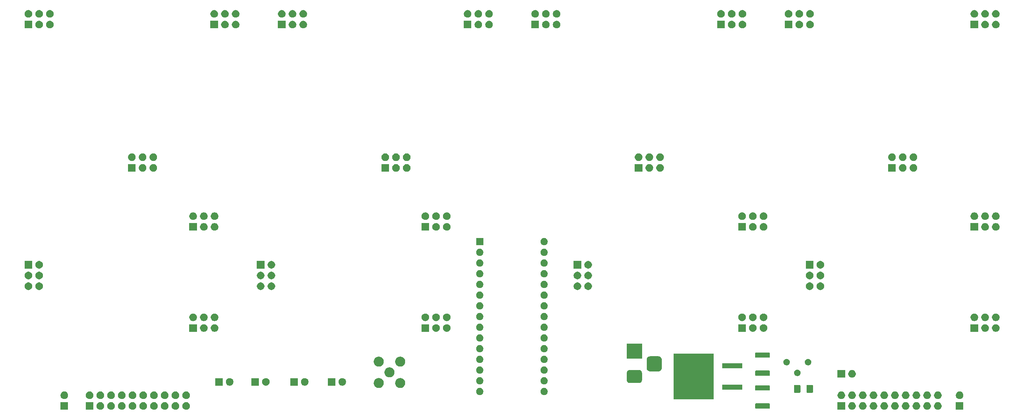
<source format=gts>
G04 #@! TF.GenerationSoftware,KiCad,Pcbnew,5.1.5+dfsg1-2build2*
G04 #@! TF.CreationDate,2021-11-26T12:36:15+03:00*
G04 #@! TF.ProjectId,Motherboard,4d6f7468-6572-4626-9f61-72642e6b6963,rev?*
G04 #@! TF.SameCoordinates,Original*
G04 #@! TF.FileFunction,Soldermask,Top*
G04 #@! TF.FilePolarity,Negative*
%FSLAX46Y46*%
G04 Gerber Fmt 4.6, Leading zero omitted, Abs format (unit mm)*
G04 Created by KiCad (PCBNEW 5.1.5+dfsg1-2build2) date 2021-11-26 12:36:15*
%MOMM*%
%LPD*%
G04 APERTURE LIST*
%ADD10C,0.100000*%
G04 APERTURE END LIST*
D10*
G36*
X40901000Y-119901000D02*
G01*
X39099000Y-119901000D01*
X39099000Y-118099000D01*
X40901000Y-118099000D01*
X40901000Y-119901000D01*
G37*
G36*
X68973512Y-118103927D02*
G01*
X69122812Y-118133624D01*
X69286784Y-118201544D01*
X69434354Y-118300147D01*
X69559853Y-118425646D01*
X69658456Y-118573216D01*
X69726376Y-118737188D01*
X69761000Y-118911259D01*
X69761000Y-119088741D01*
X69726376Y-119262812D01*
X69658456Y-119426784D01*
X69559853Y-119574354D01*
X69434354Y-119699853D01*
X69286784Y-119798456D01*
X69122812Y-119866376D01*
X68973512Y-119896073D01*
X68948742Y-119901000D01*
X68771258Y-119901000D01*
X68746488Y-119896073D01*
X68597188Y-119866376D01*
X68433216Y-119798456D01*
X68285646Y-119699853D01*
X68160147Y-119574354D01*
X68061544Y-119426784D01*
X67993624Y-119262812D01*
X67959000Y-119088741D01*
X67959000Y-118911259D01*
X67993624Y-118737188D01*
X68061544Y-118573216D01*
X68160147Y-118425646D01*
X68285646Y-118300147D01*
X68433216Y-118201544D01*
X68597188Y-118133624D01*
X68746488Y-118103927D01*
X68771258Y-118099000D01*
X68948742Y-118099000D01*
X68973512Y-118103927D01*
G37*
G36*
X244433512Y-118103927D02*
G01*
X244582812Y-118133624D01*
X244746784Y-118201544D01*
X244894354Y-118300147D01*
X245019853Y-118425646D01*
X245118456Y-118573216D01*
X245186376Y-118737188D01*
X245221000Y-118911259D01*
X245221000Y-119088741D01*
X245186376Y-119262812D01*
X245118456Y-119426784D01*
X245019853Y-119574354D01*
X244894354Y-119699853D01*
X244746784Y-119798456D01*
X244582812Y-119866376D01*
X244433512Y-119896073D01*
X244408742Y-119901000D01*
X244231258Y-119901000D01*
X244206488Y-119896073D01*
X244057188Y-119866376D01*
X243893216Y-119798456D01*
X243745646Y-119699853D01*
X243620147Y-119574354D01*
X243521544Y-119426784D01*
X243453624Y-119262812D01*
X243419000Y-119088741D01*
X243419000Y-118911259D01*
X243453624Y-118737188D01*
X243521544Y-118573216D01*
X243620147Y-118425646D01*
X243745646Y-118300147D01*
X243893216Y-118201544D01*
X244057188Y-118133624D01*
X244206488Y-118103927D01*
X244231258Y-118099000D01*
X244408742Y-118099000D01*
X244433512Y-118103927D01*
G37*
G36*
X241893512Y-118103927D02*
G01*
X242042812Y-118133624D01*
X242206784Y-118201544D01*
X242354354Y-118300147D01*
X242479853Y-118425646D01*
X242578456Y-118573216D01*
X242646376Y-118737188D01*
X242681000Y-118911259D01*
X242681000Y-119088741D01*
X242646376Y-119262812D01*
X242578456Y-119426784D01*
X242479853Y-119574354D01*
X242354354Y-119699853D01*
X242206784Y-119798456D01*
X242042812Y-119866376D01*
X241893512Y-119896073D01*
X241868742Y-119901000D01*
X241691258Y-119901000D01*
X241666488Y-119896073D01*
X241517188Y-119866376D01*
X241353216Y-119798456D01*
X241205646Y-119699853D01*
X241080147Y-119574354D01*
X240981544Y-119426784D01*
X240913624Y-119262812D01*
X240879000Y-119088741D01*
X240879000Y-118911259D01*
X240913624Y-118737188D01*
X240981544Y-118573216D01*
X241080147Y-118425646D01*
X241205646Y-118300147D01*
X241353216Y-118201544D01*
X241517188Y-118133624D01*
X241666488Y-118103927D01*
X241691258Y-118099000D01*
X241868742Y-118099000D01*
X241893512Y-118103927D01*
G37*
G36*
X239353512Y-118103927D02*
G01*
X239502812Y-118133624D01*
X239666784Y-118201544D01*
X239814354Y-118300147D01*
X239939853Y-118425646D01*
X240038456Y-118573216D01*
X240106376Y-118737188D01*
X240141000Y-118911259D01*
X240141000Y-119088741D01*
X240106376Y-119262812D01*
X240038456Y-119426784D01*
X239939853Y-119574354D01*
X239814354Y-119699853D01*
X239666784Y-119798456D01*
X239502812Y-119866376D01*
X239353512Y-119896073D01*
X239328742Y-119901000D01*
X239151258Y-119901000D01*
X239126488Y-119896073D01*
X238977188Y-119866376D01*
X238813216Y-119798456D01*
X238665646Y-119699853D01*
X238540147Y-119574354D01*
X238441544Y-119426784D01*
X238373624Y-119262812D01*
X238339000Y-119088741D01*
X238339000Y-118911259D01*
X238373624Y-118737188D01*
X238441544Y-118573216D01*
X238540147Y-118425646D01*
X238665646Y-118300147D01*
X238813216Y-118201544D01*
X238977188Y-118133624D01*
X239126488Y-118103927D01*
X239151258Y-118099000D01*
X239328742Y-118099000D01*
X239353512Y-118103927D01*
G37*
G36*
X236813512Y-118103927D02*
G01*
X236962812Y-118133624D01*
X237126784Y-118201544D01*
X237274354Y-118300147D01*
X237399853Y-118425646D01*
X237498456Y-118573216D01*
X237566376Y-118737188D01*
X237601000Y-118911259D01*
X237601000Y-119088741D01*
X237566376Y-119262812D01*
X237498456Y-119426784D01*
X237399853Y-119574354D01*
X237274354Y-119699853D01*
X237126784Y-119798456D01*
X236962812Y-119866376D01*
X236813512Y-119896073D01*
X236788742Y-119901000D01*
X236611258Y-119901000D01*
X236586488Y-119896073D01*
X236437188Y-119866376D01*
X236273216Y-119798456D01*
X236125646Y-119699853D01*
X236000147Y-119574354D01*
X235901544Y-119426784D01*
X235833624Y-119262812D01*
X235799000Y-119088741D01*
X235799000Y-118911259D01*
X235833624Y-118737188D01*
X235901544Y-118573216D01*
X236000147Y-118425646D01*
X236125646Y-118300147D01*
X236273216Y-118201544D01*
X236437188Y-118133624D01*
X236586488Y-118103927D01*
X236611258Y-118099000D01*
X236788742Y-118099000D01*
X236813512Y-118103927D01*
G37*
G36*
X234273512Y-118103927D02*
G01*
X234422812Y-118133624D01*
X234586784Y-118201544D01*
X234734354Y-118300147D01*
X234859853Y-118425646D01*
X234958456Y-118573216D01*
X235026376Y-118737188D01*
X235061000Y-118911259D01*
X235061000Y-119088741D01*
X235026376Y-119262812D01*
X234958456Y-119426784D01*
X234859853Y-119574354D01*
X234734354Y-119699853D01*
X234586784Y-119798456D01*
X234422812Y-119866376D01*
X234273512Y-119896073D01*
X234248742Y-119901000D01*
X234071258Y-119901000D01*
X234046488Y-119896073D01*
X233897188Y-119866376D01*
X233733216Y-119798456D01*
X233585646Y-119699853D01*
X233460147Y-119574354D01*
X233361544Y-119426784D01*
X233293624Y-119262812D01*
X233259000Y-119088741D01*
X233259000Y-118911259D01*
X233293624Y-118737188D01*
X233361544Y-118573216D01*
X233460147Y-118425646D01*
X233585646Y-118300147D01*
X233733216Y-118201544D01*
X233897188Y-118133624D01*
X234046488Y-118103927D01*
X234071258Y-118099000D01*
X234248742Y-118099000D01*
X234273512Y-118103927D01*
G37*
G36*
X231733512Y-118103927D02*
G01*
X231882812Y-118133624D01*
X232046784Y-118201544D01*
X232194354Y-118300147D01*
X232319853Y-118425646D01*
X232418456Y-118573216D01*
X232486376Y-118737188D01*
X232521000Y-118911259D01*
X232521000Y-119088741D01*
X232486376Y-119262812D01*
X232418456Y-119426784D01*
X232319853Y-119574354D01*
X232194354Y-119699853D01*
X232046784Y-119798456D01*
X231882812Y-119866376D01*
X231733512Y-119896073D01*
X231708742Y-119901000D01*
X231531258Y-119901000D01*
X231506488Y-119896073D01*
X231357188Y-119866376D01*
X231193216Y-119798456D01*
X231045646Y-119699853D01*
X230920147Y-119574354D01*
X230821544Y-119426784D01*
X230753624Y-119262812D01*
X230719000Y-119088741D01*
X230719000Y-118911259D01*
X230753624Y-118737188D01*
X230821544Y-118573216D01*
X230920147Y-118425646D01*
X231045646Y-118300147D01*
X231193216Y-118201544D01*
X231357188Y-118133624D01*
X231506488Y-118103927D01*
X231531258Y-118099000D01*
X231708742Y-118099000D01*
X231733512Y-118103927D01*
G37*
G36*
X229193512Y-118103927D02*
G01*
X229342812Y-118133624D01*
X229506784Y-118201544D01*
X229654354Y-118300147D01*
X229779853Y-118425646D01*
X229878456Y-118573216D01*
X229946376Y-118737188D01*
X229981000Y-118911259D01*
X229981000Y-119088741D01*
X229946376Y-119262812D01*
X229878456Y-119426784D01*
X229779853Y-119574354D01*
X229654354Y-119699853D01*
X229506784Y-119798456D01*
X229342812Y-119866376D01*
X229193512Y-119896073D01*
X229168742Y-119901000D01*
X228991258Y-119901000D01*
X228966488Y-119896073D01*
X228817188Y-119866376D01*
X228653216Y-119798456D01*
X228505646Y-119699853D01*
X228380147Y-119574354D01*
X228281544Y-119426784D01*
X228213624Y-119262812D01*
X228179000Y-119088741D01*
X228179000Y-118911259D01*
X228213624Y-118737188D01*
X228281544Y-118573216D01*
X228380147Y-118425646D01*
X228505646Y-118300147D01*
X228653216Y-118201544D01*
X228817188Y-118133624D01*
X228966488Y-118103927D01*
X228991258Y-118099000D01*
X229168742Y-118099000D01*
X229193512Y-118103927D01*
G37*
G36*
X226653512Y-118103927D02*
G01*
X226802812Y-118133624D01*
X226966784Y-118201544D01*
X227114354Y-118300147D01*
X227239853Y-118425646D01*
X227338456Y-118573216D01*
X227406376Y-118737188D01*
X227441000Y-118911259D01*
X227441000Y-119088741D01*
X227406376Y-119262812D01*
X227338456Y-119426784D01*
X227239853Y-119574354D01*
X227114354Y-119699853D01*
X226966784Y-119798456D01*
X226802812Y-119866376D01*
X226653512Y-119896073D01*
X226628742Y-119901000D01*
X226451258Y-119901000D01*
X226426488Y-119896073D01*
X226277188Y-119866376D01*
X226113216Y-119798456D01*
X225965646Y-119699853D01*
X225840147Y-119574354D01*
X225741544Y-119426784D01*
X225673624Y-119262812D01*
X225639000Y-119088741D01*
X225639000Y-118911259D01*
X225673624Y-118737188D01*
X225741544Y-118573216D01*
X225840147Y-118425646D01*
X225965646Y-118300147D01*
X226113216Y-118201544D01*
X226277188Y-118133624D01*
X226426488Y-118103927D01*
X226451258Y-118099000D01*
X226628742Y-118099000D01*
X226653512Y-118103927D01*
G37*
G36*
X224901000Y-119901000D02*
G01*
X223099000Y-119901000D01*
X223099000Y-118099000D01*
X224901000Y-118099000D01*
X224901000Y-119901000D01*
G37*
G36*
X246973512Y-118103927D02*
G01*
X247122812Y-118133624D01*
X247286784Y-118201544D01*
X247434354Y-118300147D01*
X247559853Y-118425646D01*
X247658456Y-118573216D01*
X247726376Y-118737188D01*
X247761000Y-118911259D01*
X247761000Y-119088741D01*
X247726376Y-119262812D01*
X247658456Y-119426784D01*
X247559853Y-119574354D01*
X247434354Y-119699853D01*
X247286784Y-119798456D01*
X247122812Y-119866376D01*
X246973512Y-119896073D01*
X246948742Y-119901000D01*
X246771258Y-119901000D01*
X246746488Y-119896073D01*
X246597188Y-119866376D01*
X246433216Y-119798456D01*
X246285646Y-119699853D01*
X246160147Y-119574354D01*
X246061544Y-119426784D01*
X245993624Y-119262812D01*
X245959000Y-119088741D01*
X245959000Y-118911259D01*
X245993624Y-118737188D01*
X246061544Y-118573216D01*
X246160147Y-118425646D01*
X246285646Y-118300147D01*
X246433216Y-118201544D01*
X246597188Y-118133624D01*
X246746488Y-118103927D01*
X246771258Y-118099000D01*
X246948742Y-118099000D01*
X246973512Y-118103927D01*
G37*
G36*
X63893512Y-118103927D02*
G01*
X64042812Y-118133624D01*
X64206784Y-118201544D01*
X64354354Y-118300147D01*
X64479853Y-118425646D01*
X64578456Y-118573216D01*
X64646376Y-118737188D01*
X64681000Y-118911259D01*
X64681000Y-119088741D01*
X64646376Y-119262812D01*
X64578456Y-119426784D01*
X64479853Y-119574354D01*
X64354354Y-119699853D01*
X64206784Y-119798456D01*
X64042812Y-119866376D01*
X63893512Y-119896073D01*
X63868742Y-119901000D01*
X63691258Y-119901000D01*
X63666488Y-119896073D01*
X63517188Y-119866376D01*
X63353216Y-119798456D01*
X63205646Y-119699853D01*
X63080147Y-119574354D01*
X62981544Y-119426784D01*
X62913624Y-119262812D01*
X62879000Y-119088741D01*
X62879000Y-118911259D01*
X62913624Y-118737188D01*
X62981544Y-118573216D01*
X63080147Y-118425646D01*
X63205646Y-118300147D01*
X63353216Y-118201544D01*
X63517188Y-118133624D01*
X63666488Y-118103927D01*
X63691258Y-118099000D01*
X63868742Y-118099000D01*
X63893512Y-118103927D01*
G37*
G36*
X61353512Y-118103927D02*
G01*
X61502812Y-118133624D01*
X61666784Y-118201544D01*
X61814354Y-118300147D01*
X61939853Y-118425646D01*
X62038456Y-118573216D01*
X62106376Y-118737188D01*
X62141000Y-118911259D01*
X62141000Y-119088741D01*
X62106376Y-119262812D01*
X62038456Y-119426784D01*
X61939853Y-119574354D01*
X61814354Y-119699853D01*
X61666784Y-119798456D01*
X61502812Y-119866376D01*
X61353512Y-119896073D01*
X61328742Y-119901000D01*
X61151258Y-119901000D01*
X61126488Y-119896073D01*
X60977188Y-119866376D01*
X60813216Y-119798456D01*
X60665646Y-119699853D01*
X60540147Y-119574354D01*
X60441544Y-119426784D01*
X60373624Y-119262812D01*
X60339000Y-119088741D01*
X60339000Y-118911259D01*
X60373624Y-118737188D01*
X60441544Y-118573216D01*
X60540147Y-118425646D01*
X60665646Y-118300147D01*
X60813216Y-118201544D01*
X60977188Y-118133624D01*
X61126488Y-118103927D01*
X61151258Y-118099000D01*
X61328742Y-118099000D01*
X61353512Y-118103927D01*
G37*
G36*
X58813512Y-118103927D02*
G01*
X58962812Y-118133624D01*
X59126784Y-118201544D01*
X59274354Y-118300147D01*
X59399853Y-118425646D01*
X59498456Y-118573216D01*
X59566376Y-118737188D01*
X59601000Y-118911259D01*
X59601000Y-119088741D01*
X59566376Y-119262812D01*
X59498456Y-119426784D01*
X59399853Y-119574354D01*
X59274354Y-119699853D01*
X59126784Y-119798456D01*
X58962812Y-119866376D01*
X58813512Y-119896073D01*
X58788742Y-119901000D01*
X58611258Y-119901000D01*
X58586488Y-119896073D01*
X58437188Y-119866376D01*
X58273216Y-119798456D01*
X58125646Y-119699853D01*
X58000147Y-119574354D01*
X57901544Y-119426784D01*
X57833624Y-119262812D01*
X57799000Y-119088741D01*
X57799000Y-118911259D01*
X57833624Y-118737188D01*
X57901544Y-118573216D01*
X58000147Y-118425646D01*
X58125646Y-118300147D01*
X58273216Y-118201544D01*
X58437188Y-118133624D01*
X58586488Y-118103927D01*
X58611258Y-118099000D01*
X58788742Y-118099000D01*
X58813512Y-118103927D01*
G37*
G36*
X56273512Y-118103927D02*
G01*
X56422812Y-118133624D01*
X56586784Y-118201544D01*
X56734354Y-118300147D01*
X56859853Y-118425646D01*
X56958456Y-118573216D01*
X57026376Y-118737188D01*
X57061000Y-118911259D01*
X57061000Y-119088741D01*
X57026376Y-119262812D01*
X56958456Y-119426784D01*
X56859853Y-119574354D01*
X56734354Y-119699853D01*
X56586784Y-119798456D01*
X56422812Y-119866376D01*
X56273512Y-119896073D01*
X56248742Y-119901000D01*
X56071258Y-119901000D01*
X56046488Y-119896073D01*
X55897188Y-119866376D01*
X55733216Y-119798456D01*
X55585646Y-119699853D01*
X55460147Y-119574354D01*
X55361544Y-119426784D01*
X55293624Y-119262812D01*
X55259000Y-119088741D01*
X55259000Y-118911259D01*
X55293624Y-118737188D01*
X55361544Y-118573216D01*
X55460147Y-118425646D01*
X55585646Y-118300147D01*
X55733216Y-118201544D01*
X55897188Y-118133624D01*
X56046488Y-118103927D01*
X56071258Y-118099000D01*
X56248742Y-118099000D01*
X56273512Y-118103927D01*
G37*
G36*
X53733512Y-118103927D02*
G01*
X53882812Y-118133624D01*
X54046784Y-118201544D01*
X54194354Y-118300147D01*
X54319853Y-118425646D01*
X54418456Y-118573216D01*
X54486376Y-118737188D01*
X54521000Y-118911259D01*
X54521000Y-119088741D01*
X54486376Y-119262812D01*
X54418456Y-119426784D01*
X54319853Y-119574354D01*
X54194354Y-119699853D01*
X54046784Y-119798456D01*
X53882812Y-119866376D01*
X53733512Y-119896073D01*
X53708742Y-119901000D01*
X53531258Y-119901000D01*
X53506488Y-119896073D01*
X53357188Y-119866376D01*
X53193216Y-119798456D01*
X53045646Y-119699853D01*
X52920147Y-119574354D01*
X52821544Y-119426784D01*
X52753624Y-119262812D01*
X52719000Y-119088741D01*
X52719000Y-118911259D01*
X52753624Y-118737188D01*
X52821544Y-118573216D01*
X52920147Y-118425646D01*
X53045646Y-118300147D01*
X53193216Y-118201544D01*
X53357188Y-118133624D01*
X53506488Y-118103927D01*
X53531258Y-118099000D01*
X53708742Y-118099000D01*
X53733512Y-118103927D01*
G37*
G36*
X51193512Y-118103927D02*
G01*
X51342812Y-118133624D01*
X51506784Y-118201544D01*
X51654354Y-118300147D01*
X51779853Y-118425646D01*
X51878456Y-118573216D01*
X51946376Y-118737188D01*
X51981000Y-118911259D01*
X51981000Y-119088741D01*
X51946376Y-119262812D01*
X51878456Y-119426784D01*
X51779853Y-119574354D01*
X51654354Y-119699853D01*
X51506784Y-119798456D01*
X51342812Y-119866376D01*
X51193512Y-119896073D01*
X51168742Y-119901000D01*
X50991258Y-119901000D01*
X50966488Y-119896073D01*
X50817188Y-119866376D01*
X50653216Y-119798456D01*
X50505646Y-119699853D01*
X50380147Y-119574354D01*
X50281544Y-119426784D01*
X50213624Y-119262812D01*
X50179000Y-119088741D01*
X50179000Y-118911259D01*
X50213624Y-118737188D01*
X50281544Y-118573216D01*
X50380147Y-118425646D01*
X50505646Y-118300147D01*
X50653216Y-118201544D01*
X50817188Y-118133624D01*
X50966488Y-118103927D01*
X50991258Y-118099000D01*
X51168742Y-118099000D01*
X51193512Y-118103927D01*
G37*
G36*
X48653512Y-118103927D02*
G01*
X48802812Y-118133624D01*
X48966784Y-118201544D01*
X49114354Y-118300147D01*
X49239853Y-118425646D01*
X49338456Y-118573216D01*
X49406376Y-118737188D01*
X49441000Y-118911259D01*
X49441000Y-119088741D01*
X49406376Y-119262812D01*
X49338456Y-119426784D01*
X49239853Y-119574354D01*
X49114354Y-119699853D01*
X48966784Y-119798456D01*
X48802812Y-119866376D01*
X48653512Y-119896073D01*
X48628742Y-119901000D01*
X48451258Y-119901000D01*
X48426488Y-119896073D01*
X48277188Y-119866376D01*
X48113216Y-119798456D01*
X47965646Y-119699853D01*
X47840147Y-119574354D01*
X47741544Y-119426784D01*
X47673624Y-119262812D01*
X47639000Y-119088741D01*
X47639000Y-118911259D01*
X47673624Y-118737188D01*
X47741544Y-118573216D01*
X47840147Y-118425646D01*
X47965646Y-118300147D01*
X48113216Y-118201544D01*
X48277188Y-118133624D01*
X48426488Y-118103927D01*
X48451258Y-118099000D01*
X48628742Y-118099000D01*
X48653512Y-118103927D01*
G37*
G36*
X46901000Y-119901000D02*
G01*
X45099000Y-119901000D01*
X45099000Y-118099000D01*
X46901000Y-118099000D01*
X46901000Y-119901000D01*
G37*
G36*
X252901000Y-119901000D02*
G01*
X251099000Y-119901000D01*
X251099000Y-118099000D01*
X252901000Y-118099000D01*
X252901000Y-119901000D01*
G37*
G36*
X66433512Y-118103927D02*
G01*
X66582812Y-118133624D01*
X66746784Y-118201544D01*
X66894354Y-118300147D01*
X67019853Y-118425646D01*
X67118456Y-118573216D01*
X67186376Y-118737188D01*
X67221000Y-118911259D01*
X67221000Y-119088741D01*
X67186376Y-119262812D01*
X67118456Y-119426784D01*
X67019853Y-119574354D01*
X66894354Y-119699853D01*
X66746784Y-119798456D01*
X66582812Y-119866376D01*
X66433512Y-119896073D01*
X66408742Y-119901000D01*
X66231258Y-119901000D01*
X66206488Y-119896073D01*
X66057188Y-119866376D01*
X65893216Y-119798456D01*
X65745646Y-119699853D01*
X65620147Y-119574354D01*
X65521544Y-119426784D01*
X65453624Y-119262812D01*
X65419000Y-119088741D01*
X65419000Y-118911259D01*
X65453624Y-118737188D01*
X65521544Y-118573216D01*
X65620147Y-118425646D01*
X65745646Y-118300147D01*
X65893216Y-118201544D01*
X66057188Y-118133624D01*
X66206488Y-118103927D01*
X66231258Y-118099000D01*
X66408742Y-118099000D01*
X66433512Y-118103927D01*
G37*
G36*
X206927307Y-118390998D02*
G01*
X206965318Y-118402529D01*
X207000342Y-118421249D01*
X207031049Y-118446451D01*
X207056251Y-118477158D01*
X207074971Y-118512182D01*
X207086502Y-118550193D01*
X207091000Y-118595863D01*
X207091000Y-119404137D01*
X207086502Y-119449807D01*
X207074971Y-119487818D01*
X207056251Y-119522842D01*
X207031049Y-119553549D01*
X207000342Y-119578751D01*
X206965318Y-119597471D01*
X206927307Y-119609002D01*
X206881637Y-119613500D01*
X203798363Y-119613500D01*
X203752693Y-119609002D01*
X203714682Y-119597471D01*
X203679658Y-119578751D01*
X203648951Y-119553549D01*
X203623749Y-119522842D01*
X203605029Y-119487818D01*
X203593498Y-119449807D01*
X203589000Y-119404137D01*
X203589000Y-118595863D01*
X203593498Y-118550193D01*
X203605029Y-118512182D01*
X203623749Y-118477158D01*
X203648951Y-118446451D01*
X203679658Y-118421249D01*
X203714682Y-118402529D01*
X203752693Y-118390998D01*
X203798363Y-118386500D01*
X206881637Y-118386500D01*
X206927307Y-118390998D01*
G37*
G36*
X193751000Y-117451000D02*
G01*
X184249000Y-117451000D01*
X184249000Y-106549000D01*
X193751000Y-106549000D01*
X193751000Y-117451000D01*
G37*
G36*
X244433512Y-115563927D02*
G01*
X244582812Y-115593624D01*
X244746784Y-115661544D01*
X244894354Y-115760147D01*
X245019853Y-115885646D01*
X245118456Y-116033216D01*
X245186376Y-116197188D01*
X245221000Y-116371259D01*
X245221000Y-116548741D01*
X245186376Y-116722812D01*
X245118456Y-116886784D01*
X245019853Y-117034354D01*
X244894354Y-117159853D01*
X244746784Y-117258456D01*
X244582812Y-117326376D01*
X244433512Y-117356073D01*
X244408742Y-117361000D01*
X244231258Y-117361000D01*
X244206488Y-117356073D01*
X244057188Y-117326376D01*
X243893216Y-117258456D01*
X243745646Y-117159853D01*
X243620147Y-117034354D01*
X243521544Y-116886784D01*
X243453624Y-116722812D01*
X243419000Y-116548741D01*
X243419000Y-116371259D01*
X243453624Y-116197188D01*
X243521544Y-116033216D01*
X243620147Y-115885646D01*
X243745646Y-115760147D01*
X243893216Y-115661544D01*
X244057188Y-115593624D01*
X244206488Y-115563927D01*
X244231258Y-115559000D01*
X244408742Y-115559000D01*
X244433512Y-115563927D01*
G37*
G36*
X224113512Y-115563927D02*
G01*
X224262812Y-115593624D01*
X224426784Y-115661544D01*
X224574354Y-115760147D01*
X224699853Y-115885646D01*
X224798456Y-116033216D01*
X224866376Y-116197188D01*
X224901000Y-116371259D01*
X224901000Y-116548741D01*
X224866376Y-116722812D01*
X224798456Y-116886784D01*
X224699853Y-117034354D01*
X224574354Y-117159853D01*
X224426784Y-117258456D01*
X224262812Y-117326376D01*
X224113512Y-117356073D01*
X224088742Y-117361000D01*
X223911258Y-117361000D01*
X223886488Y-117356073D01*
X223737188Y-117326376D01*
X223573216Y-117258456D01*
X223425646Y-117159853D01*
X223300147Y-117034354D01*
X223201544Y-116886784D01*
X223133624Y-116722812D01*
X223099000Y-116548741D01*
X223099000Y-116371259D01*
X223133624Y-116197188D01*
X223201544Y-116033216D01*
X223300147Y-115885646D01*
X223425646Y-115760147D01*
X223573216Y-115661544D01*
X223737188Y-115593624D01*
X223886488Y-115563927D01*
X223911258Y-115559000D01*
X224088742Y-115559000D01*
X224113512Y-115563927D01*
G37*
G36*
X66433512Y-115563927D02*
G01*
X66582812Y-115593624D01*
X66746784Y-115661544D01*
X66894354Y-115760147D01*
X67019853Y-115885646D01*
X67118456Y-116033216D01*
X67186376Y-116197188D01*
X67221000Y-116371259D01*
X67221000Y-116548741D01*
X67186376Y-116722812D01*
X67118456Y-116886784D01*
X67019853Y-117034354D01*
X66894354Y-117159853D01*
X66746784Y-117258456D01*
X66582812Y-117326376D01*
X66433512Y-117356073D01*
X66408742Y-117361000D01*
X66231258Y-117361000D01*
X66206488Y-117356073D01*
X66057188Y-117326376D01*
X65893216Y-117258456D01*
X65745646Y-117159853D01*
X65620147Y-117034354D01*
X65521544Y-116886784D01*
X65453624Y-116722812D01*
X65419000Y-116548741D01*
X65419000Y-116371259D01*
X65453624Y-116197188D01*
X65521544Y-116033216D01*
X65620147Y-115885646D01*
X65745646Y-115760147D01*
X65893216Y-115661544D01*
X66057188Y-115593624D01*
X66206488Y-115563927D01*
X66231258Y-115559000D01*
X66408742Y-115559000D01*
X66433512Y-115563927D01*
G37*
G36*
X226653512Y-115563927D02*
G01*
X226802812Y-115593624D01*
X226966784Y-115661544D01*
X227114354Y-115760147D01*
X227239853Y-115885646D01*
X227338456Y-116033216D01*
X227406376Y-116197188D01*
X227441000Y-116371259D01*
X227441000Y-116548741D01*
X227406376Y-116722812D01*
X227338456Y-116886784D01*
X227239853Y-117034354D01*
X227114354Y-117159853D01*
X226966784Y-117258456D01*
X226802812Y-117326376D01*
X226653512Y-117356073D01*
X226628742Y-117361000D01*
X226451258Y-117361000D01*
X226426488Y-117356073D01*
X226277188Y-117326376D01*
X226113216Y-117258456D01*
X225965646Y-117159853D01*
X225840147Y-117034354D01*
X225741544Y-116886784D01*
X225673624Y-116722812D01*
X225639000Y-116548741D01*
X225639000Y-116371259D01*
X225673624Y-116197188D01*
X225741544Y-116033216D01*
X225840147Y-115885646D01*
X225965646Y-115760147D01*
X226113216Y-115661544D01*
X226277188Y-115593624D01*
X226426488Y-115563927D01*
X226451258Y-115559000D01*
X226628742Y-115559000D01*
X226653512Y-115563927D01*
G37*
G36*
X63893512Y-115563927D02*
G01*
X64042812Y-115593624D01*
X64206784Y-115661544D01*
X64354354Y-115760147D01*
X64479853Y-115885646D01*
X64578456Y-116033216D01*
X64646376Y-116197188D01*
X64681000Y-116371259D01*
X64681000Y-116548741D01*
X64646376Y-116722812D01*
X64578456Y-116886784D01*
X64479853Y-117034354D01*
X64354354Y-117159853D01*
X64206784Y-117258456D01*
X64042812Y-117326376D01*
X63893512Y-117356073D01*
X63868742Y-117361000D01*
X63691258Y-117361000D01*
X63666488Y-117356073D01*
X63517188Y-117326376D01*
X63353216Y-117258456D01*
X63205646Y-117159853D01*
X63080147Y-117034354D01*
X62981544Y-116886784D01*
X62913624Y-116722812D01*
X62879000Y-116548741D01*
X62879000Y-116371259D01*
X62913624Y-116197188D01*
X62981544Y-116033216D01*
X63080147Y-115885646D01*
X63205646Y-115760147D01*
X63353216Y-115661544D01*
X63517188Y-115593624D01*
X63666488Y-115563927D01*
X63691258Y-115559000D01*
X63868742Y-115559000D01*
X63893512Y-115563927D01*
G37*
G36*
X229193512Y-115563927D02*
G01*
X229342812Y-115593624D01*
X229506784Y-115661544D01*
X229654354Y-115760147D01*
X229779853Y-115885646D01*
X229878456Y-116033216D01*
X229946376Y-116197188D01*
X229981000Y-116371259D01*
X229981000Y-116548741D01*
X229946376Y-116722812D01*
X229878456Y-116886784D01*
X229779853Y-117034354D01*
X229654354Y-117159853D01*
X229506784Y-117258456D01*
X229342812Y-117326376D01*
X229193512Y-117356073D01*
X229168742Y-117361000D01*
X228991258Y-117361000D01*
X228966488Y-117356073D01*
X228817188Y-117326376D01*
X228653216Y-117258456D01*
X228505646Y-117159853D01*
X228380147Y-117034354D01*
X228281544Y-116886784D01*
X228213624Y-116722812D01*
X228179000Y-116548741D01*
X228179000Y-116371259D01*
X228213624Y-116197188D01*
X228281544Y-116033216D01*
X228380147Y-115885646D01*
X228505646Y-115760147D01*
X228653216Y-115661544D01*
X228817188Y-115593624D01*
X228966488Y-115563927D01*
X228991258Y-115559000D01*
X229168742Y-115559000D01*
X229193512Y-115563927D01*
G37*
G36*
X61353512Y-115563927D02*
G01*
X61502812Y-115593624D01*
X61666784Y-115661544D01*
X61814354Y-115760147D01*
X61939853Y-115885646D01*
X62038456Y-116033216D01*
X62106376Y-116197188D01*
X62141000Y-116371259D01*
X62141000Y-116548741D01*
X62106376Y-116722812D01*
X62038456Y-116886784D01*
X61939853Y-117034354D01*
X61814354Y-117159853D01*
X61666784Y-117258456D01*
X61502812Y-117326376D01*
X61353512Y-117356073D01*
X61328742Y-117361000D01*
X61151258Y-117361000D01*
X61126488Y-117356073D01*
X60977188Y-117326376D01*
X60813216Y-117258456D01*
X60665646Y-117159853D01*
X60540147Y-117034354D01*
X60441544Y-116886784D01*
X60373624Y-116722812D01*
X60339000Y-116548741D01*
X60339000Y-116371259D01*
X60373624Y-116197188D01*
X60441544Y-116033216D01*
X60540147Y-115885646D01*
X60665646Y-115760147D01*
X60813216Y-115661544D01*
X60977188Y-115593624D01*
X61126488Y-115563927D01*
X61151258Y-115559000D01*
X61328742Y-115559000D01*
X61353512Y-115563927D01*
G37*
G36*
X231733512Y-115563927D02*
G01*
X231882812Y-115593624D01*
X232046784Y-115661544D01*
X232194354Y-115760147D01*
X232319853Y-115885646D01*
X232418456Y-116033216D01*
X232486376Y-116197188D01*
X232521000Y-116371259D01*
X232521000Y-116548741D01*
X232486376Y-116722812D01*
X232418456Y-116886784D01*
X232319853Y-117034354D01*
X232194354Y-117159853D01*
X232046784Y-117258456D01*
X231882812Y-117326376D01*
X231733512Y-117356073D01*
X231708742Y-117361000D01*
X231531258Y-117361000D01*
X231506488Y-117356073D01*
X231357188Y-117326376D01*
X231193216Y-117258456D01*
X231045646Y-117159853D01*
X230920147Y-117034354D01*
X230821544Y-116886784D01*
X230753624Y-116722812D01*
X230719000Y-116548741D01*
X230719000Y-116371259D01*
X230753624Y-116197188D01*
X230821544Y-116033216D01*
X230920147Y-115885646D01*
X231045646Y-115760147D01*
X231193216Y-115661544D01*
X231357188Y-115593624D01*
X231506488Y-115563927D01*
X231531258Y-115559000D01*
X231708742Y-115559000D01*
X231733512Y-115563927D01*
G37*
G36*
X58813512Y-115563927D02*
G01*
X58962812Y-115593624D01*
X59126784Y-115661544D01*
X59274354Y-115760147D01*
X59399853Y-115885646D01*
X59498456Y-116033216D01*
X59566376Y-116197188D01*
X59601000Y-116371259D01*
X59601000Y-116548741D01*
X59566376Y-116722812D01*
X59498456Y-116886784D01*
X59399853Y-117034354D01*
X59274354Y-117159853D01*
X59126784Y-117258456D01*
X58962812Y-117326376D01*
X58813512Y-117356073D01*
X58788742Y-117361000D01*
X58611258Y-117361000D01*
X58586488Y-117356073D01*
X58437188Y-117326376D01*
X58273216Y-117258456D01*
X58125646Y-117159853D01*
X58000147Y-117034354D01*
X57901544Y-116886784D01*
X57833624Y-116722812D01*
X57799000Y-116548741D01*
X57799000Y-116371259D01*
X57833624Y-116197188D01*
X57901544Y-116033216D01*
X58000147Y-115885646D01*
X58125646Y-115760147D01*
X58273216Y-115661544D01*
X58437188Y-115593624D01*
X58586488Y-115563927D01*
X58611258Y-115559000D01*
X58788742Y-115559000D01*
X58813512Y-115563927D01*
G37*
G36*
X234273512Y-115563927D02*
G01*
X234422812Y-115593624D01*
X234586784Y-115661544D01*
X234734354Y-115760147D01*
X234859853Y-115885646D01*
X234958456Y-116033216D01*
X235026376Y-116197188D01*
X235061000Y-116371259D01*
X235061000Y-116548741D01*
X235026376Y-116722812D01*
X234958456Y-116886784D01*
X234859853Y-117034354D01*
X234734354Y-117159853D01*
X234586784Y-117258456D01*
X234422812Y-117326376D01*
X234273512Y-117356073D01*
X234248742Y-117361000D01*
X234071258Y-117361000D01*
X234046488Y-117356073D01*
X233897188Y-117326376D01*
X233733216Y-117258456D01*
X233585646Y-117159853D01*
X233460147Y-117034354D01*
X233361544Y-116886784D01*
X233293624Y-116722812D01*
X233259000Y-116548741D01*
X233259000Y-116371259D01*
X233293624Y-116197188D01*
X233361544Y-116033216D01*
X233460147Y-115885646D01*
X233585646Y-115760147D01*
X233733216Y-115661544D01*
X233897188Y-115593624D01*
X234046488Y-115563927D01*
X234071258Y-115559000D01*
X234248742Y-115559000D01*
X234273512Y-115563927D01*
G37*
G36*
X56273512Y-115563927D02*
G01*
X56422812Y-115593624D01*
X56586784Y-115661544D01*
X56734354Y-115760147D01*
X56859853Y-115885646D01*
X56958456Y-116033216D01*
X57026376Y-116197188D01*
X57061000Y-116371259D01*
X57061000Y-116548741D01*
X57026376Y-116722812D01*
X56958456Y-116886784D01*
X56859853Y-117034354D01*
X56734354Y-117159853D01*
X56586784Y-117258456D01*
X56422812Y-117326376D01*
X56273512Y-117356073D01*
X56248742Y-117361000D01*
X56071258Y-117361000D01*
X56046488Y-117356073D01*
X55897188Y-117326376D01*
X55733216Y-117258456D01*
X55585646Y-117159853D01*
X55460147Y-117034354D01*
X55361544Y-116886784D01*
X55293624Y-116722812D01*
X55259000Y-116548741D01*
X55259000Y-116371259D01*
X55293624Y-116197188D01*
X55361544Y-116033216D01*
X55460147Y-115885646D01*
X55585646Y-115760147D01*
X55733216Y-115661544D01*
X55897188Y-115593624D01*
X56046488Y-115563927D01*
X56071258Y-115559000D01*
X56248742Y-115559000D01*
X56273512Y-115563927D01*
G37*
G36*
X68973512Y-115563927D02*
G01*
X69122812Y-115593624D01*
X69286784Y-115661544D01*
X69434354Y-115760147D01*
X69559853Y-115885646D01*
X69658456Y-116033216D01*
X69726376Y-116197188D01*
X69761000Y-116371259D01*
X69761000Y-116548741D01*
X69726376Y-116722812D01*
X69658456Y-116886784D01*
X69559853Y-117034354D01*
X69434354Y-117159853D01*
X69286784Y-117258456D01*
X69122812Y-117326376D01*
X68973512Y-117356073D01*
X68948742Y-117361000D01*
X68771258Y-117361000D01*
X68746488Y-117356073D01*
X68597188Y-117326376D01*
X68433216Y-117258456D01*
X68285646Y-117159853D01*
X68160147Y-117034354D01*
X68061544Y-116886784D01*
X67993624Y-116722812D01*
X67959000Y-116548741D01*
X67959000Y-116371259D01*
X67993624Y-116197188D01*
X68061544Y-116033216D01*
X68160147Y-115885646D01*
X68285646Y-115760147D01*
X68433216Y-115661544D01*
X68597188Y-115593624D01*
X68746488Y-115563927D01*
X68771258Y-115559000D01*
X68948742Y-115559000D01*
X68973512Y-115563927D01*
G37*
G36*
X239353512Y-115563927D02*
G01*
X239502812Y-115593624D01*
X239666784Y-115661544D01*
X239814354Y-115760147D01*
X239939853Y-115885646D01*
X240038456Y-116033216D01*
X240106376Y-116197188D01*
X240141000Y-116371259D01*
X240141000Y-116548741D01*
X240106376Y-116722812D01*
X240038456Y-116886784D01*
X239939853Y-117034354D01*
X239814354Y-117159853D01*
X239666784Y-117258456D01*
X239502812Y-117326376D01*
X239353512Y-117356073D01*
X239328742Y-117361000D01*
X239151258Y-117361000D01*
X239126488Y-117356073D01*
X238977188Y-117326376D01*
X238813216Y-117258456D01*
X238665646Y-117159853D01*
X238540147Y-117034354D01*
X238441544Y-116886784D01*
X238373624Y-116722812D01*
X238339000Y-116548741D01*
X238339000Y-116371259D01*
X238373624Y-116197188D01*
X238441544Y-116033216D01*
X238540147Y-115885646D01*
X238665646Y-115760147D01*
X238813216Y-115661544D01*
X238977188Y-115593624D01*
X239126488Y-115563927D01*
X239151258Y-115559000D01*
X239328742Y-115559000D01*
X239353512Y-115563927D01*
G37*
G36*
X51193512Y-115563927D02*
G01*
X51342812Y-115593624D01*
X51506784Y-115661544D01*
X51654354Y-115760147D01*
X51779853Y-115885646D01*
X51878456Y-116033216D01*
X51946376Y-116197188D01*
X51981000Y-116371259D01*
X51981000Y-116548741D01*
X51946376Y-116722812D01*
X51878456Y-116886784D01*
X51779853Y-117034354D01*
X51654354Y-117159853D01*
X51506784Y-117258456D01*
X51342812Y-117326376D01*
X51193512Y-117356073D01*
X51168742Y-117361000D01*
X50991258Y-117361000D01*
X50966488Y-117356073D01*
X50817188Y-117326376D01*
X50653216Y-117258456D01*
X50505646Y-117159853D01*
X50380147Y-117034354D01*
X50281544Y-116886784D01*
X50213624Y-116722812D01*
X50179000Y-116548741D01*
X50179000Y-116371259D01*
X50213624Y-116197188D01*
X50281544Y-116033216D01*
X50380147Y-115885646D01*
X50505646Y-115760147D01*
X50653216Y-115661544D01*
X50817188Y-115593624D01*
X50966488Y-115563927D01*
X50991258Y-115559000D01*
X51168742Y-115559000D01*
X51193512Y-115563927D01*
G37*
G36*
X241893512Y-115563927D02*
G01*
X242042812Y-115593624D01*
X242206784Y-115661544D01*
X242354354Y-115760147D01*
X242479853Y-115885646D01*
X242578456Y-116033216D01*
X242646376Y-116197188D01*
X242681000Y-116371259D01*
X242681000Y-116548741D01*
X242646376Y-116722812D01*
X242578456Y-116886784D01*
X242479853Y-117034354D01*
X242354354Y-117159853D01*
X242206784Y-117258456D01*
X242042812Y-117326376D01*
X241893512Y-117356073D01*
X241868742Y-117361000D01*
X241691258Y-117361000D01*
X241666488Y-117356073D01*
X241517188Y-117326376D01*
X241353216Y-117258456D01*
X241205646Y-117159853D01*
X241080147Y-117034354D01*
X240981544Y-116886784D01*
X240913624Y-116722812D01*
X240879000Y-116548741D01*
X240879000Y-116371259D01*
X240913624Y-116197188D01*
X240981544Y-116033216D01*
X241080147Y-115885646D01*
X241205646Y-115760147D01*
X241353216Y-115661544D01*
X241517188Y-115593624D01*
X241666488Y-115563927D01*
X241691258Y-115559000D01*
X241868742Y-115559000D01*
X241893512Y-115563927D01*
G37*
G36*
X48653512Y-115563927D02*
G01*
X48802812Y-115593624D01*
X48966784Y-115661544D01*
X49114354Y-115760147D01*
X49239853Y-115885646D01*
X49338456Y-116033216D01*
X49406376Y-116197188D01*
X49441000Y-116371259D01*
X49441000Y-116548741D01*
X49406376Y-116722812D01*
X49338456Y-116886784D01*
X49239853Y-117034354D01*
X49114354Y-117159853D01*
X48966784Y-117258456D01*
X48802812Y-117326376D01*
X48653512Y-117356073D01*
X48628742Y-117361000D01*
X48451258Y-117361000D01*
X48426488Y-117356073D01*
X48277188Y-117326376D01*
X48113216Y-117258456D01*
X47965646Y-117159853D01*
X47840147Y-117034354D01*
X47741544Y-116886784D01*
X47673624Y-116722812D01*
X47639000Y-116548741D01*
X47639000Y-116371259D01*
X47673624Y-116197188D01*
X47741544Y-116033216D01*
X47840147Y-115885646D01*
X47965646Y-115760147D01*
X48113216Y-115661544D01*
X48277188Y-115593624D01*
X48426488Y-115563927D01*
X48451258Y-115559000D01*
X48628742Y-115559000D01*
X48653512Y-115563927D01*
G37*
G36*
X53733512Y-115563927D02*
G01*
X53882812Y-115593624D01*
X54046784Y-115661544D01*
X54194354Y-115760147D01*
X54319853Y-115885646D01*
X54418456Y-116033216D01*
X54486376Y-116197188D01*
X54521000Y-116371259D01*
X54521000Y-116548741D01*
X54486376Y-116722812D01*
X54418456Y-116886784D01*
X54319853Y-117034354D01*
X54194354Y-117159853D01*
X54046784Y-117258456D01*
X53882812Y-117326376D01*
X53733512Y-117356073D01*
X53708742Y-117361000D01*
X53531258Y-117361000D01*
X53506488Y-117356073D01*
X53357188Y-117326376D01*
X53193216Y-117258456D01*
X53045646Y-117159853D01*
X52920147Y-117034354D01*
X52821544Y-116886784D01*
X52753624Y-116722812D01*
X52719000Y-116548741D01*
X52719000Y-116371259D01*
X52753624Y-116197188D01*
X52821544Y-116033216D01*
X52920147Y-115885646D01*
X53045646Y-115760147D01*
X53193216Y-115661544D01*
X53357188Y-115593624D01*
X53506488Y-115563927D01*
X53531258Y-115559000D01*
X53708742Y-115559000D01*
X53733512Y-115563927D01*
G37*
G36*
X46113512Y-115563927D02*
G01*
X46262812Y-115593624D01*
X46426784Y-115661544D01*
X46574354Y-115760147D01*
X46699853Y-115885646D01*
X46798456Y-116033216D01*
X46866376Y-116197188D01*
X46901000Y-116371259D01*
X46901000Y-116548741D01*
X46866376Y-116722812D01*
X46798456Y-116886784D01*
X46699853Y-117034354D01*
X46574354Y-117159853D01*
X46426784Y-117258456D01*
X46262812Y-117326376D01*
X46113512Y-117356073D01*
X46088742Y-117361000D01*
X45911258Y-117361000D01*
X45886488Y-117356073D01*
X45737188Y-117326376D01*
X45573216Y-117258456D01*
X45425646Y-117159853D01*
X45300147Y-117034354D01*
X45201544Y-116886784D01*
X45133624Y-116722812D01*
X45099000Y-116548741D01*
X45099000Y-116371259D01*
X45133624Y-116197188D01*
X45201544Y-116033216D01*
X45300147Y-115885646D01*
X45425646Y-115760147D01*
X45573216Y-115661544D01*
X45737188Y-115593624D01*
X45886488Y-115563927D01*
X45911258Y-115559000D01*
X46088742Y-115559000D01*
X46113512Y-115563927D01*
G37*
G36*
X252113512Y-115563927D02*
G01*
X252262812Y-115593624D01*
X252426784Y-115661544D01*
X252574354Y-115760147D01*
X252699853Y-115885646D01*
X252798456Y-116033216D01*
X252866376Y-116197188D01*
X252901000Y-116371259D01*
X252901000Y-116548741D01*
X252866376Y-116722812D01*
X252798456Y-116886784D01*
X252699853Y-117034354D01*
X252574354Y-117159853D01*
X252426784Y-117258456D01*
X252262812Y-117326376D01*
X252113512Y-117356073D01*
X252088742Y-117361000D01*
X251911258Y-117361000D01*
X251886488Y-117356073D01*
X251737188Y-117326376D01*
X251573216Y-117258456D01*
X251425646Y-117159853D01*
X251300147Y-117034354D01*
X251201544Y-116886784D01*
X251133624Y-116722812D01*
X251099000Y-116548741D01*
X251099000Y-116371259D01*
X251133624Y-116197188D01*
X251201544Y-116033216D01*
X251300147Y-115885646D01*
X251425646Y-115760147D01*
X251573216Y-115661544D01*
X251737188Y-115593624D01*
X251886488Y-115563927D01*
X251911258Y-115559000D01*
X252088742Y-115559000D01*
X252113512Y-115563927D01*
G37*
G36*
X246973512Y-115563927D02*
G01*
X247122812Y-115593624D01*
X247286784Y-115661544D01*
X247434354Y-115760147D01*
X247559853Y-115885646D01*
X247658456Y-116033216D01*
X247726376Y-116197188D01*
X247761000Y-116371259D01*
X247761000Y-116548741D01*
X247726376Y-116722812D01*
X247658456Y-116886784D01*
X247559853Y-117034354D01*
X247434354Y-117159853D01*
X247286784Y-117258456D01*
X247122812Y-117326376D01*
X246973512Y-117356073D01*
X246948742Y-117361000D01*
X246771258Y-117361000D01*
X246746488Y-117356073D01*
X246597188Y-117326376D01*
X246433216Y-117258456D01*
X246285646Y-117159853D01*
X246160147Y-117034354D01*
X246061544Y-116886784D01*
X245993624Y-116722812D01*
X245959000Y-116548741D01*
X245959000Y-116371259D01*
X245993624Y-116197188D01*
X246061544Y-116033216D01*
X246160147Y-115885646D01*
X246285646Y-115760147D01*
X246433216Y-115661544D01*
X246597188Y-115593624D01*
X246746488Y-115563927D01*
X246771258Y-115559000D01*
X246948742Y-115559000D01*
X246973512Y-115563927D01*
G37*
G36*
X40113512Y-115563927D02*
G01*
X40262812Y-115593624D01*
X40426784Y-115661544D01*
X40574354Y-115760147D01*
X40699853Y-115885646D01*
X40798456Y-116033216D01*
X40866376Y-116197188D01*
X40901000Y-116371259D01*
X40901000Y-116548741D01*
X40866376Y-116722812D01*
X40798456Y-116886784D01*
X40699853Y-117034354D01*
X40574354Y-117159853D01*
X40426784Y-117258456D01*
X40262812Y-117326376D01*
X40113512Y-117356073D01*
X40088742Y-117361000D01*
X39911258Y-117361000D01*
X39886488Y-117356073D01*
X39737188Y-117326376D01*
X39573216Y-117258456D01*
X39425646Y-117159853D01*
X39300147Y-117034354D01*
X39201544Y-116886784D01*
X39133624Y-116722812D01*
X39099000Y-116548741D01*
X39099000Y-116371259D01*
X39133624Y-116197188D01*
X39201544Y-116033216D01*
X39300147Y-115885646D01*
X39425646Y-115760147D01*
X39573216Y-115661544D01*
X39737188Y-115593624D01*
X39886488Y-115563927D01*
X39911258Y-115559000D01*
X40088742Y-115559000D01*
X40113512Y-115563927D01*
G37*
G36*
X236813512Y-115563927D02*
G01*
X236962812Y-115593624D01*
X237126784Y-115661544D01*
X237274354Y-115760147D01*
X237399853Y-115885646D01*
X237498456Y-116033216D01*
X237566376Y-116197188D01*
X237601000Y-116371259D01*
X237601000Y-116548741D01*
X237566376Y-116722812D01*
X237498456Y-116886784D01*
X237399853Y-117034354D01*
X237274354Y-117159853D01*
X237126784Y-117258456D01*
X236962812Y-117326376D01*
X236813512Y-117356073D01*
X236788742Y-117361000D01*
X236611258Y-117361000D01*
X236586488Y-117356073D01*
X236437188Y-117326376D01*
X236273216Y-117258456D01*
X236125646Y-117159853D01*
X236000147Y-117034354D01*
X235901544Y-116886784D01*
X235833624Y-116722812D01*
X235799000Y-116548741D01*
X235799000Y-116371259D01*
X235833624Y-116197188D01*
X235901544Y-116033216D01*
X236000147Y-115885646D01*
X236125646Y-115760147D01*
X236273216Y-115661544D01*
X236437188Y-115593624D01*
X236586488Y-115563927D01*
X236611258Y-115559000D01*
X236788742Y-115559000D01*
X236813512Y-115563927D01*
G37*
G36*
X138628228Y-114741703D02*
G01*
X138783100Y-114805853D01*
X138922481Y-114898985D01*
X139041015Y-115017519D01*
X139134147Y-115156900D01*
X139198297Y-115311772D01*
X139231000Y-115476184D01*
X139231000Y-115643816D01*
X139198297Y-115808228D01*
X139134147Y-115963100D01*
X139041015Y-116102481D01*
X138922481Y-116221015D01*
X138783100Y-116314147D01*
X138628228Y-116378297D01*
X138463816Y-116411000D01*
X138296184Y-116411000D01*
X138131772Y-116378297D01*
X137976900Y-116314147D01*
X137837519Y-116221015D01*
X137718985Y-116102481D01*
X137625853Y-115963100D01*
X137561703Y-115808228D01*
X137529000Y-115643816D01*
X137529000Y-115476184D01*
X137561703Y-115311772D01*
X137625853Y-115156900D01*
X137718985Y-115017519D01*
X137837519Y-114898985D01*
X137976900Y-114805853D01*
X138131772Y-114741703D01*
X138296184Y-114709000D01*
X138463816Y-114709000D01*
X138628228Y-114741703D01*
G37*
G36*
X153868228Y-114741703D02*
G01*
X154023100Y-114805853D01*
X154162481Y-114898985D01*
X154281015Y-115017519D01*
X154374147Y-115156900D01*
X154438297Y-115311772D01*
X154471000Y-115476184D01*
X154471000Y-115643816D01*
X154438297Y-115808228D01*
X154374147Y-115963100D01*
X154281015Y-116102481D01*
X154162481Y-116221015D01*
X154023100Y-116314147D01*
X153868228Y-116378297D01*
X153703816Y-116411000D01*
X153536184Y-116411000D01*
X153371772Y-116378297D01*
X153216900Y-116314147D01*
X153077519Y-116221015D01*
X152958985Y-116102481D01*
X152865853Y-115963100D01*
X152801703Y-115808228D01*
X152769000Y-115643816D01*
X152769000Y-115476184D01*
X152801703Y-115311772D01*
X152865853Y-115156900D01*
X152958985Y-115017519D01*
X153077519Y-114898985D01*
X153216900Y-114805853D01*
X153371772Y-114741703D01*
X153536184Y-114709000D01*
X153703816Y-114709000D01*
X153868228Y-114741703D01*
G37*
G36*
X217129062Y-114014181D02*
G01*
X217163981Y-114024774D01*
X217196163Y-114041976D01*
X217224373Y-114065127D01*
X217247524Y-114093337D01*
X217264726Y-114125519D01*
X217275319Y-114160438D01*
X217279500Y-114202895D01*
X217279500Y-115669105D01*
X217275319Y-115711562D01*
X217264726Y-115746481D01*
X217247524Y-115778663D01*
X217224373Y-115806873D01*
X217196163Y-115830024D01*
X217163981Y-115847226D01*
X217129062Y-115857819D01*
X217086605Y-115862000D01*
X215945395Y-115862000D01*
X215902938Y-115857819D01*
X215868019Y-115847226D01*
X215835837Y-115830024D01*
X215807627Y-115806873D01*
X215784476Y-115778663D01*
X215767274Y-115746481D01*
X215756681Y-115711562D01*
X215752500Y-115669105D01*
X215752500Y-114202895D01*
X215756681Y-114160438D01*
X215767274Y-114125519D01*
X215784476Y-114093337D01*
X215807627Y-114065127D01*
X215835837Y-114041976D01*
X215868019Y-114024774D01*
X215902938Y-114014181D01*
X215945395Y-114010000D01*
X217086605Y-114010000D01*
X217129062Y-114014181D01*
G37*
G36*
X214154062Y-114014181D02*
G01*
X214188981Y-114024774D01*
X214221163Y-114041976D01*
X214249373Y-114065127D01*
X214272524Y-114093337D01*
X214289726Y-114125519D01*
X214300319Y-114160438D01*
X214304500Y-114202895D01*
X214304500Y-115669105D01*
X214300319Y-115711562D01*
X214289726Y-115746481D01*
X214272524Y-115778663D01*
X214249373Y-115806873D01*
X214221163Y-115830024D01*
X214188981Y-115847226D01*
X214154062Y-115857819D01*
X214111605Y-115862000D01*
X212970395Y-115862000D01*
X212927938Y-115857819D01*
X212893019Y-115847226D01*
X212860837Y-115830024D01*
X212832627Y-115806873D01*
X212809476Y-115778663D01*
X212792274Y-115746481D01*
X212781681Y-115711562D01*
X212777500Y-115669105D01*
X212777500Y-114202895D01*
X212781681Y-114160438D01*
X212792274Y-114125519D01*
X212809476Y-114093337D01*
X212832627Y-114065127D01*
X212860837Y-114041976D01*
X212893019Y-114024774D01*
X212927938Y-114014181D01*
X212970395Y-114010000D01*
X214111605Y-114010000D01*
X214154062Y-114014181D01*
G37*
G36*
X206927307Y-114115998D02*
G01*
X206965318Y-114127529D01*
X207000342Y-114146249D01*
X207031049Y-114171451D01*
X207056251Y-114202158D01*
X207074971Y-114237182D01*
X207086502Y-114275193D01*
X207091000Y-114320863D01*
X207091000Y-115129137D01*
X207086502Y-115174807D01*
X207074971Y-115212818D01*
X207056251Y-115247842D01*
X207031049Y-115278549D01*
X207000342Y-115303751D01*
X206965318Y-115322471D01*
X206927307Y-115334002D01*
X206881637Y-115338500D01*
X203798363Y-115338500D01*
X203752693Y-115334002D01*
X203714682Y-115322471D01*
X203679658Y-115303751D01*
X203648951Y-115278549D01*
X203623749Y-115247842D01*
X203605029Y-115212818D01*
X203593498Y-115174807D01*
X203589000Y-115129137D01*
X203589000Y-114320863D01*
X203593498Y-114275193D01*
X203605029Y-114237182D01*
X203623749Y-114202158D01*
X203648951Y-114171451D01*
X203679658Y-114146249D01*
X203714682Y-114127529D01*
X203752693Y-114115998D01*
X203798363Y-114111500D01*
X206881637Y-114111500D01*
X206927307Y-114115998D01*
G37*
G36*
X200501000Y-115141000D02*
G01*
X195799000Y-115141000D01*
X195799000Y-113939000D01*
X200501000Y-113939000D01*
X200501000Y-115141000D01*
G37*
G36*
X114646209Y-112378000D02*
G01*
X114803027Y-112409193D01*
X115017045Y-112497842D01*
X115017046Y-112497843D01*
X115209654Y-112626539D01*
X115373461Y-112790346D01*
X115414801Y-112852216D01*
X115502158Y-112982955D01*
X115590807Y-113196973D01*
X115619603Y-113341740D01*
X115635787Y-113423100D01*
X115636000Y-113424174D01*
X115636000Y-113655826D01*
X115590807Y-113883027D01*
X115502158Y-114097045D01*
X115478631Y-114132255D01*
X115373461Y-114289654D01*
X115209654Y-114453461D01*
X115081249Y-114539258D01*
X115017045Y-114582158D01*
X114803027Y-114670807D01*
X114651560Y-114700936D01*
X114575827Y-114716000D01*
X114344173Y-114716000D01*
X114268440Y-114700936D01*
X114116973Y-114670807D01*
X113902955Y-114582158D01*
X113838751Y-114539258D01*
X113710346Y-114453461D01*
X113546539Y-114289654D01*
X113441369Y-114132255D01*
X113417842Y-114097045D01*
X113329193Y-113883027D01*
X113284000Y-113655826D01*
X113284000Y-113424174D01*
X113284214Y-113423100D01*
X113300397Y-113341740D01*
X113329193Y-113196973D01*
X113417842Y-112982955D01*
X113505199Y-112852216D01*
X113546539Y-112790346D01*
X113710346Y-112626539D01*
X113902954Y-112497843D01*
X113902955Y-112497842D01*
X114116973Y-112409193D01*
X114273791Y-112378000D01*
X114344173Y-112364000D01*
X114575827Y-112364000D01*
X114646209Y-112378000D01*
G37*
G36*
X119726209Y-112378000D02*
G01*
X119883027Y-112409193D01*
X120097045Y-112497842D01*
X120097046Y-112497843D01*
X120289654Y-112626539D01*
X120453461Y-112790346D01*
X120494801Y-112852216D01*
X120582158Y-112982955D01*
X120670807Y-113196973D01*
X120699603Y-113341740D01*
X120715787Y-113423100D01*
X120716000Y-113424174D01*
X120716000Y-113655826D01*
X120670807Y-113883027D01*
X120582158Y-114097045D01*
X120558631Y-114132255D01*
X120453461Y-114289654D01*
X120289654Y-114453461D01*
X120161249Y-114539258D01*
X120097045Y-114582158D01*
X119883027Y-114670807D01*
X119731560Y-114700936D01*
X119655827Y-114716000D01*
X119424173Y-114716000D01*
X119348440Y-114700936D01*
X119196973Y-114670807D01*
X118982955Y-114582158D01*
X118918751Y-114539258D01*
X118790346Y-114453461D01*
X118626539Y-114289654D01*
X118521369Y-114132255D01*
X118497842Y-114097045D01*
X118409193Y-113883027D01*
X118364000Y-113655826D01*
X118364000Y-113424174D01*
X118364214Y-113423100D01*
X118380397Y-113341740D01*
X118409193Y-113196973D01*
X118497842Y-112982955D01*
X118585199Y-112852216D01*
X118626539Y-112790346D01*
X118790346Y-112626539D01*
X118982954Y-112497843D01*
X118982955Y-112497842D01*
X119196973Y-112409193D01*
X119353791Y-112378000D01*
X119424173Y-112364000D01*
X119655827Y-112364000D01*
X119726209Y-112378000D01*
G37*
G36*
X77511000Y-114180000D02*
G01*
X75709000Y-114180000D01*
X75709000Y-112378000D01*
X77511000Y-112378000D01*
X77511000Y-114180000D01*
G37*
G36*
X86091000Y-114180000D02*
G01*
X84289000Y-114180000D01*
X84289000Y-112378000D01*
X86091000Y-112378000D01*
X86091000Y-114180000D01*
G37*
G36*
X87843512Y-112382927D02*
G01*
X87992812Y-112412624D01*
X88156784Y-112480544D01*
X88304354Y-112579147D01*
X88429853Y-112704646D01*
X88528456Y-112852216D01*
X88596376Y-113016188D01*
X88631000Y-113190259D01*
X88631000Y-113367741D01*
X88596376Y-113541812D01*
X88528456Y-113705784D01*
X88429853Y-113853354D01*
X88304354Y-113978853D01*
X88156784Y-114077456D01*
X87992812Y-114145376D01*
X87843512Y-114175073D01*
X87818742Y-114180000D01*
X87641258Y-114180000D01*
X87616488Y-114175073D01*
X87467188Y-114145376D01*
X87303216Y-114077456D01*
X87155646Y-113978853D01*
X87030147Y-113853354D01*
X86931544Y-113705784D01*
X86863624Y-113541812D01*
X86829000Y-113367741D01*
X86829000Y-113190259D01*
X86863624Y-113016188D01*
X86931544Y-112852216D01*
X87030147Y-112704646D01*
X87155646Y-112579147D01*
X87303216Y-112480544D01*
X87467188Y-112412624D01*
X87616488Y-112382927D01*
X87641258Y-112378000D01*
X87818742Y-112378000D01*
X87843512Y-112382927D01*
G37*
G36*
X95291000Y-114180000D02*
G01*
X93489000Y-114180000D01*
X93489000Y-112378000D01*
X95291000Y-112378000D01*
X95291000Y-114180000D01*
G37*
G36*
X104181000Y-114180000D02*
G01*
X102379000Y-114180000D01*
X102379000Y-112378000D01*
X104181000Y-112378000D01*
X104181000Y-114180000D01*
G37*
G36*
X97043512Y-112382927D02*
G01*
X97192812Y-112412624D01*
X97356784Y-112480544D01*
X97504354Y-112579147D01*
X97629853Y-112704646D01*
X97728456Y-112852216D01*
X97796376Y-113016188D01*
X97831000Y-113190259D01*
X97831000Y-113367741D01*
X97796376Y-113541812D01*
X97728456Y-113705784D01*
X97629853Y-113853354D01*
X97504354Y-113978853D01*
X97356784Y-114077456D01*
X97192812Y-114145376D01*
X97043512Y-114175073D01*
X97018742Y-114180000D01*
X96841258Y-114180000D01*
X96816488Y-114175073D01*
X96667188Y-114145376D01*
X96503216Y-114077456D01*
X96355646Y-113978853D01*
X96230147Y-113853354D01*
X96131544Y-113705784D01*
X96063624Y-113541812D01*
X96029000Y-113367741D01*
X96029000Y-113190259D01*
X96063624Y-113016188D01*
X96131544Y-112852216D01*
X96230147Y-112704646D01*
X96355646Y-112579147D01*
X96503216Y-112480544D01*
X96667188Y-112412624D01*
X96816488Y-112382927D01*
X96841258Y-112378000D01*
X97018742Y-112378000D01*
X97043512Y-112382927D01*
G37*
G36*
X79263512Y-112382927D02*
G01*
X79412812Y-112412624D01*
X79576784Y-112480544D01*
X79724354Y-112579147D01*
X79849853Y-112704646D01*
X79948456Y-112852216D01*
X80016376Y-113016188D01*
X80051000Y-113190259D01*
X80051000Y-113367741D01*
X80016376Y-113541812D01*
X79948456Y-113705784D01*
X79849853Y-113853354D01*
X79724354Y-113978853D01*
X79576784Y-114077456D01*
X79412812Y-114145376D01*
X79263512Y-114175073D01*
X79238742Y-114180000D01*
X79061258Y-114180000D01*
X79036488Y-114175073D01*
X78887188Y-114145376D01*
X78723216Y-114077456D01*
X78575646Y-113978853D01*
X78450147Y-113853354D01*
X78351544Y-113705784D01*
X78283624Y-113541812D01*
X78249000Y-113367741D01*
X78249000Y-113190259D01*
X78283624Y-113016188D01*
X78351544Y-112852216D01*
X78450147Y-112704646D01*
X78575646Y-112579147D01*
X78723216Y-112480544D01*
X78887188Y-112412624D01*
X79036488Y-112382927D01*
X79061258Y-112378000D01*
X79238742Y-112378000D01*
X79263512Y-112382927D01*
G37*
G36*
X105933512Y-112382927D02*
G01*
X106082812Y-112412624D01*
X106246784Y-112480544D01*
X106394354Y-112579147D01*
X106519853Y-112704646D01*
X106618456Y-112852216D01*
X106686376Y-113016188D01*
X106721000Y-113190259D01*
X106721000Y-113367741D01*
X106686376Y-113541812D01*
X106618456Y-113705784D01*
X106519853Y-113853354D01*
X106394354Y-113978853D01*
X106246784Y-114077456D01*
X106082812Y-114145376D01*
X105933512Y-114175073D01*
X105908742Y-114180000D01*
X105731258Y-114180000D01*
X105706488Y-114175073D01*
X105557188Y-114145376D01*
X105393216Y-114077456D01*
X105245646Y-113978853D01*
X105120147Y-113853354D01*
X105021544Y-113705784D01*
X104953624Y-113541812D01*
X104919000Y-113367741D01*
X104919000Y-113190259D01*
X104953624Y-113016188D01*
X105021544Y-112852216D01*
X105120147Y-112704646D01*
X105245646Y-112579147D01*
X105393216Y-112480544D01*
X105557188Y-112412624D01*
X105706488Y-112382927D01*
X105731258Y-112378000D01*
X105908742Y-112378000D01*
X105933512Y-112382927D01*
G37*
G36*
X138628228Y-112201703D02*
G01*
X138783100Y-112265853D01*
X138922481Y-112358985D01*
X139041015Y-112477519D01*
X139134147Y-112616900D01*
X139198297Y-112771772D01*
X139231000Y-112936184D01*
X139231000Y-113103816D01*
X139198297Y-113268228D01*
X139134147Y-113423100D01*
X139041015Y-113562481D01*
X138922481Y-113681015D01*
X138783100Y-113774147D01*
X138628228Y-113838297D01*
X138463816Y-113871000D01*
X138296184Y-113871000D01*
X138131772Y-113838297D01*
X137976900Y-113774147D01*
X137837519Y-113681015D01*
X137718985Y-113562481D01*
X137625853Y-113423100D01*
X137561703Y-113268228D01*
X137529000Y-113103816D01*
X137529000Y-112936184D01*
X137561703Y-112771772D01*
X137625853Y-112616900D01*
X137718985Y-112477519D01*
X137837519Y-112358985D01*
X137976900Y-112265853D01*
X138131772Y-112201703D01*
X138296184Y-112169000D01*
X138463816Y-112169000D01*
X138628228Y-112201703D01*
G37*
G36*
X153868228Y-112201703D02*
G01*
X154023100Y-112265853D01*
X154162481Y-112358985D01*
X154281015Y-112477519D01*
X154374147Y-112616900D01*
X154438297Y-112771772D01*
X154471000Y-112936184D01*
X154471000Y-113103816D01*
X154438297Y-113268228D01*
X154374147Y-113423100D01*
X154281015Y-113562481D01*
X154162481Y-113681015D01*
X154023100Y-113774147D01*
X153868228Y-113838297D01*
X153703816Y-113871000D01*
X153536184Y-113871000D01*
X153371772Y-113838297D01*
X153216900Y-113774147D01*
X153077519Y-113681015D01*
X152958985Y-113562481D01*
X152865853Y-113423100D01*
X152801703Y-113268228D01*
X152769000Y-113103816D01*
X152769000Y-112936184D01*
X152801703Y-112771772D01*
X152865853Y-112616900D01*
X152958985Y-112477519D01*
X153077519Y-112358985D01*
X153216900Y-112265853D01*
X153371772Y-112201703D01*
X153536184Y-112169000D01*
X153703816Y-112169000D01*
X153868228Y-112201703D01*
G37*
G36*
X176226979Y-110463293D02*
G01*
X176360625Y-110503834D01*
X176483784Y-110569664D01*
X176591740Y-110658260D01*
X176680336Y-110766216D01*
X176746166Y-110889375D01*
X176786707Y-111023021D01*
X176801000Y-111168140D01*
X176801000Y-112831860D01*
X176786707Y-112976979D01*
X176746166Y-113110625D01*
X176680336Y-113233784D01*
X176591740Y-113341740D01*
X176483784Y-113430336D01*
X176360625Y-113496166D01*
X176226979Y-113536707D01*
X176081860Y-113551000D01*
X173918140Y-113551000D01*
X173773021Y-113536707D01*
X173639375Y-113496166D01*
X173516216Y-113430336D01*
X173408260Y-113341740D01*
X173319664Y-113233784D01*
X173253834Y-113110625D01*
X173213293Y-112976979D01*
X173199000Y-112831860D01*
X173199000Y-111168140D01*
X173213293Y-111023021D01*
X173253834Y-110889375D01*
X173319664Y-110766216D01*
X173408260Y-110658260D01*
X173516216Y-110569664D01*
X173639375Y-110503834D01*
X173773021Y-110463293D01*
X173918140Y-110449000D01*
X176081860Y-110449000D01*
X176226979Y-110463293D01*
G37*
G36*
X226653512Y-110483927D02*
G01*
X226802812Y-110513624D01*
X226966784Y-110581544D01*
X227114354Y-110680147D01*
X227239853Y-110805646D01*
X227338456Y-110953216D01*
X227406376Y-111117188D01*
X227441000Y-111291259D01*
X227441000Y-111468741D01*
X227406376Y-111642812D01*
X227338456Y-111806784D01*
X227239853Y-111954354D01*
X227114354Y-112079853D01*
X226966784Y-112178456D01*
X226802812Y-112246376D01*
X226653512Y-112276073D01*
X226628742Y-112281000D01*
X226451258Y-112281000D01*
X226426488Y-112276073D01*
X226277188Y-112246376D01*
X226113216Y-112178456D01*
X225965646Y-112079853D01*
X225840147Y-111954354D01*
X225741544Y-111806784D01*
X225673624Y-111642812D01*
X225639000Y-111468741D01*
X225639000Y-111291259D01*
X225673624Y-111117188D01*
X225741544Y-110953216D01*
X225840147Y-110805646D01*
X225965646Y-110680147D01*
X226113216Y-110581544D01*
X226277188Y-110513624D01*
X226426488Y-110483927D01*
X226451258Y-110479000D01*
X226628742Y-110479000D01*
X226653512Y-110483927D01*
G37*
G36*
X224901000Y-112281000D02*
G01*
X223099000Y-112281000D01*
X223099000Y-110479000D01*
X224901000Y-110479000D01*
X224901000Y-112281000D01*
G37*
G36*
X117191560Y-109839064D02*
G01*
X117343027Y-109869193D01*
X117557045Y-109957842D01*
X117557046Y-109957843D01*
X117749654Y-110086539D01*
X117913461Y-110250346D01*
X117983388Y-110355000D01*
X118042158Y-110442955D01*
X118130807Y-110656973D01*
X118145821Y-110732454D01*
X118175787Y-110883100D01*
X118176000Y-110884174D01*
X118176000Y-111115826D01*
X118130807Y-111343027D01*
X118042158Y-111557045D01*
X118042157Y-111557046D01*
X117913461Y-111749654D01*
X117749654Y-111913461D01*
X117688453Y-111954354D01*
X117557045Y-112042158D01*
X117343027Y-112130807D01*
X117191560Y-112160936D01*
X117115827Y-112176000D01*
X116884173Y-112176000D01*
X116808440Y-112160936D01*
X116656973Y-112130807D01*
X116442955Y-112042158D01*
X116311547Y-111954354D01*
X116250346Y-111913461D01*
X116086539Y-111749654D01*
X115957843Y-111557046D01*
X115957842Y-111557045D01*
X115869193Y-111343027D01*
X115824000Y-111115826D01*
X115824000Y-110884174D01*
X115824214Y-110883100D01*
X115854179Y-110732454D01*
X115869193Y-110656973D01*
X115957842Y-110442955D01*
X116016612Y-110355000D01*
X116086539Y-110250346D01*
X116250346Y-110086539D01*
X116442954Y-109957843D01*
X116442955Y-109957842D01*
X116656973Y-109869193D01*
X116808440Y-109839064D01*
X116884173Y-109824000D01*
X117115827Y-109824000D01*
X117191560Y-109839064D01*
G37*
G36*
X213720589Y-110364876D02*
G01*
X213819893Y-110384629D01*
X213960206Y-110442748D01*
X214086484Y-110527125D01*
X214193875Y-110634516D01*
X214278252Y-110760794D01*
X214336371Y-110901107D01*
X214336371Y-110901109D01*
X214360514Y-111022480D01*
X214366000Y-111050063D01*
X214366000Y-111201937D01*
X214336371Y-111350893D01*
X214278252Y-111491206D01*
X214193875Y-111617484D01*
X214086484Y-111724875D01*
X213960206Y-111809252D01*
X213819893Y-111867371D01*
X213720589Y-111887124D01*
X213670938Y-111897000D01*
X213519062Y-111897000D01*
X213469411Y-111887124D01*
X213370107Y-111867371D01*
X213229794Y-111809252D01*
X213103516Y-111724875D01*
X212996125Y-111617484D01*
X212911748Y-111491206D01*
X212853629Y-111350893D01*
X212824000Y-111201937D01*
X212824000Y-111050063D01*
X212829487Y-111022480D01*
X212853629Y-110901109D01*
X212853629Y-110901107D01*
X212911748Y-110760794D01*
X212996125Y-110634516D01*
X213103516Y-110527125D01*
X213229794Y-110442748D01*
X213370107Y-110384629D01*
X213469411Y-110364876D01*
X213519062Y-110355000D01*
X213670938Y-110355000D01*
X213720589Y-110364876D01*
G37*
G36*
X206927307Y-110600998D02*
G01*
X206965318Y-110612529D01*
X207000342Y-110631249D01*
X207031049Y-110656451D01*
X207056251Y-110687158D01*
X207074971Y-110722182D01*
X207086502Y-110760193D01*
X207091000Y-110805863D01*
X207091000Y-111614137D01*
X207086502Y-111659807D01*
X207074971Y-111697818D01*
X207056251Y-111732842D01*
X207031049Y-111763549D01*
X207000342Y-111788751D01*
X206965318Y-111807471D01*
X206927307Y-111819002D01*
X206881637Y-111823500D01*
X203798363Y-111823500D01*
X203752693Y-111819002D01*
X203714682Y-111807471D01*
X203679658Y-111788751D01*
X203648951Y-111763549D01*
X203623749Y-111732842D01*
X203605029Y-111697818D01*
X203593498Y-111659807D01*
X203589000Y-111614137D01*
X203589000Y-110805863D01*
X203593498Y-110760193D01*
X203605029Y-110722182D01*
X203623749Y-110687158D01*
X203648951Y-110656451D01*
X203679658Y-110631249D01*
X203714682Y-110612529D01*
X203752693Y-110600998D01*
X203798363Y-110596500D01*
X206881637Y-110596500D01*
X206927307Y-110600998D01*
G37*
G36*
X153868228Y-109661703D02*
G01*
X154023100Y-109725853D01*
X154162481Y-109818985D01*
X154281015Y-109937519D01*
X154374147Y-110076900D01*
X154438297Y-110231772D01*
X154471000Y-110396184D01*
X154471000Y-110563816D01*
X154438297Y-110728228D01*
X154374147Y-110883100D01*
X154281015Y-111022481D01*
X154162481Y-111141015D01*
X154023100Y-111234147D01*
X153868228Y-111298297D01*
X153703816Y-111331000D01*
X153536184Y-111331000D01*
X153371772Y-111298297D01*
X153216900Y-111234147D01*
X153077519Y-111141015D01*
X152958985Y-111022481D01*
X152865853Y-110883100D01*
X152801703Y-110728228D01*
X152769000Y-110563816D01*
X152769000Y-110396184D01*
X152801703Y-110231772D01*
X152865853Y-110076900D01*
X152958985Y-109937519D01*
X153077519Y-109818985D01*
X153216900Y-109725853D01*
X153371772Y-109661703D01*
X153536184Y-109629000D01*
X153703816Y-109629000D01*
X153868228Y-109661703D01*
G37*
G36*
X138628228Y-109661703D02*
G01*
X138783100Y-109725853D01*
X138922481Y-109818985D01*
X139041015Y-109937519D01*
X139134147Y-110076900D01*
X139198297Y-110231772D01*
X139231000Y-110396184D01*
X139231000Y-110563816D01*
X139198297Y-110728228D01*
X139134147Y-110883100D01*
X139041015Y-111022481D01*
X138922481Y-111141015D01*
X138783100Y-111234147D01*
X138628228Y-111298297D01*
X138463816Y-111331000D01*
X138296184Y-111331000D01*
X138131772Y-111298297D01*
X137976900Y-111234147D01*
X137837519Y-111141015D01*
X137718985Y-111022481D01*
X137625853Y-110883100D01*
X137561703Y-110728228D01*
X137529000Y-110563816D01*
X137529000Y-110396184D01*
X137561703Y-110231772D01*
X137625853Y-110076900D01*
X137718985Y-109937519D01*
X137837519Y-109818985D01*
X137976900Y-109725853D01*
X138131772Y-109661703D01*
X138296184Y-109629000D01*
X138463816Y-109629000D01*
X138628228Y-109661703D01*
G37*
G36*
X180826366Y-107215695D02*
G01*
X180983460Y-107263349D01*
X181128231Y-107340731D01*
X181255128Y-107444872D01*
X181359269Y-107571769D01*
X181436651Y-107716540D01*
X181484305Y-107873634D01*
X181501000Y-108043140D01*
X181501000Y-109956860D01*
X181484305Y-110126366D01*
X181436651Y-110283460D01*
X181359269Y-110428231D01*
X181255128Y-110555128D01*
X181128231Y-110659269D01*
X180983460Y-110736651D01*
X180826366Y-110784305D01*
X180656860Y-110801000D01*
X178743140Y-110801000D01*
X178573634Y-110784305D01*
X178416540Y-110736651D01*
X178271769Y-110659269D01*
X178144872Y-110555128D01*
X178040731Y-110428231D01*
X177963349Y-110283460D01*
X177915695Y-110126366D01*
X177899000Y-109956860D01*
X177899000Y-108043140D01*
X177915695Y-107873634D01*
X177963349Y-107716540D01*
X178040731Y-107571769D01*
X178144872Y-107444872D01*
X178271769Y-107340731D01*
X178416540Y-107263349D01*
X178573634Y-107215695D01*
X178743140Y-107199000D01*
X180656860Y-107199000D01*
X180826366Y-107215695D01*
G37*
G36*
X200501000Y-110061000D02*
G01*
X195799000Y-110061000D01*
X195799000Y-108859000D01*
X200501000Y-108859000D01*
X200501000Y-110061000D01*
G37*
G36*
X114651560Y-107299064D02*
G01*
X114803027Y-107329193D01*
X115017045Y-107417842D01*
X115017046Y-107417843D01*
X115209654Y-107546539D01*
X115373461Y-107710346D01*
X115434034Y-107801000D01*
X115502158Y-107902955D01*
X115590807Y-108116973D01*
X115611458Y-108220794D01*
X115635787Y-108343100D01*
X115636000Y-108344174D01*
X115636000Y-108575826D01*
X115590807Y-108803027D01*
X115502158Y-109017045D01*
X115502157Y-109017046D01*
X115373461Y-109209654D01*
X115209654Y-109373461D01*
X115081249Y-109459258D01*
X115017045Y-109502158D01*
X114803027Y-109590807D01*
X114651560Y-109620936D01*
X114575827Y-109636000D01*
X114344173Y-109636000D01*
X114268440Y-109620936D01*
X114116973Y-109590807D01*
X113902955Y-109502158D01*
X113838751Y-109459258D01*
X113710346Y-109373461D01*
X113546539Y-109209654D01*
X113417843Y-109017046D01*
X113417842Y-109017045D01*
X113329193Y-108803027D01*
X113284000Y-108575826D01*
X113284000Y-108344174D01*
X113284214Y-108343100D01*
X113308542Y-108220794D01*
X113329193Y-108116973D01*
X113417842Y-107902955D01*
X113485966Y-107801000D01*
X113546539Y-107710346D01*
X113710346Y-107546539D01*
X113902954Y-107417843D01*
X113902955Y-107417842D01*
X114116973Y-107329193D01*
X114268440Y-107299064D01*
X114344173Y-107284000D01*
X114575827Y-107284000D01*
X114651560Y-107299064D01*
G37*
G36*
X119731560Y-107299064D02*
G01*
X119883027Y-107329193D01*
X120097045Y-107417842D01*
X120097046Y-107417843D01*
X120289654Y-107546539D01*
X120453461Y-107710346D01*
X120514034Y-107801000D01*
X120582158Y-107902955D01*
X120670807Y-108116973D01*
X120691458Y-108220794D01*
X120715787Y-108343100D01*
X120716000Y-108344174D01*
X120716000Y-108575826D01*
X120670807Y-108803027D01*
X120582158Y-109017045D01*
X120582157Y-109017046D01*
X120453461Y-109209654D01*
X120289654Y-109373461D01*
X120161249Y-109459258D01*
X120097045Y-109502158D01*
X119883027Y-109590807D01*
X119731560Y-109620936D01*
X119655827Y-109636000D01*
X119424173Y-109636000D01*
X119348440Y-109620936D01*
X119196973Y-109590807D01*
X118982955Y-109502158D01*
X118918751Y-109459258D01*
X118790346Y-109373461D01*
X118626539Y-109209654D01*
X118497843Y-109017046D01*
X118497842Y-109017045D01*
X118409193Y-108803027D01*
X118364000Y-108575826D01*
X118364000Y-108344174D01*
X118364214Y-108343100D01*
X118388542Y-108220794D01*
X118409193Y-108116973D01*
X118497842Y-107902955D01*
X118565966Y-107801000D01*
X118626539Y-107710346D01*
X118790346Y-107546539D01*
X118982954Y-107417843D01*
X118982955Y-107417842D01*
X119196973Y-107329193D01*
X119348440Y-107299064D01*
X119424173Y-107284000D01*
X119655827Y-107284000D01*
X119731560Y-107299064D01*
G37*
G36*
X216260589Y-107824876D02*
G01*
X216359893Y-107844629D01*
X216500206Y-107902748D01*
X216626484Y-107987125D01*
X216733875Y-108094516D01*
X216818252Y-108220794D01*
X216876371Y-108361107D01*
X216876371Y-108361109D01*
X216900514Y-108482480D01*
X216906000Y-108510063D01*
X216906000Y-108661937D01*
X216876371Y-108810893D01*
X216818252Y-108951206D01*
X216733875Y-109077484D01*
X216626484Y-109184875D01*
X216500206Y-109269252D01*
X216359893Y-109327371D01*
X216260589Y-109347124D01*
X216210938Y-109357000D01*
X216059062Y-109357000D01*
X216009411Y-109347124D01*
X215910107Y-109327371D01*
X215769794Y-109269252D01*
X215643516Y-109184875D01*
X215536125Y-109077484D01*
X215451748Y-108951206D01*
X215393629Y-108810893D01*
X215364000Y-108661937D01*
X215364000Y-108510063D01*
X215369487Y-108482480D01*
X215393629Y-108361109D01*
X215393629Y-108361107D01*
X215451748Y-108220794D01*
X215536125Y-108094516D01*
X215643516Y-107987125D01*
X215769794Y-107902748D01*
X215910107Y-107844629D01*
X216009411Y-107824876D01*
X216059062Y-107815000D01*
X216210938Y-107815000D01*
X216260589Y-107824876D01*
G37*
G36*
X211180589Y-107824876D02*
G01*
X211279893Y-107844629D01*
X211420206Y-107902748D01*
X211546484Y-107987125D01*
X211653875Y-108094516D01*
X211738252Y-108220794D01*
X211796371Y-108361107D01*
X211796371Y-108361109D01*
X211820514Y-108482480D01*
X211826000Y-108510063D01*
X211826000Y-108661937D01*
X211796371Y-108810893D01*
X211738252Y-108951206D01*
X211653875Y-109077484D01*
X211546484Y-109184875D01*
X211420206Y-109269252D01*
X211279893Y-109327371D01*
X211180589Y-109347124D01*
X211130938Y-109357000D01*
X210979062Y-109357000D01*
X210929411Y-109347124D01*
X210830107Y-109327371D01*
X210689794Y-109269252D01*
X210563516Y-109184875D01*
X210456125Y-109077484D01*
X210371748Y-108951206D01*
X210313629Y-108810893D01*
X210284000Y-108661937D01*
X210284000Y-108510063D01*
X210289487Y-108482480D01*
X210313629Y-108361109D01*
X210313629Y-108361107D01*
X210371748Y-108220794D01*
X210456125Y-108094516D01*
X210563516Y-107987125D01*
X210689794Y-107902748D01*
X210830107Y-107844629D01*
X210929411Y-107824876D01*
X210979062Y-107815000D01*
X211130938Y-107815000D01*
X211180589Y-107824876D01*
G37*
G36*
X153868228Y-107121703D02*
G01*
X154023100Y-107185853D01*
X154162481Y-107278985D01*
X154281015Y-107397519D01*
X154374147Y-107536900D01*
X154438297Y-107691772D01*
X154471000Y-107856184D01*
X154471000Y-108023816D01*
X154438297Y-108188228D01*
X154374147Y-108343100D01*
X154281015Y-108482481D01*
X154162481Y-108601015D01*
X154023100Y-108694147D01*
X153868228Y-108758297D01*
X153703816Y-108791000D01*
X153536184Y-108791000D01*
X153371772Y-108758297D01*
X153216900Y-108694147D01*
X153077519Y-108601015D01*
X152958985Y-108482481D01*
X152865853Y-108343100D01*
X152801703Y-108188228D01*
X152769000Y-108023816D01*
X152769000Y-107856184D01*
X152801703Y-107691772D01*
X152865853Y-107536900D01*
X152958985Y-107397519D01*
X153077519Y-107278985D01*
X153216900Y-107185853D01*
X153371772Y-107121703D01*
X153536184Y-107089000D01*
X153703816Y-107089000D01*
X153868228Y-107121703D01*
G37*
G36*
X138628228Y-107121703D02*
G01*
X138783100Y-107185853D01*
X138922481Y-107278985D01*
X139041015Y-107397519D01*
X139134147Y-107536900D01*
X139198297Y-107691772D01*
X139231000Y-107856184D01*
X139231000Y-108023816D01*
X139198297Y-108188228D01*
X139134147Y-108343100D01*
X139041015Y-108482481D01*
X138922481Y-108601015D01*
X138783100Y-108694147D01*
X138628228Y-108758297D01*
X138463816Y-108791000D01*
X138296184Y-108791000D01*
X138131772Y-108758297D01*
X137976900Y-108694147D01*
X137837519Y-108601015D01*
X137718985Y-108482481D01*
X137625853Y-108343100D01*
X137561703Y-108188228D01*
X137529000Y-108023816D01*
X137529000Y-107856184D01*
X137561703Y-107691772D01*
X137625853Y-107536900D01*
X137718985Y-107397519D01*
X137837519Y-107278985D01*
X137976900Y-107185853D01*
X138131772Y-107121703D01*
X138296184Y-107089000D01*
X138463816Y-107089000D01*
X138628228Y-107121703D01*
G37*
G36*
X176801000Y-107801000D02*
G01*
X173199000Y-107801000D01*
X173199000Y-104199000D01*
X176801000Y-104199000D01*
X176801000Y-107801000D01*
G37*
G36*
X206927307Y-106325998D02*
G01*
X206965318Y-106337529D01*
X207000342Y-106356249D01*
X207031049Y-106381451D01*
X207056251Y-106412158D01*
X207074971Y-106447182D01*
X207086502Y-106485193D01*
X207091000Y-106530863D01*
X207091000Y-107339137D01*
X207086502Y-107384807D01*
X207074971Y-107422818D01*
X207056251Y-107457842D01*
X207031049Y-107488549D01*
X207000342Y-107513751D01*
X206965318Y-107532471D01*
X206927307Y-107544002D01*
X206881637Y-107548500D01*
X203798363Y-107548500D01*
X203752693Y-107544002D01*
X203714682Y-107532471D01*
X203679658Y-107513751D01*
X203648951Y-107488549D01*
X203623749Y-107457842D01*
X203605029Y-107422818D01*
X203593498Y-107384807D01*
X203589000Y-107339137D01*
X203589000Y-106530863D01*
X203593498Y-106485193D01*
X203605029Y-106447182D01*
X203623749Y-106412158D01*
X203648951Y-106381451D01*
X203679658Y-106356249D01*
X203714682Y-106337529D01*
X203752693Y-106325998D01*
X203798363Y-106321500D01*
X206881637Y-106321500D01*
X206927307Y-106325998D01*
G37*
G36*
X138628228Y-104581703D02*
G01*
X138783100Y-104645853D01*
X138922481Y-104738985D01*
X139041015Y-104857519D01*
X139134147Y-104996900D01*
X139198297Y-105151772D01*
X139231000Y-105316184D01*
X139231000Y-105483816D01*
X139198297Y-105648228D01*
X139134147Y-105803100D01*
X139041015Y-105942481D01*
X138922481Y-106061015D01*
X138783100Y-106154147D01*
X138628228Y-106218297D01*
X138463816Y-106251000D01*
X138296184Y-106251000D01*
X138131772Y-106218297D01*
X137976900Y-106154147D01*
X137837519Y-106061015D01*
X137718985Y-105942481D01*
X137625853Y-105803100D01*
X137561703Y-105648228D01*
X137529000Y-105483816D01*
X137529000Y-105316184D01*
X137561703Y-105151772D01*
X137625853Y-104996900D01*
X137718985Y-104857519D01*
X137837519Y-104738985D01*
X137976900Y-104645853D01*
X138131772Y-104581703D01*
X138296184Y-104549000D01*
X138463816Y-104549000D01*
X138628228Y-104581703D01*
G37*
G36*
X153868228Y-104581703D02*
G01*
X154023100Y-104645853D01*
X154162481Y-104738985D01*
X154281015Y-104857519D01*
X154374147Y-104996900D01*
X154438297Y-105151772D01*
X154471000Y-105316184D01*
X154471000Y-105483816D01*
X154438297Y-105648228D01*
X154374147Y-105803100D01*
X154281015Y-105942481D01*
X154162481Y-106061015D01*
X154023100Y-106154147D01*
X153868228Y-106218297D01*
X153703816Y-106251000D01*
X153536184Y-106251000D01*
X153371772Y-106218297D01*
X153216900Y-106154147D01*
X153077519Y-106061015D01*
X152958985Y-105942481D01*
X152865853Y-105803100D01*
X152801703Y-105648228D01*
X152769000Y-105483816D01*
X152769000Y-105316184D01*
X152801703Y-105151772D01*
X152865853Y-104996900D01*
X152958985Y-104857519D01*
X153077519Y-104738985D01*
X153216900Y-104645853D01*
X153371772Y-104581703D01*
X153536184Y-104549000D01*
X153703816Y-104549000D01*
X153868228Y-104581703D01*
G37*
G36*
X138628228Y-102041703D02*
G01*
X138783100Y-102105853D01*
X138922481Y-102198985D01*
X139041015Y-102317519D01*
X139134147Y-102456900D01*
X139198297Y-102611772D01*
X139231000Y-102776184D01*
X139231000Y-102943816D01*
X139198297Y-103108228D01*
X139134147Y-103263100D01*
X139041015Y-103402481D01*
X138922481Y-103521015D01*
X138783100Y-103614147D01*
X138628228Y-103678297D01*
X138463816Y-103711000D01*
X138296184Y-103711000D01*
X138131772Y-103678297D01*
X137976900Y-103614147D01*
X137837519Y-103521015D01*
X137718985Y-103402481D01*
X137625853Y-103263100D01*
X137561703Y-103108228D01*
X137529000Y-102943816D01*
X137529000Y-102776184D01*
X137561703Y-102611772D01*
X137625853Y-102456900D01*
X137718985Y-102317519D01*
X137837519Y-102198985D01*
X137976900Y-102105853D01*
X138131772Y-102041703D01*
X138296184Y-102009000D01*
X138463816Y-102009000D01*
X138628228Y-102041703D01*
G37*
G36*
X153868228Y-102041703D02*
G01*
X154023100Y-102105853D01*
X154162481Y-102198985D01*
X154281015Y-102317519D01*
X154374147Y-102456900D01*
X154438297Y-102611772D01*
X154471000Y-102776184D01*
X154471000Y-102943816D01*
X154438297Y-103108228D01*
X154374147Y-103263100D01*
X154281015Y-103402481D01*
X154162481Y-103521015D01*
X154023100Y-103614147D01*
X153868228Y-103678297D01*
X153703816Y-103711000D01*
X153536184Y-103711000D01*
X153371772Y-103678297D01*
X153216900Y-103614147D01*
X153077519Y-103521015D01*
X152958985Y-103402481D01*
X152865853Y-103263100D01*
X152801703Y-103108228D01*
X152769000Y-102943816D01*
X152769000Y-102776184D01*
X152801703Y-102611772D01*
X152865853Y-102456900D01*
X152958985Y-102317519D01*
X153077519Y-102198985D01*
X153216900Y-102105853D01*
X153371772Y-102041703D01*
X153536184Y-102009000D01*
X153703816Y-102009000D01*
X153868228Y-102041703D01*
G37*
G36*
X203153512Y-99603927D02*
G01*
X203302812Y-99633624D01*
X203466784Y-99701544D01*
X203614354Y-99800147D01*
X203739853Y-99925646D01*
X203838456Y-100073216D01*
X203906376Y-100237188D01*
X203941000Y-100411259D01*
X203941000Y-100588741D01*
X203906376Y-100762812D01*
X203838456Y-100926784D01*
X203739853Y-101074354D01*
X203614354Y-101199853D01*
X203466784Y-101298456D01*
X203302812Y-101366376D01*
X203153512Y-101396073D01*
X203128742Y-101401000D01*
X202951258Y-101401000D01*
X202926488Y-101396073D01*
X202777188Y-101366376D01*
X202613216Y-101298456D01*
X202465646Y-101199853D01*
X202340147Y-101074354D01*
X202241544Y-100926784D01*
X202173624Y-100762812D01*
X202139000Y-100588741D01*
X202139000Y-100411259D01*
X202173624Y-100237188D01*
X202241544Y-100073216D01*
X202340147Y-99925646D01*
X202465646Y-99800147D01*
X202613216Y-99701544D01*
X202777188Y-99633624D01*
X202926488Y-99603927D01*
X202951258Y-99599000D01*
X203128742Y-99599000D01*
X203153512Y-99603927D01*
G37*
G36*
X260693512Y-99603927D02*
G01*
X260842812Y-99633624D01*
X261006784Y-99701544D01*
X261154354Y-99800147D01*
X261279853Y-99925646D01*
X261378456Y-100073216D01*
X261446376Y-100237188D01*
X261481000Y-100411259D01*
X261481000Y-100588741D01*
X261446376Y-100762812D01*
X261378456Y-100926784D01*
X261279853Y-101074354D01*
X261154354Y-101199853D01*
X261006784Y-101298456D01*
X260842812Y-101366376D01*
X260693512Y-101396073D01*
X260668742Y-101401000D01*
X260491258Y-101401000D01*
X260466488Y-101396073D01*
X260317188Y-101366376D01*
X260153216Y-101298456D01*
X260005646Y-101199853D01*
X259880147Y-101074354D01*
X259781544Y-100926784D01*
X259713624Y-100762812D01*
X259679000Y-100588741D01*
X259679000Y-100411259D01*
X259713624Y-100237188D01*
X259781544Y-100073216D01*
X259880147Y-99925646D01*
X260005646Y-99800147D01*
X260153216Y-99701544D01*
X260317188Y-99633624D01*
X260466488Y-99603927D01*
X260491258Y-99599000D01*
X260668742Y-99599000D01*
X260693512Y-99603927D01*
G37*
G36*
X258153512Y-99603927D02*
G01*
X258302812Y-99633624D01*
X258466784Y-99701544D01*
X258614354Y-99800147D01*
X258739853Y-99925646D01*
X258838456Y-100073216D01*
X258906376Y-100237188D01*
X258941000Y-100411259D01*
X258941000Y-100588741D01*
X258906376Y-100762812D01*
X258838456Y-100926784D01*
X258739853Y-101074354D01*
X258614354Y-101199853D01*
X258466784Y-101298456D01*
X258302812Y-101366376D01*
X258153512Y-101396073D01*
X258128742Y-101401000D01*
X257951258Y-101401000D01*
X257926488Y-101396073D01*
X257777188Y-101366376D01*
X257613216Y-101298456D01*
X257465646Y-101199853D01*
X257340147Y-101074354D01*
X257241544Y-100926784D01*
X257173624Y-100762812D01*
X257139000Y-100588741D01*
X257139000Y-100411259D01*
X257173624Y-100237188D01*
X257241544Y-100073216D01*
X257340147Y-99925646D01*
X257465646Y-99800147D01*
X257613216Y-99701544D01*
X257777188Y-99633624D01*
X257926488Y-99603927D01*
X257951258Y-99599000D01*
X258128742Y-99599000D01*
X258153512Y-99603927D01*
G37*
G36*
X71401000Y-101401000D02*
G01*
X69599000Y-101401000D01*
X69599000Y-99599000D01*
X71401000Y-99599000D01*
X71401000Y-101401000D01*
G37*
G36*
X73153512Y-99603927D02*
G01*
X73302812Y-99633624D01*
X73466784Y-99701544D01*
X73614354Y-99800147D01*
X73739853Y-99925646D01*
X73838456Y-100073216D01*
X73906376Y-100237188D01*
X73941000Y-100411259D01*
X73941000Y-100588741D01*
X73906376Y-100762812D01*
X73838456Y-100926784D01*
X73739853Y-101074354D01*
X73614354Y-101199853D01*
X73466784Y-101298456D01*
X73302812Y-101366376D01*
X73153512Y-101396073D01*
X73128742Y-101401000D01*
X72951258Y-101401000D01*
X72926488Y-101396073D01*
X72777188Y-101366376D01*
X72613216Y-101298456D01*
X72465646Y-101199853D01*
X72340147Y-101074354D01*
X72241544Y-100926784D01*
X72173624Y-100762812D01*
X72139000Y-100588741D01*
X72139000Y-100411259D01*
X72173624Y-100237188D01*
X72241544Y-100073216D01*
X72340147Y-99925646D01*
X72465646Y-99800147D01*
X72613216Y-99701544D01*
X72777188Y-99633624D01*
X72926488Y-99603927D01*
X72951258Y-99599000D01*
X73128742Y-99599000D01*
X73153512Y-99603927D01*
G37*
G36*
X75693512Y-99603927D02*
G01*
X75842812Y-99633624D01*
X76006784Y-99701544D01*
X76154354Y-99800147D01*
X76279853Y-99925646D01*
X76378456Y-100073216D01*
X76446376Y-100237188D01*
X76481000Y-100411259D01*
X76481000Y-100588741D01*
X76446376Y-100762812D01*
X76378456Y-100926784D01*
X76279853Y-101074354D01*
X76154354Y-101199853D01*
X76006784Y-101298456D01*
X75842812Y-101366376D01*
X75693512Y-101396073D01*
X75668742Y-101401000D01*
X75491258Y-101401000D01*
X75466488Y-101396073D01*
X75317188Y-101366376D01*
X75153216Y-101298456D01*
X75005646Y-101199853D01*
X74880147Y-101074354D01*
X74781544Y-100926784D01*
X74713624Y-100762812D01*
X74679000Y-100588741D01*
X74679000Y-100411259D01*
X74713624Y-100237188D01*
X74781544Y-100073216D01*
X74880147Y-99925646D01*
X75005646Y-99800147D01*
X75153216Y-99701544D01*
X75317188Y-99633624D01*
X75466488Y-99603927D01*
X75491258Y-99599000D01*
X75668742Y-99599000D01*
X75693512Y-99603927D01*
G37*
G36*
X205693512Y-99603927D02*
G01*
X205842812Y-99633624D01*
X206006784Y-99701544D01*
X206154354Y-99800147D01*
X206279853Y-99925646D01*
X206378456Y-100073216D01*
X206446376Y-100237188D01*
X206481000Y-100411259D01*
X206481000Y-100588741D01*
X206446376Y-100762812D01*
X206378456Y-100926784D01*
X206279853Y-101074354D01*
X206154354Y-101199853D01*
X206006784Y-101298456D01*
X205842812Y-101366376D01*
X205693512Y-101396073D01*
X205668742Y-101401000D01*
X205491258Y-101401000D01*
X205466488Y-101396073D01*
X205317188Y-101366376D01*
X205153216Y-101298456D01*
X205005646Y-101199853D01*
X204880147Y-101074354D01*
X204781544Y-100926784D01*
X204713624Y-100762812D01*
X204679000Y-100588741D01*
X204679000Y-100411259D01*
X204713624Y-100237188D01*
X204781544Y-100073216D01*
X204880147Y-99925646D01*
X205005646Y-99800147D01*
X205153216Y-99701544D01*
X205317188Y-99633624D01*
X205466488Y-99603927D01*
X205491258Y-99599000D01*
X205668742Y-99599000D01*
X205693512Y-99603927D01*
G37*
G36*
X201401000Y-101401000D02*
G01*
X199599000Y-101401000D01*
X199599000Y-99599000D01*
X201401000Y-99599000D01*
X201401000Y-101401000D01*
G37*
G36*
X130693512Y-99603927D02*
G01*
X130842812Y-99633624D01*
X131006784Y-99701544D01*
X131154354Y-99800147D01*
X131279853Y-99925646D01*
X131378456Y-100073216D01*
X131446376Y-100237188D01*
X131481000Y-100411259D01*
X131481000Y-100588741D01*
X131446376Y-100762812D01*
X131378456Y-100926784D01*
X131279853Y-101074354D01*
X131154354Y-101199853D01*
X131006784Y-101298456D01*
X130842812Y-101366376D01*
X130693512Y-101396073D01*
X130668742Y-101401000D01*
X130491258Y-101401000D01*
X130466488Y-101396073D01*
X130317188Y-101366376D01*
X130153216Y-101298456D01*
X130005646Y-101199853D01*
X129880147Y-101074354D01*
X129781544Y-100926784D01*
X129713624Y-100762812D01*
X129679000Y-100588741D01*
X129679000Y-100411259D01*
X129713624Y-100237188D01*
X129781544Y-100073216D01*
X129880147Y-99925646D01*
X130005646Y-99800147D01*
X130153216Y-99701544D01*
X130317188Y-99633624D01*
X130466488Y-99603927D01*
X130491258Y-99599000D01*
X130668742Y-99599000D01*
X130693512Y-99603927D01*
G37*
G36*
X128153512Y-99603927D02*
G01*
X128302812Y-99633624D01*
X128466784Y-99701544D01*
X128614354Y-99800147D01*
X128739853Y-99925646D01*
X128838456Y-100073216D01*
X128906376Y-100237188D01*
X128941000Y-100411259D01*
X128941000Y-100588741D01*
X128906376Y-100762812D01*
X128838456Y-100926784D01*
X128739853Y-101074354D01*
X128614354Y-101199853D01*
X128466784Y-101298456D01*
X128302812Y-101366376D01*
X128153512Y-101396073D01*
X128128742Y-101401000D01*
X127951258Y-101401000D01*
X127926488Y-101396073D01*
X127777188Y-101366376D01*
X127613216Y-101298456D01*
X127465646Y-101199853D01*
X127340147Y-101074354D01*
X127241544Y-100926784D01*
X127173624Y-100762812D01*
X127139000Y-100588741D01*
X127139000Y-100411259D01*
X127173624Y-100237188D01*
X127241544Y-100073216D01*
X127340147Y-99925646D01*
X127465646Y-99800147D01*
X127613216Y-99701544D01*
X127777188Y-99633624D01*
X127926488Y-99603927D01*
X127951258Y-99599000D01*
X128128742Y-99599000D01*
X128153512Y-99603927D01*
G37*
G36*
X126401000Y-101401000D02*
G01*
X124599000Y-101401000D01*
X124599000Y-99599000D01*
X126401000Y-99599000D01*
X126401000Y-101401000D01*
G37*
G36*
X256401000Y-101401000D02*
G01*
X254599000Y-101401000D01*
X254599000Y-99599000D01*
X256401000Y-99599000D01*
X256401000Y-101401000D01*
G37*
G36*
X153868228Y-99501703D02*
G01*
X154023100Y-99565853D01*
X154162481Y-99658985D01*
X154281015Y-99777519D01*
X154374147Y-99916900D01*
X154438297Y-100071772D01*
X154471000Y-100236184D01*
X154471000Y-100403816D01*
X154438297Y-100568228D01*
X154374147Y-100723100D01*
X154281015Y-100862481D01*
X154162481Y-100981015D01*
X154023100Y-101074147D01*
X153868228Y-101138297D01*
X153703816Y-101171000D01*
X153536184Y-101171000D01*
X153371772Y-101138297D01*
X153216900Y-101074147D01*
X153077519Y-100981015D01*
X152958985Y-100862481D01*
X152865853Y-100723100D01*
X152801703Y-100568228D01*
X152769000Y-100403816D01*
X152769000Y-100236184D01*
X152801703Y-100071772D01*
X152865853Y-99916900D01*
X152958985Y-99777519D01*
X153077519Y-99658985D01*
X153216900Y-99565853D01*
X153371772Y-99501703D01*
X153536184Y-99469000D01*
X153703816Y-99469000D01*
X153868228Y-99501703D01*
G37*
G36*
X138628228Y-99501703D02*
G01*
X138783100Y-99565853D01*
X138922481Y-99658985D01*
X139041015Y-99777519D01*
X139134147Y-99916900D01*
X139198297Y-100071772D01*
X139231000Y-100236184D01*
X139231000Y-100403816D01*
X139198297Y-100568228D01*
X139134147Y-100723100D01*
X139041015Y-100862481D01*
X138922481Y-100981015D01*
X138783100Y-101074147D01*
X138628228Y-101138297D01*
X138463816Y-101171000D01*
X138296184Y-101171000D01*
X138131772Y-101138297D01*
X137976900Y-101074147D01*
X137837519Y-100981015D01*
X137718985Y-100862481D01*
X137625853Y-100723100D01*
X137561703Y-100568228D01*
X137529000Y-100403816D01*
X137529000Y-100236184D01*
X137561703Y-100071772D01*
X137625853Y-99916900D01*
X137718985Y-99777519D01*
X137837519Y-99658985D01*
X137976900Y-99565853D01*
X138131772Y-99501703D01*
X138296184Y-99469000D01*
X138463816Y-99469000D01*
X138628228Y-99501703D01*
G37*
G36*
X255613512Y-97063927D02*
G01*
X255762812Y-97093624D01*
X255926784Y-97161544D01*
X256074354Y-97260147D01*
X256199853Y-97385646D01*
X256298456Y-97533216D01*
X256366376Y-97697188D01*
X256401000Y-97871259D01*
X256401000Y-98048741D01*
X256366376Y-98222812D01*
X256298456Y-98386784D01*
X256199853Y-98534354D01*
X256074354Y-98659853D01*
X255926784Y-98758456D01*
X255762812Y-98826376D01*
X255613512Y-98856073D01*
X255588742Y-98861000D01*
X255411258Y-98861000D01*
X255386488Y-98856073D01*
X255237188Y-98826376D01*
X255073216Y-98758456D01*
X254925646Y-98659853D01*
X254800147Y-98534354D01*
X254701544Y-98386784D01*
X254633624Y-98222812D01*
X254599000Y-98048741D01*
X254599000Y-97871259D01*
X254633624Y-97697188D01*
X254701544Y-97533216D01*
X254800147Y-97385646D01*
X254925646Y-97260147D01*
X255073216Y-97161544D01*
X255237188Y-97093624D01*
X255386488Y-97063927D01*
X255411258Y-97059000D01*
X255588742Y-97059000D01*
X255613512Y-97063927D01*
G37*
G36*
X260693512Y-97063927D02*
G01*
X260842812Y-97093624D01*
X261006784Y-97161544D01*
X261154354Y-97260147D01*
X261279853Y-97385646D01*
X261378456Y-97533216D01*
X261446376Y-97697188D01*
X261481000Y-97871259D01*
X261481000Y-98048741D01*
X261446376Y-98222812D01*
X261378456Y-98386784D01*
X261279853Y-98534354D01*
X261154354Y-98659853D01*
X261006784Y-98758456D01*
X260842812Y-98826376D01*
X260693512Y-98856073D01*
X260668742Y-98861000D01*
X260491258Y-98861000D01*
X260466488Y-98856073D01*
X260317188Y-98826376D01*
X260153216Y-98758456D01*
X260005646Y-98659853D01*
X259880147Y-98534354D01*
X259781544Y-98386784D01*
X259713624Y-98222812D01*
X259679000Y-98048741D01*
X259679000Y-97871259D01*
X259713624Y-97697188D01*
X259781544Y-97533216D01*
X259880147Y-97385646D01*
X260005646Y-97260147D01*
X260153216Y-97161544D01*
X260317188Y-97093624D01*
X260466488Y-97063927D01*
X260491258Y-97059000D01*
X260668742Y-97059000D01*
X260693512Y-97063927D01*
G37*
G36*
X128153512Y-97063927D02*
G01*
X128302812Y-97093624D01*
X128466784Y-97161544D01*
X128614354Y-97260147D01*
X128739853Y-97385646D01*
X128838456Y-97533216D01*
X128906376Y-97697188D01*
X128941000Y-97871259D01*
X128941000Y-98048741D01*
X128906376Y-98222812D01*
X128838456Y-98386784D01*
X128739853Y-98534354D01*
X128614354Y-98659853D01*
X128466784Y-98758456D01*
X128302812Y-98826376D01*
X128153512Y-98856073D01*
X128128742Y-98861000D01*
X127951258Y-98861000D01*
X127926488Y-98856073D01*
X127777188Y-98826376D01*
X127613216Y-98758456D01*
X127465646Y-98659853D01*
X127340147Y-98534354D01*
X127241544Y-98386784D01*
X127173624Y-98222812D01*
X127139000Y-98048741D01*
X127139000Y-97871259D01*
X127173624Y-97697188D01*
X127241544Y-97533216D01*
X127340147Y-97385646D01*
X127465646Y-97260147D01*
X127613216Y-97161544D01*
X127777188Y-97093624D01*
X127926488Y-97063927D01*
X127951258Y-97059000D01*
X128128742Y-97059000D01*
X128153512Y-97063927D01*
G37*
G36*
X258153512Y-97063927D02*
G01*
X258302812Y-97093624D01*
X258466784Y-97161544D01*
X258614354Y-97260147D01*
X258739853Y-97385646D01*
X258838456Y-97533216D01*
X258906376Y-97697188D01*
X258941000Y-97871259D01*
X258941000Y-98048741D01*
X258906376Y-98222812D01*
X258838456Y-98386784D01*
X258739853Y-98534354D01*
X258614354Y-98659853D01*
X258466784Y-98758456D01*
X258302812Y-98826376D01*
X258153512Y-98856073D01*
X258128742Y-98861000D01*
X257951258Y-98861000D01*
X257926488Y-98856073D01*
X257777188Y-98826376D01*
X257613216Y-98758456D01*
X257465646Y-98659853D01*
X257340147Y-98534354D01*
X257241544Y-98386784D01*
X257173624Y-98222812D01*
X257139000Y-98048741D01*
X257139000Y-97871259D01*
X257173624Y-97697188D01*
X257241544Y-97533216D01*
X257340147Y-97385646D01*
X257465646Y-97260147D01*
X257613216Y-97161544D01*
X257777188Y-97093624D01*
X257926488Y-97063927D01*
X257951258Y-97059000D01*
X258128742Y-97059000D01*
X258153512Y-97063927D01*
G37*
G36*
X70613512Y-97063927D02*
G01*
X70762812Y-97093624D01*
X70926784Y-97161544D01*
X71074354Y-97260147D01*
X71199853Y-97385646D01*
X71298456Y-97533216D01*
X71366376Y-97697188D01*
X71401000Y-97871259D01*
X71401000Y-98048741D01*
X71366376Y-98222812D01*
X71298456Y-98386784D01*
X71199853Y-98534354D01*
X71074354Y-98659853D01*
X70926784Y-98758456D01*
X70762812Y-98826376D01*
X70613512Y-98856073D01*
X70588742Y-98861000D01*
X70411258Y-98861000D01*
X70386488Y-98856073D01*
X70237188Y-98826376D01*
X70073216Y-98758456D01*
X69925646Y-98659853D01*
X69800147Y-98534354D01*
X69701544Y-98386784D01*
X69633624Y-98222812D01*
X69599000Y-98048741D01*
X69599000Y-97871259D01*
X69633624Y-97697188D01*
X69701544Y-97533216D01*
X69800147Y-97385646D01*
X69925646Y-97260147D01*
X70073216Y-97161544D01*
X70237188Y-97093624D01*
X70386488Y-97063927D01*
X70411258Y-97059000D01*
X70588742Y-97059000D01*
X70613512Y-97063927D01*
G37*
G36*
X205693512Y-97063927D02*
G01*
X205842812Y-97093624D01*
X206006784Y-97161544D01*
X206154354Y-97260147D01*
X206279853Y-97385646D01*
X206378456Y-97533216D01*
X206446376Y-97697188D01*
X206481000Y-97871259D01*
X206481000Y-98048741D01*
X206446376Y-98222812D01*
X206378456Y-98386784D01*
X206279853Y-98534354D01*
X206154354Y-98659853D01*
X206006784Y-98758456D01*
X205842812Y-98826376D01*
X205693512Y-98856073D01*
X205668742Y-98861000D01*
X205491258Y-98861000D01*
X205466488Y-98856073D01*
X205317188Y-98826376D01*
X205153216Y-98758456D01*
X205005646Y-98659853D01*
X204880147Y-98534354D01*
X204781544Y-98386784D01*
X204713624Y-98222812D01*
X204679000Y-98048741D01*
X204679000Y-97871259D01*
X204713624Y-97697188D01*
X204781544Y-97533216D01*
X204880147Y-97385646D01*
X205005646Y-97260147D01*
X205153216Y-97161544D01*
X205317188Y-97093624D01*
X205466488Y-97063927D01*
X205491258Y-97059000D01*
X205668742Y-97059000D01*
X205693512Y-97063927D01*
G37*
G36*
X73153512Y-97063927D02*
G01*
X73302812Y-97093624D01*
X73466784Y-97161544D01*
X73614354Y-97260147D01*
X73739853Y-97385646D01*
X73838456Y-97533216D01*
X73906376Y-97697188D01*
X73941000Y-97871259D01*
X73941000Y-98048741D01*
X73906376Y-98222812D01*
X73838456Y-98386784D01*
X73739853Y-98534354D01*
X73614354Y-98659853D01*
X73466784Y-98758456D01*
X73302812Y-98826376D01*
X73153512Y-98856073D01*
X73128742Y-98861000D01*
X72951258Y-98861000D01*
X72926488Y-98856073D01*
X72777188Y-98826376D01*
X72613216Y-98758456D01*
X72465646Y-98659853D01*
X72340147Y-98534354D01*
X72241544Y-98386784D01*
X72173624Y-98222812D01*
X72139000Y-98048741D01*
X72139000Y-97871259D01*
X72173624Y-97697188D01*
X72241544Y-97533216D01*
X72340147Y-97385646D01*
X72465646Y-97260147D01*
X72613216Y-97161544D01*
X72777188Y-97093624D01*
X72926488Y-97063927D01*
X72951258Y-97059000D01*
X73128742Y-97059000D01*
X73153512Y-97063927D01*
G37*
G36*
X203153512Y-97063927D02*
G01*
X203302812Y-97093624D01*
X203466784Y-97161544D01*
X203614354Y-97260147D01*
X203739853Y-97385646D01*
X203838456Y-97533216D01*
X203906376Y-97697188D01*
X203941000Y-97871259D01*
X203941000Y-98048741D01*
X203906376Y-98222812D01*
X203838456Y-98386784D01*
X203739853Y-98534354D01*
X203614354Y-98659853D01*
X203466784Y-98758456D01*
X203302812Y-98826376D01*
X203153512Y-98856073D01*
X203128742Y-98861000D01*
X202951258Y-98861000D01*
X202926488Y-98856073D01*
X202777188Y-98826376D01*
X202613216Y-98758456D01*
X202465646Y-98659853D01*
X202340147Y-98534354D01*
X202241544Y-98386784D01*
X202173624Y-98222812D01*
X202139000Y-98048741D01*
X202139000Y-97871259D01*
X202173624Y-97697188D01*
X202241544Y-97533216D01*
X202340147Y-97385646D01*
X202465646Y-97260147D01*
X202613216Y-97161544D01*
X202777188Y-97093624D01*
X202926488Y-97063927D01*
X202951258Y-97059000D01*
X203128742Y-97059000D01*
X203153512Y-97063927D01*
G37*
G36*
X200613512Y-97063927D02*
G01*
X200762812Y-97093624D01*
X200926784Y-97161544D01*
X201074354Y-97260147D01*
X201199853Y-97385646D01*
X201298456Y-97533216D01*
X201366376Y-97697188D01*
X201401000Y-97871259D01*
X201401000Y-98048741D01*
X201366376Y-98222812D01*
X201298456Y-98386784D01*
X201199853Y-98534354D01*
X201074354Y-98659853D01*
X200926784Y-98758456D01*
X200762812Y-98826376D01*
X200613512Y-98856073D01*
X200588742Y-98861000D01*
X200411258Y-98861000D01*
X200386488Y-98856073D01*
X200237188Y-98826376D01*
X200073216Y-98758456D01*
X199925646Y-98659853D01*
X199800147Y-98534354D01*
X199701544Y-98386784D01*
X199633624Y-98222812D01*
X199599000Y-98048741D01*
X199599000Y-97871259D01*
X199633624Y-97697188D01*
X199701544Y-97533216D01*
X199800147Y-97385646D01*
X199925646Y-97260147D01*
X200073216Y-97161544D01*
X200237188Y-97093624D01*
X200386488Y-97063927D01*
X200411258Y-97059000D01*
X200588742Y-97059000D01*
X200613512Y-97063927D01*
G37*
G36*
X75693512Y-97063927D02*
G01*
X75842812Y-97093624D01*
X76006784Y-97161544D01*
X76154354Y-97260147D01*
X76279853Y-97385646D01*
X76378456Y-97533216D01*
X76446376Y-97697188D01*
X76481000Y-97871259D01*
X76481000Y-98048741D01*
X76446376Y-98222812D01*
X76378456Y-98386784D01*
X76279853Y-98534354D01*
X76154354Y-98659853D01*
X76006784Y-98758456D01*
X75842812Y-98826376D01*
X75693512Y-98856073D01*
X75668742Y-98861000D01*
X75491258Y-98861000D01*
X75466488Y-98856073D01*
X75317188Y-98826376D01*
X75153216Y-98758456D01*
X75005646Y-98659853D01*
X74880147Y-98534354D01*
X74781544Y-98386784D01*
X74713624Y-98222812D01*
X74679000Y-98048741D01*
X74679000Y-97871259D01*
X74713624Y-97697188D01*
X74781544Y-97533216D01*
X74880147Y-97385646D01*
X75005646Y-97260147D01*
X75153216Y-97161544D01*
X75317188Y-97093624D01*
X75466488Y-97063927D01*
X75491258Y-97059000D01*
X75668742Y-97059000D01*
X75693512Y-97063927D01*
G37*
G36*
X125613512Y-97063927D02*
G01*
X125762812Y-97093624D01*
X125926784Y-97161544D01*
X126074354Y-97260147D01*
X126199853Y-97385646D01*
X126298456Y-97533216D01*
X126366376Y-97697188D01*
X126401000Y-97871259D01*
X126401000Y-98048741D01*
X126366376Y-98222812D01*
X126298456Y-98386784D01*
X126199853Y-98534354D01*
X126074354Y-98659853D01*
X125926784Y-98758456D01*
X125762812Y-98826376D01*
X125613512Y-98856073D01*
X125588742Y-98861000D01*
X125411258Y-98861000D01*
X125386488Y-98856073D01*
X125237188Y-98826376D01*
X125073216Y-98758456D01*
X124925646Y-98659853D01*
X124800147Y-98534354D01*
X124701544Y-98386784D01*
X124633624Y-98222812D01*
X124599000Y-98048741D01*
X124599000Y-97871259D01*
X124633624Y-97697188D01*
X124701544Y-97533216D01*
X124800147Y-97385646D01*
X124925646Y-97260147D01*
X125073216Y-97161544D01*
X125237188Y-97093624D01*
X125386488Y-97063927D01*
X125411258Y-97059000D01*
X125588742Y-97059000D01*
X125613512Y-97063927D01*
G37*
G36*
X130693512Y-97063927D02*
G01*
X130842812Y-97093624D01*
X131006784Y-97161544D01*
X131154354Y-97260147D01*
X131279853Y-97385646D01*
X131378456Y-97533216D01*
X131446376Y-97697188D01*
X131481000Y-97871259D01*
X131481000Y-98048741D01*
X131446376Y-98222812D01*
X131378456Y-98386784D01*
X131279853Y-98534354D01*
X131154354Y-98659853D01*
X131006784Y-98758456D01*
X130842812Y-98826376D01*
X130693512Y-98856073D01*
X130668742Y-98861000D01*
X130491258Y-98861000D01*
X130466488Y-98856073D01*
X130317188Y-98826376D01*
X130153216Y-98758456D01*
X130005646Y-98659853D01*
X129880147Y-98534354D01*
X129781544Y-98386784D01*
X129713624Y-98222812D01*
X129679000Y-98048741D01*
X129679000Y-97871259D01*
X129713624Y-97697188D01*
X129781544Y-97533216D01*
X129880147Y-97385646D01*
X130005646Y-97260147D01*
X130153216Y-97161544D01*
X130317188Y-97093624D01*
X130466488Y-97063927D01*
X130491258Y-97059000D01*
X130668742Y-97059000D01*
X130693512Y-97063927D01*
G37*
G36*
X153868228Y-96961703D02*
G01*
X154023100Y-97025853D01*
X154162481Y-97118985D01*
X154281015Y-97237519D01*
X154374147Y-97376900D01*
X154438297Y-97531772D01*
X154471000Y-97696184D01*
X154471000Y-97863816D01*
X154438297Y-98028228D01*
X154374147Y-98183100D01*
X154281015Y-98322481D01*
X154162481Y-98441015D01*
X154023100Y-98534147D01*
X153868228Y-98598297D01*
X153703816Y-98631000D01*
X153536184Y-98631000D01*
X153371772Y-98598297D01*
X153216900Y-98534147D01*
X153077519Y-98441015D01*
X152958985Y-98322481D01*
X152865853Y-98183100D01*
X152801703Y-98028228D01*
X152769000Y-97863816D01*
X152769000Y-97696184D01*
X152801703Y-97531772D01*
X152865853Y-97376900D01*
X152958985Y-97237519D01*
X153077519Y-97118985D01*
X153216900Y-97025853D01*
X153371772Y-96961703D01*
X153536184Y-96929000D01*
X153703816Y-96929000D01*
X153868228Y-96961703D01*
G37*
G36*
X138628228Y-96961703D02*
G01*
X138783100Y-97025853D01*
X138922481Y-97118985D01*
X139041015Y-97237519D01*
X139134147Y-97376900D01*
X139198297Y-97531772D01*
X139231000Y-97696184D01*
X139231000Y-97863816D01*
X139198297Y-98028228D01*
X139134147Y-98183100D01*
X139041015Y-98322481D01*
X138922481Y-98441015D01*
X138783100Y-98534147D01*
X138628228Y-98598297D01*
X138463816Y-98631000D01*
X138296184Y-98631000D01*
X138131772Y-98598297D01*
X137976900Y-98534147D01*
X137837519Y-98441015D01*
X137718985Y-98322481D01*
X137625853Y-98183100D01*
X137561703Y-98028228D01*
X137529000Y-97863816D01*
X137529000Y-97696184D01*
X137561703Y-97531772D01*
X137625853Y-97376900D01*
X137718985Y-97237519D01*
X137837519Y-97118985D01*
X137976900Y-97025853D01*
X138131772Y-96961703D01*
X138296184Y-96929000D01*
X138463816Y-96929000D01*
X138628228Y-96961703D01*
G37*
G36*
X138628228Y-94421703D02*
G01*
X138783100Y-94485853D01*
X138922481Y-94578985D01*
X139041015Y-94697519D01*
X139134147Y-94836900D01*
X139198297Y-94991772D01*
X139231000Y-95156184D01*
X139231000Y-95323816D01*
X139198297Y-95488228D01*
X139134147Y-95643100D01*
X139041015Y-95782481D01*
X138922481Y-95901015D01*
X138783100Y-95994147D01*
X138628228Y-96058297D01*
X138463816Y-96091000D01*
X138296184Y-96091000D01*
X138131772Y-96058297D01*
X137976900Y-95994147D01*
X137837519Y-95901015D01*
X137718985Y-95782481D01*
X137625853Y-95643100D01*
X137561703Y-95488228D01*
X137529000Y-95323816D01*
X137529000Y-95156184D01*
X137561703Y-94991772D01*
X137625853Y-94836900D01*
X137718985Y-94697519D01*
X137837519Y-94578985D01*
X137976900Y-94485853D01*
X138131772Y-94421703D01*
X138296184Y-94389000D01*
X138463816Y-94389000D01*
X138628228Y-94421703D01*
G37*
G36*
X153868228Y-94421703D02*
G01*
X154023100Y-94485853D01*
X154162481Y-94578985D01*
X154281015Y-94697519D01*
X154374147Y-94836900D01*
X154438297Y-94991772D01*
X154471000Y-95156184D01*
X154471000Y-95323816D01*
X154438297Y-95488228D01*
X154374147Y-95643100D01*
X154281015Y-95782481D01*
X154162481Y-95901015D01*
X154023100Y-95994147D01*
X153868228Y-96058297D01*
X153703816Y-96091000D01*
X153536184Y-96091000D01*
X153371772Y-96058297D01*
X153216900Y-95994147D01*
X153077519Y-95901015D01*
X152958985Y-95782481D01*
X152865853Y-95643100D01*
X152801703Y-95488228D01*
X152769000Y-95323816D01*
X152769000Y-95156184D01*
X152801703Y-94991772D01*
X152865853Y-94836900D01*
X152958985Y-94697519D01*
X153077519Y-94578985D01*
X153216900Y-94485853D01*
X153371772Y-94421703D01*
X153536184Y-94389000D01*
X153703816Y-94389000D01*
X153868228Y-94421703D01*
G37*
G36*
X153868228Y-91881703D02*
G01*
X154023100Y-91945853D01*
X154162481Y-92038985D01*
X154281015Y-92157519D01*
X154374147Y-92296900D01*
X154438297Y-92451772D01*
X154471000Y-92616184D01*
X154471000Y-92783816D01*
X154438297Y-92948228D01*
X154374147Y-93103100D01*
X154281015Y-93242481D01*
X154162481Y-93361015D01*
X154023100Y-93454147D01*
X153868228Y-93518297D01*
X153703816Y-93551000D01*
X153536184Y-93551000D01*
X153371772Y-93518297D01*
X153216900Y-93454147D01*
X153077519Y-93361015D01*
X152958985Y-93242481D01*
X152865853Y-93103100D01*
X152801703Y-92948228D01*
X152769000Y-92783816D01*
X152769000Y-92616184D01*
X152801703Y-92451772D01*
X152865853Y-92296900D01*
X152958985Y-92157519D01*
X153077519Y-92038985D01*
X153216900Y-91945853D01*
X153371772Y-91881703D01*
X153536184Y-91849000D01*
X153703816Y-91849000D01*
X153868228Y-91881703D01*
G37*
G36*
X138628228Y-91881703D02*
G01*
X138783100Y-91945853D01*
X138922481Y-92038985D01*
X139041015Y-92157519D01*
X139134147Y-92296900D01*
X139198297Y-92451772D01*
X139231000Y-92616184D01*
X139231000Y-92783816D01*
X139198297Y-92948228D01*
X139134147Y-93103100D01*
X139041015Y-93242481D01*
X138922481Y-93361015D01*
X138783100Y-93454147D01*
X138628228Y-93518297D01*
X138463816Y-93551000D01*
X138296184Y-93551000D01*
X138131772Y-93518297D01*
X137976900Y-93454147D01*
X137837519Y-93361015D01*
X137718985Y-93242481D01*
X137625853Y-93103100D01*
X137561703Y-92948228D01*
X137529000Y-92783816D01*
X137529000Y-92616184D01*
X137561703Y-92451772D01*
X137625853Y-92296900D01*
X137718985Y-92157519D01*
X137837519Y-92038985D01*
X137976900Y-91945853D01*
X138131772Y-91881703D01*
X138296184Y-91849000D01*
X138463816Y-91849000D01*
X138628228Y-91881703D01*
G37*
G36*
X86613512Y-89683927D02*
G01*
X86762812Y-89713624D01*
X86926784Y-89781544D01*
X87074354Y-89880147D01*
X87199853Y-90005646D01*
X87298456Y-90153216D01*
X87366376Y-90317188D01*
X87401000Y-90491259D01*
X87401000Y-90668741D01*
X87366376Y-90842812D01*
X87298456Y-91006784D01*
X87199853Y-91154354D01*
X87074354Y-91279853D01*
X86926784Y-91378456D01*
X86762812Y-91446376D01*
X86613512Y-91476073D01*
X86588742Y-91481000D01*
X86411258Y-91481000D01*
X86386488Y-91476073D01*
X86237188Y-91446376D01*
X86073216Y-91378456D01*
X85925646Y-91279853D01*
X85800147Y-91154354D01*
X85701544Y-91006784D01*
X85633624Y-90842812D01*
X85599000Y-90668741D01*
X85599000Y-90491259D01*
X85633624Y-90317188D01*
X85701544Y-90153216D01*
X85800147Y-90005646D01*
X85925646Y-89880147D01*
X86073216Y-89781544D01*
X86237188Y-89713624D01*
X86386488Y-89683927D01*
X86411258Y-89679000D01*
X86588742Y-89679000D01*
X86613512Y-89683927D01*
G37*
G36*
X31613512Y-89683927D02*
G01*
X31762812Y-89713624D01*
X31926784Y-89781544D01*
X32074354Y-89880147D01*
X32199853Y-90005646D01*
X32298456Y-90153216D01*
X32366376Y-90317188D01*
X32401000Y-90491259D01*
X32401000Y-90668741D01*
X32366376Y-90842812D01*
X32298456Y-91006784D01*
X32199853Y-91154354D01*
X32074354Y-91279853D01*
X31926784Y-91378456D01*
X31762812Y-91446376D01*
X31613512Y-91476073D01*
X31588742Y-91481000D01*
X31411258Y-91481000D01*
X31386488Y-91476073D01*
X31237188Y-91446376D01*
X31073216Y-91378456D01*
X30925646Y-91279853D01*
X30800147Y-91154354D01*
X30701544Y-91006784D01*
X30633624Y-90842812D01*
X30599000Y-90668741D01*
X30599000Y-90491259D01*
X30633624Y-90317188D01*
X30701544Y-90153216D01*
X30800147Y-90005646D01*
X30925646Y-89880147D01*
X31073216Y-89781544D01*
X31237188Y-89713624D01*
X31386488Y-89683927D01*
X31411258Y-89679000D01*
X31588742Y-89679000D01*
X31613512Y-89683927D01*
G37*
G36*
X89153512Y-89683927D02*
G01*
X89302812Y-89713624D01*
X89466784Y-89781544D01*
X89614354Y-89880147D01*
X89739853Y-90005646D01*
X89838456Y-90153216D01*
X89906376Y-90317188D01*
X89941000Y-90491259D01*
X89941000Y-90668741D01*
X89906376Y-90842812D01*
X89838456Y-91006784D01*
X89739853Y-91154354D01*
X89614354Y-91279853D01*
X89466784Y-91378456D01*
X89302812Y-91446376D01*
X89153512Y-91476073D01*
X89128742Y-91481000D01*
X88951258Y-91481000D01*
X88926488Y-91476073D01*
X88777188Y-91446376D01*
X88613216Y-91378456D01*
X88465646Y-91279853D01*
X88340147Y-91154354D01*
X88241544Y-91006784D01*
X88173624Y-90842812D01*
X88139000Y-90668741D01*
X88139000Y-90491259D01*
X88173624Y-90317188D01*
X88241544Y-90153216D01*
X88340147Y-90005646D01*
X88465646Y-89880147D01*
X88613216Y-89781544D01*
X88777188Y-89713624D01*
X88926488Y-89683927D01*
X88951258Y-89679000D01*
X89128742Y-89679000D01*
X89153512Y-89683927D01*
G37*
G36*
X34153512Y-89683927D02*
G01*
X34302812Y-89713624D01*
X34466784Y-89781544D01*
X34614354Y-89880147D01*
X34739853Y-90005646D01*
X34838456Y-90153216D01*
X34906376Y-90317188D01*
X34941000Y-90491259D01*
X34941000Y-90668741D01*
X34906376Y-90842812D01*
X34838456Y-91006784D01*
X34739853Y-91154354D01*
X34614354Y-91279853D01*
X34466784Y-91378456D01*
X34302812Y-91446376D01*
X34153512Y-91476073D01*
X34128742Y-91481000D01*
X33951258Y-91481000D01*
X33926488Y-91476073D01*
X33777188Y-91446376D01*
X33613216Y-91378456D01*
X33465646Y-91279853D01*
X33340147Y-91154354D01*
X33241544Y-91006784D01*
X33173624Y-90842812D01*
X33139000Y-90668741D01*
X33139000Y-90491259D01*
X33173624Y-90317188D01*
X33241544Y-90153216D01*
X33340147Y-90005646D01*
X33465646Y-89880147D01*
X33613216Y-89781544D01*
X33777188Y-89713624D01*
X33926488Y-89683927D01*
X33951258Y-89679000D01*
X34128742Y-89679000D01*
X34153512Y-89683927D01*
G37*
G36*
X216613512Y-89683927D02*
G01*
X216762812Y-89713624D01*
X216926784Y-89781544D01*
X217074354Y-89880147D01*
X217199853Y-90005646D01*
X217298456Y-90153216D01*
X217366376Y-90317188D01*
X217401000Y-90491259D01*
X217401000Y-90668741D01*
X217366376Y-90842812D01*
X217298456Y-91006784D01*
X217199853Y-91154354D01*
X217074354Y-91279853D01*
X216926784Y-91378456D01*
X216762812Y-91446376D01*
X216613512Y-91476073D01*
X216588742Y-91481000D01*
X216411258Y-91481000D01*
X216386488Y-91476073D01*
X216237188Y-91446376D01*
X216073216Y-91378456D01*
X215925646Y-91279853D01*
X215800147Y-91154354D01*
X215701544Y-91006784D01*
X215633624Y-90842812D01*
X215599000Y-90668741D01*
X215599000Y-90491259D01*
X215633624Y-90317188D01*
X215701544Y-90153216D01*
X215800147Y-90005646D01*
X215925646Y-89880147D01*
X216073216Y-89781544D01*
X216237188Y-89713624D01*
X216386488Y-89683927D01*
X216411258Y-89679000D01*
X216588742Y-89679000D01*
X216613512Y-89683927D01*
G37*
G36*
X219153512Y-89683927D02*
G01*
X219302812Y-89713624D01*
X219466784Y-89781544D01*
X219614354Y-89880147D01*
X219739853Y-90005646D01*
X219838456Y-90153216D01*
X219906376Y-90317188D01*
X219941000Y-90491259D01*
X219941000Y-90668741D01*
X219906376Y-90842812D01*
X219838456Y-91006784D01*
X219739853Y-91154354D01*
X219614354Y-91279853D01*
X219466784Y-91378456D01*
X219302812Y-91446376D01*
X219153512Y-91476073D01*
X219128742Y-91481000D01*
X218951258Y-91481000D01*
X218926488Y-91476073D01*
X218777188Y-91446376D01*
X218613216Y-91378456D01*
X218465646Y-91279853D01*
X218340147Y-91154354D01*
X218241544Y-91006784D01*
X218173624Y-90842812D01*
X218139000Y-90668741D01*
X218139000Y-90491259D01*
X218173624Y-90317188D01*
X218241544Y-90153216D01*
X218340147Y-90005646D01*
X218465646Y-89880147D01*
X218613216Y-89781544D01*
X218777188Y-89713624D01*
X218926488Y-89683927D01*
X218951258Y-89679000D01*
X219128742Y-89679000D01*
X219153512Y-89683927D01*
G37*
G36*
X161613512Y-89683927D02*
G01*
X161762812Y-89713624D01*
X161926784Y-89781544D01*
X162074354Y-89880147D01*
X162199853Y-90005646D01*
X162298456Y-90153216D01*
X162366376Y-90317188D01*
X162401000Y-90491259D01*
X162401000Y-90668741D01*
X162366376Y-90842812D01*
X162298456Y-91006784D01*
X162199853Y-91154354D01*
X162074354Y-91279853D01*
X161926784Y-91378456D01*
X161762812Y-91446376D01*
X161613512Y-91476073D01*
X161588742Y-91481000D01*
X161411258Y-91481000D01*
X161386488Y-91476073D01*
X161237188Y-91446376D01*
X161073216Y-91378456D01*
X160925646Y-91279853D01*
X160800147Y-91154354D01*
X160701544Y-91006784D01*
X160633624Y-90842812D01*
X160599000Y-90668741D01*
X160599000Y-90491259D01*
X160633624Y-90317188D01*
X160701544Y-90153216D01*
X160800147Y-90005646D01*
X160925646Y-89880147D01*
X161073216Y-89781544D01*
X161237188Y-89713624D01*
X161386488Y-89683927D01*
X161411258Y-89679000D01*
X161588742Y-89679000D01*
X161613512Y-89683927D01*
G37*
G36*
X164153512Y-89683927D02*
G01*
X164302812Y-89713624D01*
X164466784Y-89781544D01*
X164614354Y-89880147D01*
X164739853Y-90005646D01*
X164838456Y-90153216D01*
X164906376Y-90317188D01*
X164941000Y-90491259D01*
X164941000Y-90668741D01*
X164906376Y-90842812D01*
X164838456Y-91006784D01*
X164739853Y-91154354D01*
X164614354Y-91279853D01*
X164466784Y-91378456D01*
X164302812Y-91446376D01*
X164153512Y-91476073D01*
X164128742Y-91481000D01*
X163951258Y-91481000D01*
X163926488Y-91476073D01*
X163777188Y-91446376D01*
X163613216Y-91378456D01*
X163465646Y-91279853D01*
X163340147Y-91154354D01*
X163241544Y-91006784D01*
X163173624Y-90842812D01*
X163139000Y-90668741D01*
X163139000Y-90491259D01*
X163173624Y-90317188D01*
X163241544Y-90153216D01*
X163340147Y-90005646D01*
X163465646Y-89880147D01*
X163613216Y-89781544D01*
X163777188Y-89713624D01*
X163926488Y-89683927D01*
X163951258Y-89679000D01*
X164128742Y-89679000D01*
X164153512Y-89683927D01*
G37*
G36*
X138628228Y-89341703D02*
G01*
X138783100Y-89405853D01*
X138922481Y-89498985D01*
X139041015Y-89617519D01*
X139134147Y-89756900D01*
X139198297Y-89911772D01*
X139231000Y-90076184D01*
X139231000Y-90243816D01*
X139198297Y-90408228D01*
X139134147Y-90563100D01*
X139041015Y-90702481D01*
X138922481Y-90821015D01*
X138783100Y-90914147D01*
X138628228Y-90978297D01*
X138463816Y-91011000D01*
X138296184Y-91011000D01*
X138131772Y-90978297D01*
X137976900Y-90914147D01*
X137837519Y-90821015D01*
X137718985Y-90702481D01*
X137625853Y-90563100D01*
X137561703Y-90408228D01*
X137529000Y-90243816D01*
X137529000Y-90076184D01*
X137561703Y-89911772D01*
X137625853Y-89756900D01*
X137718985Y-89617519D01*
X137837519Y-89498985D01*
X137976900Y-89405853D01*
X138131772Y-89341703D01*
X138296184Y-89309000D01*
X138463816Y-89309000D01*
X138628228Y-89341703D01*
G37*
G36*
X153868228Y-89341703D02*
G01*
X154023100Y-89405853D01*
X154162481Y-89498985D01*
X154281015Y-89617519D01*
X154374147Y-89756900D01*
X154438297Y-89911772D01*
X154471000Y-90076184D01*
X154471000Y-90243816D01*
X154438297Y-90408228D01*
X154374147Y-90563100D01*
X154281015Y-90702481D01*
X154162481Y-90821015D01*
X154023100Y-90914147D01*
X153868228Y-90978297D01*
X153703816Y-91011000D01*
X153536184Y-91011000D01*
X153371772Y-90978297D01*
X153216900Y-90914147D01*
X153077519Y-90821015D01*
X152958985Y-90702481D01*
X152865853Y-90563100D01*
X152801703Y-90408228D01*
X152769000Y-90243816D01*
X152769000Y-90076184D01*
X152801703Y-89911772D01*
X152865853Y-89756900D01*
X152958985Y-89617519D01*
X153077519Y-89498985D01*
X153216900Y-89405853D01*
X153371772Y-89341703D01*
X153536184Y-89309000D01*
X153703816Y-89309000D01*
X153868228Y-89341703D01*
G37*
G36*
X86613512Y-87143927D02*
G01*
X86762812Y-87173624D01*
X86926784Y-87241544D01*
X87074354Y-87340147D01*
X87199853Y-87465646D01*
X87298456Y-87613216D01*
X87366376Y-87777188D01*
X87401000Y-87951259D01*
X87401000Y-88128741D01*
X87366376Y-88302812D01*
X87298456Y-88466784D01*
X87199853Y-88614354D01*
X87074354Y-88739853D01*
X86926784Y-88838456D01*
X86762812Y-88906376D01*
X86613512Y-88936073D01*
X86588742Y-88941000D01*
X86411258Y-88941000D01*
X86386488Y-88936073D01*
X86237188Y-88906376D01*
X86073216Y-88838456D01*
X85925646Y-88739853D01*
X85800147Y-88614354D01*
X85701544Y-88466784D01*
X85633624Y-88302812D01*
X85599000Y-88128741D01*
X85599000Y-87951259D01*
X85633624Y-87777188D01*
X85701544Y-87613216D01*
X85800147Y-87465646D01*
X85925646Y-87340147D01*
X86073216Y-87241544D01*
X86237188Y-87173624D01*
X86386488Y-87143927D01*
X86411258Y-87139000D01*
X86588742Y-87139000D01*
X86613512Y-87143927D01*
G37*
G36*
X219153512Y-87143927D02*
G01*
X219302812Y-87173624D01*
X219466784Y-87241544D01*
X219614354Y-87340147D01*
X219739853Y-87465646D01*
X219838456Y-87613216D01*
X219906376Y-87777188D01*
X219941000Y-87951259D01*
X219941000Y-88128741D01*
X219906376Y-88302812D01*
X219838456Y-88466784D01*
X219739853Y-88614354D01*
X219614354Y-88739853D01*
X219466784Y-88838456D01*
X219302812Y-88906376D01*
X219153512Y-88936073D01*
X219128742Y-88941000D01*
X218951258Y-88941000D01*
X218926488Y-88936073D01*
X218777188Y-88906376D01*
X218613216Y-88838456D01*
X218465646Y-88739853D01*
X218340147Y-88614354D01*
X218241544Y-88466784D01*
X218173624Y-88302812D01*
X218139000Y-88128741D01*
X218139000Y-87951259D01*
X218173624Y-87777188D01*
X218241544Y-87613216D01*
X218340147Y-87465646D01*
X218465646Y-87340147D01*
X218613216Y-87241544D01*
X218777188Y-87173624D01*
X218926488Y-87143927D01*
X218951258Y-87139000D01*
X219128742Y-87139000D01*
X219153512Y-87143927D01*
G37*
G36*
X89153512Y-87143927D02*
G01*
X89302812Y-87173624D01*
X89466784Y-87241544D01*
X89614354Y-87340147D01*
X89739853Y-87465646D01*
X89838456Y-87613216D01*
X89906376Y-87777188D01*
X89941000Y-87951259D01*
X89941000Y-88128741D01*
X89906376Y-88302812D01*
X89838456Y-88466784D01*
X89739853Y-88614354D01*
X89614354Y-88739853D01*
X89466784Y-88838456D01*
X89302812Y-88906376D01*
X89153512Y-88936073D01*
X89128742Y-88941000D01*
X88951258Y-88941000D01*
X88926488Y-88936073D01*
X88777188Y-88906376D01*
X88613216Y-88838456D01*
X88465646Y-88739853D01*
X88340147Y-88614354D01*
X88241544Y-88466784D01*
X88173624Y-88302812D01*
X88139000Y-88128741D01*
X88139000Y-87951259D01*
X88173624Y-87777188D01*
X88241544Y-87613216D01*
X88340147Y-87465646D01*
X88465646Y-87340147D01*
X88613216Y-87241544D01*
X88777188Y-87173624D01*
X88926488Y-87143927D01*
X88951258Y-87139000D01*
X89128742Y-87139000D01*
X89153512Y-87143927D01*
G37*
G36*
X161613512Y-87143927D02*
G01*
X161762812Y-87173624D01*
X161926784Y-87241544D01*
X162074354Y-87340147D01*
X162199853Y-87465646D01*
X162298456Y-87613216D01*
X162366376Y-87777188D01*
X162401000Y-87951259D01*
X162401000Y-88128741D01*
X162366376Y-88302812D01*
X162298456Y-88466784D01*
X162199853Y-88614354D01*
X162074354Y-88739853D01*
X161926784Y-88838456D01*
X161762812Y-88906376D01*
X161613512Y-88936073D01*
X161588742Y-88941000D01*
X161411258Y-88941000D01*
X161386488Y-88936073D01*
X161237188Y-88906376D01*
X161073216Y-88838456D01*
X160925646Y-88739853D01*
X160800147Y-88614354D01*
X160701544Y-88466784D01*
X160633624Y-88302812D01*
X160599000Y-88128741D01*
X160599000Y-87951259D01*
X160633624Y-87777188D01*
X160701544Y-87613216D01*
X160800147Y-87465646D01*
X160925646Y-87340147D01*
X161073216Y-87241544D01*
X161237188Y-87173624D01*
X161386488Y-87143927D01*
X161411258Y-87139000D01*
X161588742Y-87139000D01*
X161613512Y-87143927D01*
G37*
G36*
X164153512Y-87143927D02*
G01*
X164302812Y-87173624D01*
X164466784Y-87241544D01*
X164614354Y-87340147D01*
X164739853Y-87465646D01*
X164838456Y-87613216D01*
X164906376Y-87777188D01*
X164941000Y-87951259D01*
X164941000Y-88128741D01*
X164906376Y-88302812D01*
X164838456Y-88466784D01*
X164739853Y-88614354D01*
X164614354Y-88739853D01*
X164466784Y-88838456D01*
X164302812Y-88906376D01*
X164153512Y-88936073D01*
X164128742Y-88941000D01*
X163951258Y-88941000D01*
X163926488Y-88936073D01*
X163777188Y-88906376D01*
X163613216Y-88838456D01*
X163465646Y-88739853D01*
X163340147Y-88614354D01*
X163241544Y-88466784D01*
X163173624Y-88302812D01*
X163139000Y-88128741D01*
X163139000Y-87951259D01*
X163173624Y-87777188D01*
X163241544Y-87613216D01*
X163340147Y-87465646D01*
X163465646Y-87340147D01*
X163613216Y-87241544D01*
X163777188Y-87173624D01*
X163926488Y-87143927D01*
X163951258Y-87139000D01*
X164128742Y-87139000D01*
X164153512Y-87143927D01*
G37*
G36*
X31613512Y-87143927D02*
G01*
X31762812Y-87173624D01*
X31926784Y-87241544D01*
X32074354Y-87340147D01*
X32199853Y-87465646D01*
X32298456Y-87613216D01*
X32366376Y-87777188D01*
X32401000Y-87951259D01*
X32401000Y-88128741D01*
X32366376Y-88302812D01*
X32298456Y-88466784D01*
X32199853Y-88614354D01*
X32074354Y-88739853D01*
X31926784Y-88838456D01*
X31762812Y-88906376D01*
X31613512Y-88936073D01*
X31588742Y-88941000D01*
X31411258Y-88941000D01*
X31386488Y-88936073D01*
X31237188Y-88906376D01*
X31073216Y-88838456D01*
X30925646Y-88739853D01*
X30800147Y-88614354D01*
X30701544Y-88466784D01*
X30633624Y-88302812D01*
X30599000Y-88128741D01*
X30599000Y-87951259D01*
X30633624Y-87777188D01*
X30701544Y-87613216D01*
X30800147Y-87465646D01*
X30925646Y-87340147D01*
X31073216Y-87241544D01*
X31237188Y-87173624D01*
X31386488Y-87143927D01*
X31411258Y-87139000D01*
X31588742Y-87139000D01*
X31613512Y-87143927D01*
G37*
G36*
X216613512Y-87143927D02*
G01*
X216762812Y-87173624D01*
X216926784Y-87241544D01*
X217074354Y-87340147D01*
X217199853Y-87465646D01*
X217298456Y-87613216D01*
X217366376Y-87777188D01*
X217401000Y-87951259D01*
X217401000Y-88128741D01*
X217366376Y-88302812D01*
X217298456Y-88466784D01*
X217199853Y-88614354D01*
X217074354Y-88739853D01*
X216926784Y-88838456D01*
X216762812Y-88906376D01*
X216613512Y-88936073D01*
X216588742Y-88941000D01*
X216411258Y-88941000D01*
X216386488Y-88936073D01*
X216237188Y-88906376D01*
X216073216Y-88838456D01*
X215925646Y-88739853D01*
X215800147Y-88614354D01*
X215701544Y-88466784D01*
X215633624Y-88302812D01*
X215599000Y-88128741D01*
X215599000Y-87951259D01*
X215633624Y-87777188D01*
X215701544Y-87613216D01*
X215800147Y-87465646D01*
X215925646Y-87340147D01*
X216073216Y-87241544D01*
X216237188Y-87173624D01*
X216386488Y-87143927D01*
X216411258Y-87139000D01*
X216588742Y-87139000D01*
X216613512Y-87143927D01*
G37*
G36*
X34153512Y-87143927D02*
G01*
X34302812Y-87173624D01*
X34466784Y-87241544D01*
X34614354Y-87340147D01*
X34739853Y-87465646D01*
X34838456Y-87613216D01*
X34906376Y-87777188D01*
X34941000Y-87951259D01*
X34941000Y-88128741D01*
X34906376Y-88302812D01*
X34838456Y-88466784D01*
X34739853Y-88614354D01*
X34614354Y-88739853D01*
X34466784Y-88838456D01*
X34302812Y-88906376D01*
X34153512Y-88936073D01*
X34128742Y-88941000D01*
X33951258Y-88941000D01*
X33926488Y-88936073D01*
X33777188Y-88906376D01*
X33613216Y-88838456D01*
X33465646Y-88739853D01*
X33340147Y-88614354D01*
X33241544Y-88466784D01*
X33173624Y-88302812D01*
X33139000Y-88128741D01*
X33139000Y-87951259D01*
X33173624Y-87777188D01*
X33241544Y-87613216D01*
X33340147Y-87465646D01*
X33465646Y-87340147D01*
X33613216Y-87241544D01*
X33777188Y-87173624D01*
X33926488Y-87143927D01*
X33951258Y-87139000D01*
X34128742Y-87139000D01*
X34153512Y-87143927D01*
G37*
G36*
X153868228Y-86801703D02*
G01*
X154023100Y-86865853D01*
X154162481Y-86958985D01*
X154281015Y-87077519D01*
X154374147Y-87216900D01*
X154438297Y-87371772D01*
X154471000Y-87536184D01*
X154471000Y-87703816D01*
X154438297Y-87868228D01*
X154374147Y-88023100D01*
X154281015Y-88162481D01*
X154162481Y-88281015D01*
X154023100Y-88374147D01*
X153868228Y-88438297D01*
X153703816Y-88471000D01*
X153536184Y-88471000D01*
X153371772Y-88438297D01*
X153216900Y-88374147D01*
X153077519Y-88281015D01*
X152958985Y-88162481D01*
X152865853Y-88023100D01*
X152801703Y-87868228D01*
X152769000Y-87703816D01*
X152769000Y-87536184D01*
X152801703Y-87371772D01*
X152865853Y-87216900D01*
X152958985Y-87077519D01*
X153077519Y-86958985D01*
X153216900Y-86865853D01*
X153371772Y-86801703D01*
X153536184Y-86769000D01*
X153703816Y-86769000D01*
X153868228Y-86801703D01*
G37*
G36*
X138628228Y-86801703D02*
G01*
X138783100Y-86865853D01*
X138922481Y-86958985D01*
X139041015Y-87077519D01*
X139134147Y-87216900D01*
X139198297Y-87371772D01*
X139231000Y-87536184D01*
X139231000Y-87703816D01*
X139198297Y-87868228D01*
X139134147Y-88023100D01*
X139041015Y-88162481D01*
X138922481Y-88281015D01*
X138783100Y-88374147D01*
X138628228Y-88438297D01*
X138463816Y-88471000D01*
X138296184Y-88471000D01*
X138131772Y-88438297D01*
X137976900Y-88374147D01*
X137837519Y-88281015D01*
X137718985Y-88162481D01*
X137625853Y-88023100D01*
X137561703Y-87868228D01*
X137529000Y-87703816D01*
X137529000Y-87536184D01*
X137561703Y-87371772D01*
X137625853Y-87216900D01*
X137718985Y-87077519D01*
X137837519Y-86958985D01*
X137976900Y-86865853D01*
X138131772Y-86801703D01*
X138296184Y-86769000D01*
X138463816Y-86769000D01*
X138628228Y-86801703D01*
G37*
G36*
X164153512Y-84603927D02*
G01*
X164302812Y-84633624D01*
X164466784Y-84701544D01*
X164614354Y-84800147D01*
X164739853Y-84925646D01*
X164838456Y-85073216D01*
X164906376Y-85237188D01*
X164941000Y-85411259D01*
X164941000Y-85588741D01*
X164906376Y-85762812D01*
X164838456Y-85926784D01*
X164739853Y-86074354D01*
X164614354Y-86199853D01*
X164466784Y-86298456D01*
X164302812Y-86366376D01*
X164153512Y-86396073D01*
X164128742Y-86401000D01*
X163951258Y-86401000D01*
X163926488Y-86396073D01*
X163777188Y-86366376D01*
X163613216Y-86298456D01*
X163465646Y-86199853D01*
X163340147Y-86074354D01*
X163241544Y-85926784D01*
X163173624Y-85762812D01*
X163139000Y-85588741D01*
X163139000Y-85411259D01*
X163173624Y-85237188D01*
X163241544Y-85073216D01*
X163340147Y-84925646D01*
X163465646Y-84800147D01*
X163613216Y-84701544D01*
X163777188Y-84633624D01*
X163926488Y-84603927D01*
X163951258Y-84599000D01*
X164128742Y-84599000D01*
X164153512Y-84603927D01*
G37*
G36*
X217401000Y-86401000D02*
G01*
X215599000Y-86401000D01*
X215599000Y-84599000D01*
X217401000Y-84599000D01*
X217401000Y-86401000D01*
G37*
G36*
X87401000Y-86401000D02*
G01*
X85599000Y-86401000D01*
X85599000Y-84599000D01*
X87401000Y-84599000D01*
X87401000Y-86401000D01*
G37*
G36*
X89153512Y-84603927D02*
G01*
X89302812Y-84633624D01*
X89466784Y-84701544D01*
X89614354Y-84800147D01*
X89739853Y-84925646D01*
X89838456Y-85073216D01*
X89906376Y-85237188D01*
X89941000Y-85411259D01*
X89941000Y-85588741D01*
X89906376Y-85762812D01*
X89838456Y-85926784D01*
X89739853Y-86074354D01*
X89614354Y-86199853D01*
X89466784Y-86298456D01*
X89302812Y-86366376D01*
X89153512Y-86396073D01*
X89128742Y-86401000D01*
X88951258Y-86401000D01*
X88926488Y-86396073D01*
X88777188Y-86366376D01*
X88613216Y-86298456D01*
X88465646Y-86199853D01*
X88340147Y-86074354D01*
X88241544Y-85926784D01*
X88173624Y-85762812D01*
X88139000Y-85588741D01*
X88139000Y-85411259D01*
X88173624Y-85237188D01*
X88241544Y-85073216D01*
X88340147Y-84925646D01*
X88465646Y-84800147D01*
X88613216Y-84701544D01*
X88777188Y-84633624D01*
X88926488Y-84603927D01*
X88951258Y-84599000D01*
X89128742Y-84599000D01*
X89153512Y-84603927D01*
G37*
G36*
X32401000Y-86401000D02*
G01*
X30599000Y-86401000D01*
X30599000Y-84599000D01*
X32401000Y-84599000D01*
X32401000Y-86401000D01*
G37*
G36*
X34153512Y-84603927D02*
G01*
X34302812Y-84633624D01*
X34466784Y-84701544D01*
X34614354Y-84800147D01*
X34739853Y-84925646D01*
X34838456Y-85073216D01*
X34906376Y-85237188D01*
X34941000Y-85411259D01*
X34941000Y-85588741D01*
X34906376Y-85762812D01*
X34838456Y-85926784D01*
X34739853Y-86074354D01*
X34614354Y-86199853D01*
X34466784Y-86298456D01*
X34302812Y-86366376D01*
X34153512Y-86396073D01*
X34128742Y-86401000D01*
X33951258Y-86401000D01*
X33926488Y-86396073D01*
X33777188Y-86366376D01*
X33613216Y-86298456D01*
X33465646Y-86199853D01*
X33340147Y-86074354D01*
X33241544Y-85926784D01*
X33173624Y-85762812D01*
X33139000Y-85588741D01*
X33139000Y-85411259D01*
X33173624Y-85237188D01*
X33241544Y-85073216D01*
X33340147Y-84925646D01*
X33465646Y-84800147D01*
X33613216Y-84701544D01*
X33777188Y-84633624D01*
X33926488Y-84603927D01*
X33951258Y-84599000D01*
X34128742Y-84599000D01*
X34153512Y-84603927D01*
G37*
G36*
X162401000Y-86401000D02*
G01*
X160599000Y-86401000D01*
X160599000Y-84599000D01*
X162401000Y-84599000D01*
X162401000Y-86401000D01*
G37*
G36*
X219153512Y-84603927D02*
G01*
X219302812Y-84633624D01*
X219466784Y-84701544D01*
X219614354Y-84800147D01*
X219739853Y-84925646D01*
X219838456Y-85073216D01*
X219906376Y-85237188D01*
X219941000Y-85411259D01*
X219941000Y-85588741D01*
X219906376Y-85762812D01*
X219838456Y-85926784D01*
X219739853Y-86074354D01*
X219614354Y-86199853D01*
X219466784Y-86298456D01*
X219302812Y-86366376D01*
X219153512Y-86396073D01*
X219128742Y-86401000D01*
X218951258Y-86401000D01*
X218926488Y-86396073D01*
X218777188Y-86366376D01*
X218613216Y-86298456D01*
X218465646Y-86199853D01*
X218340147Y-86074354D01*
X218241544Y-85926784D01*
X218173624Y-85762812D01*
X218139000Y-85588741D01*
X218139000Y-85411259D01*
X218173624Y-85237188D01*
X218241544Y-85073216D01*
X218340147Y-84925646D01*
X218465646Y-84800147D01*
X218613216Y-84701544D01*
X218777188Y-84633624D01*
X218926488Y-84603927D01*
X218951258Y-84599000D01*
X219128742Y-84599000D01*
X219153512Y-84603927D01*
G37*
G36*
X153868228Y-84261703D02*
G01*
X154023100Y-84325853D01*
X154162481Y-84418985D01*
X154281015Y-84537519D01*
X154374147Y-84676900D01*
X154438297Y-84831772D01*
X154471000Y-84996184D01*
X154471000Y-85163816D01*
X154438297Y-85328228D01*
X154374147Y-85483100D01*
X154281015Y-85622481D01*
X154162481Y-85741015D01*
X154023100Y-85834147D01*
X153868228Y-85898297D01*
X153703816Y-85931000D01*
X153536184Y-85931000D01*
X153371772Y-85898297D01*
X153216900Y-85834147D01*
X153077519Y-85741015D01*
X152958985Y-85622481D01*
X152865853Y-85483100D01*
X152801703Y-85328228D01*
X152769000Y-85163816D01*
X152769000Y-84996184D01*
X152801703Y-84831772D01*
X152865853Y-84676900D01*
X152958985Y-84537519D01*
X153077519Y-84418985D01*
X153216900Y-84325853D01*
X153371772Y-84261703D01*
X153536184Y-84229000D01*
X153703816Y-84229000D01*
X153868228Y-84261703D01*
G37*
G36*
X138628228Y-84261703D02*
G01*
X138783100Y-84325853D01*
X138922481Y-84418985D01*
X139041015Y-84537519D01*
X139134147Y-84676900D01*
X139198297Y-84831772D01*
X139231000Y-84996184D01*
X139231000Y-85163816D01*
X139198297Y-85328228D01*
X139134147Y-85483100D01*
X139041015Y-85622481D01*
X138922481Y-85741015D01*
X138783100Y-85834147D01*
X138628228Y-85898297D01*
X138463816Y-85931000D01*
X138296184Y-85931000D01*
X138131772Y-85898297D01*
X137976900Y-85834147D01*
X137837519Y-85741015D01*
X137718985Y-85622481D01*
X137625853Y-85483100D01*
X137561703Y-85328228D01*
X137529000Y-85163816D01*
X137529000Y-84996184D01*
X137561703Y-84831772D01*
X137625853Y-84676900D01*
X137718985Y-84537519D01*
X137837519Y-84418985D01*
X137976900Y-84325853D01*
X138131772Y-84261703D01*
X138296184Y-84229000D01*
X138463816Y-84229000D01*
X138628228Y-84261703D01*
G37*
G36*
X138628228Y-81721703D02*
G01*
X138783100Y-81785853D01*
X138922481Y-81878985D01*
X139041015Y-81997519D01*
X139134147Y-82136900D01*
X139198297Y-82291772D01*
X139231000Y-82456184D01*
X139231000Y-82623816D01*
X139198297Y-82788228D01*
X139134147Y-82943100D01*
X139041015Y-83082481D01*
X138922481Y-83201015D01*
X138783100Y-83294147D01*
X138628228Y-83358297D01*
X138463816Y-83391000D01*
X138296184Y-83391000D01*
X138131772Y-83358297D01*
X137976900Y-83294147D01*
X137837519Y-83201015D01*
X137718985Y-83082481D01*
X137625853Y-82943100D01*
X137561703Y-82788228D01*
X137529000Y-82623816D01*
X137529000Y-82456184D01*
X137561703Y-82291772D01*
X137625853Y-82136900D01*
X137718985Y-81997519D01*
X137837519Y-81878985D01*
X137976900Y-81785853D01*
X138131772Y-81721703D01*
X138296184Y-81689000D01*
X138463816Y-81689000D01*
X138628228Y-81721703D01*
G37*
G36*
X153868228Y-81721703D02*
G01*
X154023100Y-81785853D01*
X154162481Y-81878985D01*
X154281015Y-81997519D01*
X154374147Y-82136900D01*
X154438297Y-82291772D01*
X154471000Y-82456184D01*
X154471000Y-82623816D01*
X154438297Y-82788228D01*
X154374147Y-82943100D01*
X154281015Y-83082481D01*
X154162481Y-83201015D01*
X154023100Y-83294147D01*
X153868228Y-83358297D01*
X153703816Y-83391000D01*
X153536184Y-83391000D01*
X153371772Y-83358297D01*
X153216900Y-83294147D01*
X153077519Y-83201015D01*
X152958985Y-83082481D01*
X152865853Y-82943100D01*
X152801703Y-82788228D01*
X152769000Y-82623816D01*
X152769000Y-82456184D01*
X152801703Y-82291772D01*
X152865853Y-82136900D01*
X152958985Y-81997519D01*
X153077519Y-81878985D01*
X153216900Y-81785853D01*
X153371772Y-81721703D01*
X153536184Y-81689000D01*
X153703816Y-81689000D01*
X153868228Y-81721703D01*
G37*
G36*
X153868228Y-79181703D02*
G01*
X154023100Y-79245853D01*
X154162481Y-79338985D01*
X154281015Y-79457519D01*
X154374147Y-79596900D01*
X154438297Y-79751772D01*
X154471000Y-79916184D01*
X154471000Y-80083816D01*
X154438297Y-80248228D01*
X154374147Y-80403100D01*
X154281015Y-80542481D01*
X154162481Y-80661015D01*
X154023100Y-80754147D01*
X153868228Y-80818297D01*
X153703816Y-80851000D01*
X153536184Y-80851000D01*
X153371772Y-80818297D01*
X153216900Y-80754147D01*
X153077519Y-80661015D01*
X152958985Y-80542481D01*
X152865853Y-80403100D01*
X152801703Y-80248228D01*
X152769000Y-80083816D01*
X152769000Y-79916184D01*
X152801703Y-79751772D01*
X152865853Y-79596900D01*
X152958985Y-79457519D01*
X153077519Y-79338985D01*
X153216900Y-79245853D01*
X153371772Y-79181703D01*
X153536184Y-79149000D01*
X153703816Y-79149000D01*
X153868228Y-79181703D01*
G37*
G36*
X139231000Y-80851000D02*
G01*
X137529000Y-80851000D01*
X137529000Y-79149000D01*
X139231000Y-79149000D01*
X139231000Y-80851000D01*
G37*
G36*
X130693512Y-75603927D02*
G01*
X130842812Y-75633624D01*
X131006784Y-75701544D01*
X131154354Y-75800147D01*
X131279853Y-75925646D01*
X131378456Y-76073216D01*
X131446376Y-76237188D01*
X131481000Y-76411259D01*
X131481000Y-76588741D01*
X131446376Y-76762812D01*
X131378456Y-76926784D01*
X131279853Y-77074354D01*
X131154354Y-77199853D01*
X131006784Y-77298456D01*
X130842812Y-77366376D01*
X130693512Y-77396073D01*
X130668742Y-77401000D01*
X130491258Y-77401000D01*
X130466488Y-77396073D01*
X130317188Y-77366376D01*
X130153216Y-77298456D01*
X130005646Y-77199853D01*
X129880147Y-77074354D01*
X129781544Y-76926784D01*
X129713624Y-76762812D01*
X129679000Y-76588741D01*
X129679000Y-76411259D01*
X129713624Y-76237188D01*
X129781544Y-76073216D01*
X129880147Y-75925646D01*
X130005646Y-75800147D01*
X130153216Y-75701544D01*
X130317188Y-75633624D01*
X130466488Y-75603927D01*
X130491258Y-75599000D01*
X130668742Y-75599000D01*
X130693512Y-75603927D01*
G37*
G36*
X260693512Y-75603927D02*
G01*
X260842812Y-75633624D01*
X261006784Y-75701544D01*
X261154354Y-75800147D01*
X261279853Y-75925646D01*
X261378456Y-76073216D01*
X261446376Y-76237188D01*
X261481000Y-76411259D01*
X261481000Y-76588741D01*
X261446376Y-76762812D01*
X261378456Y-76926784D01*
X261279853Y-77074354D01*
X261154354Y-77199853D01*
X261006784Y-77298456D01*
X260842812Y-77366376D01*
X260693512Y-77396073D01*
X260668742Y-77401000D01*
X260491258Y-77401000D01*
X260466488Y-77396073D01*
X260317188Y-77366376D01*
X260153216Y-77298456D01*
X260005646Y-77199853D01*
X259880147Y-77074354D01*
X259781544Y-76926784D01*
X259713624Y-76762812D01*
X259679000Y-76588741D01*
X259679000Y-76411259D01*
X259713624Y-76237188D01*
X259781544Y-76073216D01*
X259880147Y-75925646D01*
X260005646Y-75800147D01*
X260153216Y-75701544D01*
X260317188Y-75633624D01*
X260466488Y-75603927D01*
X260491258Y-75599000D01*
X260668742Y-75599000D01*
X260693512Y-75603927D01*
G37*
G36*
X258153512Y-75603927D02*
G01*
X258302812Y-75633624D01*
X258466784Y-75701544D01*
X258614354Y-75800147D01*
X258739853Y-75925646D01*
X258838456Y-76073216D01*
X258906376Y-76237188D01*
X258941000Y-76411259D01*
X258941000Y-76588741D01*
X258906376Y-76762812D01*
X258838456Y-76926784D01*
X258739853Y-77074354D01*
X258614354Y-77199853D01*
X258466784Y-77298456D01*
X258302812Y-77366376D01*
X258153512Y-77396073D01*
X258128742Y-77401000D01*
X257951258Y-77401000D01*
X257926488Y-77396073D01*
X257777188Y-77366376D01*
X257613216Y-77298456D01*
X257465646Y-77199853D01*
X257340147Y-77074354D01*
X257241544Y-76926784D01*
X257173624Y-76762812D01*
X257139000Y-76588741D01*
X257139000Y-76411259D01*
X257173624Y-76237188D01*
X257241544Y-76073216D01*
X257340147Y-75925646D01*
X257465646Y-75800147D01*
X257613216Y-75701544D01*
X257777188Y-75633624D01*
X257926488Y-75603927D01*
X257951258Y-75599000D01*
X258128742Y-75599000D01*
X258153512Y-75603927D01*
G37*
G36*
X256401000Y-77401000D02*
G01*
X254599000Y-77401000D01*
X254599000Y-75599000D01*
X256401000Y-75599000D01*
X256401000Y-77401000D01*
G37*
G36*
X203153512Y-75603927D02*
G01*
X203302812Y-75633624D01*
X203466784Y-75701544D01*
X203614354Y-75800147D01*
X203739853Y-75925646D01*
X203838456Y-76073216D01*
X203906376Y-76237188D01*
X203941000Y-76411259D01*
X203941000Y-76588741D01*
X203906376Y-76762812D01*
X203838456Y-76926784D01*
X203739853Y-77074354D01*
X203614354Y-77199853D01*
X203466784Y-77298456D01*
X203302812Y-77366376D01*
X203153512Y-77396073D01*
X203128742Y-77401000D01*
X202951258Y-77401000D01*
X202926488Y-77396073D01*
X202777188Y-77366376D01*
X202613216Y-77298456D01*
X202465646Y-77199853D01*
X202340147Y-77074354D01*
X202241544Y-76926784D01*
X202173624Y-76762812D01*
X202139000Y-76588741D01*
X202139000Y-76411259D01*
X202173624Y-76237188D01*
X202241544Y-76073216D01*
X202340147Y-75925646D01*
X202465646Y-75800147D01*
X202613216Y-75701544D01*
X202777188Y-75633624D01*
X202926488Y-75603927D01*
X202951258Y-75599000D01*
X203128742Y-75599000D01*
X203153512Y-75603927D01*
G37*
G36*
X201401000Y-77401000D02*
G01*
X199599000Y-77401000D01*
X199599000Y-75599000D01*
X201401000Y-75599000D01*
X201401000Y-77401000D01*
G37*
G36*
X126401000Y-77401000D02*
G01*
X124599000Y-77401000D01*
X124599000Y-75599000D01*
X126401000Y-75599000D01*
X126401000Y-77401000D01*
G37*
G36*
X75693512Y-75603927D02*
G01*
X75842812Y-75633624D01*
X76006784Y-75701544D01*
X76154354Y-75800147D01*
X76279853Y-75925646D01*
X76378456Y-76073216D01*
X76446376Y-76237188D01*
X76481000Y-76411259D01*
X76481000Y-76588741D01*
X76446376Y-76762812D01*
X76378456Y-76926784D01*
X76279853Y-77074354D01*
X76154354Y-77199853D01*
X76006784Y-77298456D01*
X75842812Y-77366376D01*
X75693512Y-77396073D01*
X75668742Y-77401000D01*
X75491258Y-77401000D01*
X75466488Y-77396073D01*
X75317188Y-77366376D01*
X75153216Y-77298456D01*
X75005646Y-77199853D01*
X74880147Y-77074354D01*
X74781544Y-76926784D01*
X74713624Y-76762812D01*
X74679000Y-76588741D01*
X74679000Y-76411259D01*
X74713624Y-76237188D01*
X74781544Y-76073216D01*
X74880147Y-75925646D01*
X75005646Y-75800147D01*
X75153216Y-75701544D01*
X75317188Y-75633624D01*
X75466488Y-75603927D01*
X75491258Y-75599000D01*
X75668742Y-75599000D01*
X75693512Y-75603927D01*
G37*
G36*
X73153512Y-75603927D02*
G01*
X73302812Y-75633624D01*
X73466784Y-75701544D01*
X73614354Y-75800147D01*
X73739853Y-75925646D01*
X73838456Y-76073216D01*
X73906376Y-76237188D01*
X73941000Y-76411259D01*
X73941000Y-76588741D01*
X73906376Y-76762812D01*
X73838456Y-76926784D01*
X73739853Y-77074354D01*
X73614354Y-77199853D01*
X73466784Y-77298456D01*
X73302812Y-77366376D01*
X73153512Y-77396073D01*
X73128742Y-77401000D01*
X72951258Y-77401000D01*
X72926488Y-77396073D01*
X72777188Y-77366376D01*
X72613216Y-77298456D01*
X72465646Y-77199853D01*
X72340147Y-77074354D01*
X72241544Y-76926784D01*
X72173624Y-76762812D01*
X72139000Y-76588741D01*
X72139000Y-76411259D01*
X72173624Y-76237188D01*
X72241544Y-76073216D01*
X72340147Y-75925646D01*
X72465646Y-75800147D01*
X72613216Y-75701544D01*
X72777188Y-75633624D01*
X72926488Y-75603927D01*
X72951258Y-75599000D01*
X73128742Y-75599000D01*
X73153512Y-75603927D01*
G37*
G36*
X71401000Y-77401000D02*
G01*
X69599000Y-77401000D01*
X69599000Y-75599000D01*
X71401000Y-75599000D01*
X71401000Y-77401000D01*
G37*
G36*
X205693512Y-75603927D02*
G01*
X205842812Y-75633624D01*
X206006784Y-75701544D01*
X206154354Y-75800147D01*
X206279853Y-75925646D01*
X206378456Y-76073216D01*
X206446376Y-76237188D01*
X206481000Y-76411259D01*
X206481000Y-76588741D01*
X206446376Y-76762812D01*
X206378456Y-76926784D01*
X206279853Y-77074354D01*
X206154354Y-77199853D01*
X206006784Y-77298456D01*
X205842812Y-77366376D01*
X205693512Y-77396073D01*
X205668742Y-77401000D01*
X205491258Y-77401000D01*
X205466488Y-77396073D01*
X205317188Y-77366376D01*
X205153216Y-77298456D01*
X205005646Y-77199853D01*
X204880147Y-77074354D01*
X204781544Y-76926784D01*
X204713624Y-76762812D01*
X204679000Y-76588741D01*
X204679000Y-76411259D01*
X204713624Y-76237188D01*
X204781544Y-76073216D01*
X204880147Y-75925646D01*
X205005646Y-75800147D01*
X205153216Y-75701544D01*
X205317188Y-75633624D01*
X205466488Y-75603927D01*
X205491258Y-75599000D01*
X205668742Y-75599000D01*
X205693512Y-75603927D01*
G37*
G36*
X128153512Y-75603927D02*
G01*
X128302812Y-75633624D01*
X128466784Y-75701544D01*
X128614354Y-75800147D01*
X128739853Y-75925646D01*
X128838456Y-76073216D01*
X128906376Y-76237188D01*
X128941000Y-76411259D01*
X128941000Y-76588741D01*
X128906376Y-76762812D01*
X128838456Y-76926784D01*
X128739853Y-77074354D01*
X128614354Y-77199853D01*
X128466784Y-77298456D01*
X128302812Y-77366376D01*
X128153512Y-77396073D01*
X128128742Y-77401000D01*
X127951258Y-77401000D01*
X127926488Y-77396073D01*
X127777188Y-77366376D01*
X127613216Y-77298456D01*
X127465646Y-77199853D01*
X127340147Y-77074354D01*
X127241544Y-76926784D01*
X127173624Y-76762812D01*
X127139000Y-76588741D01*
X127139000Y-76411259D01*
X127173624Y-76237188D01*
X127241544Y-76073216D01*
X127340147Y-75925646D01*
X127465646Y-75800147D01*
X127613216Y-75701544D01*
X127777188Y-75633624D01*
X127926488Y-75603927D01*
X127951258Y-75599000D01*
X128128742Y-75599000D01*
X128153512Y-75603927D01*
G37*
G36*
X130693512Y-73063927D02*
G01*
X130842812Y-73093624D01*
X131006784Y-73161544D01*
X131154354Y-73260147D01*
X131279853Y-73385646D01*
X131378456Y-73533216D01*
X131446376Y-73697188D01*
X131481000Y-73871259D01*
X131481000Y-74048741D01*
X131446376Y-74222812D01*
X131378456Y-74386784D01*
X131279853Y-74534354D01*
X131154354Y-74659853D01*
X131006784Y-74758456D01*
X130842812Y-74826376D01*
X130693512Y-74856073D01*
X130668742Y-74861000D01*
X130491258Y-74861000D01*
X130466488Y-74856073D01*
X130317188Y-74826376D01*
X130153216Y-74758456D01*
X130005646Y-74659853D01*
X129880147Y-74534354D01*
X129781544Y-74386784D01*
X129713624Y-74222812D01*
X129679000Y-74048741D01*
X129679000Y-73871259D01*
X129713624Y-73697188D01*
X129781544Y-73533216D01*
X129880147Y-73385646D01*
X130005646Y-73260147D01*
X130153216Y-73161544D01*
X130317188Y-73093624D01*
X130466488Y-73063927D01*
X130491258Y-73059000D01*
X130668742Y-73059000D01*
X130693512Y-73063927D01*
G37*
G36*
X258153512Y-73063927D02*
G01*
X258302812Y-73093624D01*
X258466784Y-73161544D01*
X258614354Y-73260147D01*
X258739853Y-73385646D01*
X258838456Y-73533216D01*
X258906376Y-73697188D01*
X258941000Y-73871259D01*
X258941000Y-74048741D01*
X258906376Y-74222812D01*
X258838456Y-74386784D01*
X258739853Y-74534354D01*
X258614354Y-74659853D01*
X258466784Y-74758456D01*
X258302812Y-74826376D01*
X258153512Y-74856073D01*
X258128742Y-74861000D01*
X257951258Y-74861000D01*
X257926488Y-74856073D01*
X257777188Y-74826376D01*
X257613216Y-74758456D01*
X257465646Y-74659853D01*
X257340147Y-74534354D01*
X257241544Y-74386784D01*
X257173624Y-74222812D01*
X257139000Y-74048741D01*
X257139000Y-73871259D01*
X257173624Y-73697188D01*
X257241544Y-73533216D01*
X257340147Y-73385646D01*
X257465646Y-73260147D01*
X257613216Y-73161544D01*
X257777188Y-73093624D01*
X257926488Y-73063927D01*
X257951258Y-73059000D01*
X258128742Y-73059000D01*
X258153512Y-73063927D01*
G37*
G36*
X255613512Y-73063927D02*
G01*
X255762812Y-73093624D01*
X255926784Y-73161544D01*
X256074354Y-73260147D01*
X256199853Y-73385646D01*
X256298456Y-73533216D01*
X256366376Y-73697188D01*
X256401000Y-73871259D01*
X256401000Y-74048741D01*
X256366376Y-74222812D01*
X256298456Y-74386784D01*
X256199853Y-74534354D01*
X256074354Y-74659853D01*
X255926784Y-74758456D01*
X255762812Y-74826376D01*
X255613512Y-74856073D01*
X255588742Y-74861000D01*
X255411258Y-74861000D01*
X255386488Y-74856073D01*
X255237188Y-74826376D01*
X255073216Y-74758456D01*
X254925646Y-74659853D01*
X254800147Y-74534354D01*
X254701544Y-74386784D01*
X254633624Y-74222812D01*
X254599000Y-74048741D01*
X254599000Y-73871259D01*
X254633624Y-73697188D01*
X254701544Y-73533216D01*
X254800147Y-73385646D01*
X254925646Y-73260147D01*
X255073216Y-73161544D01*
X255237188Y-73093624D01*
X255386488Y-73063927D01*
X255411258Y-73059000D01*
X255588742Y-73059000D01*
X255613512Y-73063927D01*
G37*
G36*
X205693512Y-73063927D02*
G01*
X205842812Y-73093624D01*
X206006784Y-73161544D01*
X206154354Y-73260147D01*
X206279853Y-73385646D01*
X206378456Y-73533216D01*
X206446376Y-73697188D01*
X206481000Y-73871259D01*
X206481000Y-74048741D01*
X206446376Y-74222812D01*
X206378456Y-74386784D01*
X206279853Y-74534354D01*
X206154354Y-74659853D01*
X206006784Y-74758456D01*
X205842812Y-74826376D01*
X205693512Y-74856073D01*
X205668742Y-74861000D01*
X205491258Y-74861000D01*
X205466488Y-74856073D01*
X205317188Y-74826376D01*
X205153216Y-74758456D01*
X205005646Y-74659853D01*
X204880147Y-74534354D01*
X204781544Y-74386784D01*
X204713624Y-74222812D01*
X204679000Y-74048741D01*
X204679000Y-73871259D01*
X204713624Y-73697188D01*
X204781544Y-73533216D01*
X204880147Y-73385646D01*
X205005646Y-73260147D01*
X205153216Y-73161544D01*
X205317188Y-73093624D01*
X205466488Y-73063927D01*
X205491258Y-73059000D01*
X205668742Y-73059000D01*
X205693512Y-73063927D01*
G37*
G36*
X203153512Y-73063927D02*
G01*
X203302812Y-73093624D01*
X203466784Y-73161544D01*
X203614354Y-73260147D01*
X203739853Y-73385646D01*
X203838456Y-73533216D01*
X203906376Y-73697188D01*
X203941000Y-73871259D01*
X203941000Y-74048741D01*
X203906376Y-74222812D01*
X203838456Y-74386784D01*
X203739853Y-74534354D01*
X203614354Y-74659853D01*
X203466784Y-74758456D01*
X203302812Y-74826376D01*
X203153512Y-74856073D01*
X203128742Y-74861000D01*
X202951258Y-74861000D01*
X202926488Y-74856073D01*
X202777188Y-74826376D01*
X202613216Y-74758456D01*
X202465646Y-74659853D01*
X202340147Y-74534354D01*
X202241544Y-74386784D01*
X202173624Y-74222812D01*
X202139000Y-74048741D01*
X202139000Y-73871259D01*
X202173624Y-73697188D01*
X202241544Y-73533216D01*
X202340147Y-73385646D01*
X202465646Y-73260147D01*
X202613216Y-73161544D01*
X202777188Y-73093624D01*
X202926488Y-73063927D01*
X202951258Y-73059000D01*
X203128742Y-73059000D01*
X203153512Y-73063927D01*
G37*
G36*
X200613512Y-73063927D02*
G01*
X200762812Y-73093624D01*
X200926784Y-73161544D01*
X201074354Y-73260147D01*
X201199853Y-73385646D01*
X201298456Y-73533216D01*
X201366376Y-73697188D01*
X201401000Y-73871259D01*
X201401000Y-74048741D01*
X201366376Y-74222812D01*
X201298456Y-74386784D01*
X201199853Y-74534354D01*
X201074354Y-74659853D01*
X200926784Y-74758456D01*
X200762812Y-74826376D01*
X200613512Y-74856073D01*
X200588742Y-74861000D01*
X200411258Y-74861000D01*
X200386488Y-74856073D01*
X200237188Y-74826376D01*
X200073216Y-74758456D01*
X199925646Y-74659853D01*
X199800147Y-74534354D01*
X199701544Y-74386784D01*
X199633624Y-74222812D01*
X199599000Y-74048741D01*
X199599000Y-73871259D01*
X199633624Y-73697188D01*
X199701544Y-73533216D01*
X199800147Y-73385646D01*
X199925646Y-73260147D01*
X200073216Y-73161544D01*
X200237188Y-73093624D01*
X200386488Y-73063927D01*
X200411258Y-73059000D01*
X200588742Y-73059000D01*
X200613512Y-73063927D01*
G37*
G36*
X128153512Y-73063927D02*
G01*
X128302812Y-73093624D01*
X128466784Y-73161544D01*
X128614354Y-73260147D01*
X128739853Y-73385646D01*
X128838456Y-73533216D01*
X128906376Y-73697188D01*
X128941000Y-73871259D01*
X128941000Y-74048741D01*
X128906376Y-74222812D01*
X128838456Y-74386784D01*
X128739853Y-74534354D01*
X128614354Y-74659853D01*
X128466784Y-74758456D01*
X128302812Y-74826376D01*
X128153512Y-74856073D01*
X128128742Y-74861000D01*
X127951258Y-74861000D01*
X127926488Y-74856073D01*
X127777188Y-74826376D01*
X127613216Y-74758456D01*
X127465646Y-74659853D01*
X127340147Y-74534354D01*
X127241544Y-74386784D01*
X127173624Y-74222812D01*
X127139000Y-74048741D01*
X127139000Y-73871259D01*
X127173624Y-73697188D01*
X127241544Y-73533216D01*
X127340147Y-73385646D01*
X127465646Y-73260147D01*
X127613216Y-73161544D01*
X127777188Y-73093624D01*
X127926488Y-73063927D01*
X127951258Y-73059000D01*
X128128742Y-73059000D01*
X128153512Y-73063927D01*
G37*
G36*
X125613512Y-73063927D02*
G01*
X125762812Y-73093624D01*
X125926784Y-73161544D01*
X126074354Y-73260147D01*
X126199853Y-73385646D01*
X126298456Y-73533216D01*
X126366376Y-73697188D01*
X126401000Y-73871259D01*
X126401000Y-74048741D01*
X126366376Y-74222812D01*
X126298456Y-74386784D01*
X126199853Y-74534354D01*
X126074354Y-74659853D01*
X125926784Y-74758456D01*
X125762812Y-74826376D01*
X125613512Y-74856073D01*
X125588742Y-74861000D01*
X125411258Y-74861000D01*
X125386488Y-74856073D01*
X125237188Y-74826376D01*
X125073216Y-74758456D01*
X124925646Y-74659853D01*
X124800147Y-74534354D01*
X124701544Y-74386784D01*
X124633624Y-74222812D01*
X124599000Y-74048741D01*
X124599000Y-73871259D01*
X124633624Y-73697188D01*
X124701544Y-73533216D01*
X124800147Y-73385646D01*
X124925646Y-73260147D01*
X125073216Y-73161544D01*
X125237188Y-73093624D01*
X125386488Y-73063927D01*
X125411258Y-73059000D01*
X125588742Y-73059000D01*
X125613512Y-73063927D01*
G37*
G36*
X75693512Y-73063927D02*
G01*
X75842812Y-73093624D01*
X76006784Y-73161544D01*
X76154354Y-73260147D01*
X76279853Y-73385646D01*
X76378456Y-73533216D01*
X76446376Y-73697188D01*
X76481000Y-73871259D01*
X76481000Y-74048741D01*
X76446376Y-74222812D01*
X76378456Y-74386784D01*
X76279853Y-74534354D01*
X76154354Y-74659853D01*
X76006784Y-74758456D01*
X75842812Y-74826376D01*
X75693512Y-74856073D01*
X75668742Y-74861000D01*
X75491258Y-74861000D01*
X75466488Y-74856073D01*
X75317188Y-74826376D01*
X75153216Y-74758456D01*
X75005646Y-74659853D01*
X74880147Y-74534354D01*
X74781544Y-74386784D01*
X74713624Y-74222812D01*
X74679000Y-74048741D01*
X74679000Y-73871259D01*
X74713624Y-73697188D01*
X74781544Y-73533216D01*
X74880147Y-73385646D01*
X75005646Y-73260147D01*
X75153216Y-73161544D01*
X75317188Y-73093624D01*
X75466488Y-73063927D01*
X75491258Y-73059000D01*
X75668742Y-73059000D01*
X75693512Y-73063927D01*
G37*
G36*
X73153512Y-73063927D02*
G01*
X73302812Y-73093624D01*
X73466784Y-73161544D01*
X73614354Y-73260147D01*
X73739853Y-73385646D01*
X73838456Y-73533216D01*
X73906376Y-73697188D01*
X73941000Y-73871259D01*
X73941000Y-74048741D01*
X73906376Y-74222812D01*
X73838456Y-74386784D01*
X73739853Y-74534354D01*
X73614354Y-74659853D01*
X73466784Y-74758456D01*
X73302812Y-74826376D01*
X73153512Y-74856073D01*
X73128742Y-74861000D01*
X72951258Y-74861000D01*
X72926488Y-74856073D01*
X72777188Y-74826376D01*
X72613216Y-74758456D01*
X72465646Y-74659853D01*
X72340147Y-74534354D01*
X72241544Y-74386784D01*
X72173624Y-74222812D01*
X72139000Y-74048741D01*
X72139000Y-73871259D01*
X72173624Y-73697188D01*
X72241544Y-73533216D01*
X72340147Y-73385646D01*
X72465646Y-73260147D01*
X72613216Y-73161544D01*
X72777188Y-73093624D01*
X72926488Y-73063927D01*
X72951258Y-73059000D01*
X73128742Y-73059000D01*
X73153512Y-73063927D01*
G37*
G36*
X70613512Y-73063927D02*
G01*
X70762812Y-73093624D01*
X70926784Y-73161544D01*
X71074354Y-73260147D01*
X71199853Y-73385646D01*
X71298456Y-73533216D01*
X71366376Y-73697188D01*
X71401000Y-73871259D01*
X71401000Y-74048741D01*
X71366376Y-74222812D01*
X71298456Y-74386784D01*
X71199853Y-74534354D01*
X71074354Y-74659853D01*
X70926784Y-74758456D01*
X70762812Y-74826376D01*
X70613512Y-74856073D01*
X70588742Y-74861000D01*
X70411258Y-74861000D01*
X70386488Y-74856073D01*
X70237188Y-74826376D01*
X70073216Y-74758456D01*
X69925646Y-74659853D01*
X69800147Y-74534354D01*
X69701544Y-74386784D01*
X69633624Y-74222812D01*
X69599000Y-74048741D01*
X69599000Y-73871259D01*
X69633624Y-73697188D01*
X69701544Y-73533216D01*
X69800147Y-73385646D01*
X69925646Y-73260147D01*
X70073216Y-73161544D01*
X70237188Y-73093624D01*
X70386488Y-73063927D01*
X70411258Y-73059000D01*
X70588742Y-73059000D01*
X70613512Y-73063927D01*
G37*
G36*
X260693512Y-73063927D02*
G01*
X260842812Y-73093624D01*
X261006784Y-73161544D01*
X261154354Y-73260147D01*
X261279853Y-73385646D01*
X261378456Y-73533216D01*
X261446376Y-73697188D01*
X261481000Y-73871259D01*
X261481000Y-74048741D01*
X261446376Y-74222812D01*
X261378456Y-74386784D01*
X261279853Y-74534354D01*
X261154354Y-74659853D01*
X261006784Y-74758456D01*
X260842812Y-74826376D01*
X260693512Y-74856073D01*
X260668742Y-74861000D01*
X260491258Y-74861000D01*
X260466488Y-74856073D01*
X260317188Y-74826376D01*
X260153216Y-74758456D01*
X260005646Y-74659853D01*
X259880147Y-74534354D01*
X259781544Y-74386784D01*
X259713624Y-74222812D01*
X259679000Y-74048741D01*
X259679000Y-73871259D01*
X259713624Y-73697188D01*
X259781544Y-73533216D01*
X259880147Y-73385646D01*
X260005646Y-73260147D01*
X260153216Y-73161544D01*
X260317188Y-73093624D01*
X260466488Y-73063927D01*
X260491258Y-73059000D01*
X260668742Y-73059000D01*
X260693512Y-73063927D01*
G37*
G36*
X241193512Y-61603927D02*
G01*
X241342812Y-61633624D01*
X241506784Y-61701544D01*
X241654354Y-61800147D01*
X241779853Y-61925646D01*
X241878456Y-62073216D01*
X241946376Y-62237188D01*
X241981000Y-62411259D01*
X241981000Y-62588741D01*
X241946376Y-62762812D01*
X241878456Y-62926784D01*
X241779853Y-63074354D01*
X241654354Y-63199853D01*
X241506784Y-63298456D01*
X241342812Y-63366376D01*
X241193512Y-63396073D01*
X241168742Y-63401000D01*
X240991258Y-63401000D01*
X240966488Y-63396073D01*
X240817188Y-63366376D01*
X240653216Y-63298456D01*
X240505646Y-63199853D01*
X240380147Y-63074354D01*
X240281544Y-62926784D01*
X240213624Y-62762812D01*
X240179000Y-62588741D01*
X240179000Y-62411259D01*
X240213624Y-62237188D01*
X240281544Y-62073216D01*
X240380147Y-61925646D01*
X240505646Y-61800147D01*
X240653216Y-61701544D01*
X240817188Y-61633624D01*
X240966488Y-61603927D01*
X240991258Y-61599000D01*
X241168742Y-61599000D01*
X241193512Y-61603927D01*
G37*
G36*
X238653512Y-61603927D02*
G01*
X238802812Y-61633624D01*
X238966784Y-61701544D01*
X239114354Y-61800147D01*
X239239853Y-61925646D01*
X239338456Y-62073216D01*
X239406376Y-62237188D01*
X239441000Y-62411259D01*
X239441000Y-62588741D01*
X239406376Y-62762812D01*
X239338456Y-62926784D01*
X239239853Y-63074354D01*
X239114354Y-63199853D01*
X238966784Y-63298456D01*
X238802812Y-63366376D01*
X238653512Y-63396073D01*
X238628742Y-63401000D01*
X238451258Y-63401000D01*
X238426488Y-63396073D01*
X238277188Y-63366376D01*
X238113216Y-63298456D01*
X237965646Y-63199853D01*
X237840147Y-63074354D01*
X237741544Y-62926784D01*
X237673624Y-62762812D01*
X237639000Y-62588741D01*
X237639000Y-62411259D01*
X237673624Y-62237188D01*
X237741544Y-62073216D01*
X237840147Y-61925646D01*
X237965646Y-61800147D01*
X238113216Y-61701544D01*
X238277188Y-61633624D01*
X238426488Y-61603927D01*
X238451258Y-61599000D01*
X238628742Y-61599000D01*
X238653512Y-61603927D01*
G37*
G36*
X181193512Y-61603927D02*
G01*
X181342812Y-61633624D01*
X181506784Y-61701544D01*
X181654354Y-61800147D01*
X181779853Y-61925646D01*
X181878456Y-62073216D01*
X181946376Y-62237188D01*
X181981000Y-62411259D01*
X181981000Y-62588741D01*
X181946376Y-62762812D01*
X181878456Y-62926784D01*
X181779853Y-63074354D01*
X181654354Y-63199853D01*
X181506784Y-63298456D01*
X181342812Y-63366376D01*
X181193512Y-63396073D01*
X181168742Y-63401000D01*
X180991258Y-63401000D01*
X180966488Y-63396073D01*
X180817188Y-63366376D01*
X180653216Y-63298456D01*
X180505646Y-63199853D01*
X180380147Y-63074354D01*
X180281544Y-62926784D01*
X180213624Y-62762812D01*
X180179000Y-62588741D01*
X180179000Y-62411259D01*
X180213624Y-62237188D01*
X180281544Y-62073216D01*
X180380147Y-61925646D01*
X180505646Y-61800147D01*
X180653216Y-61701544D01*
X180817188Y-61633624D01*
X180966488Y-61603927D01*
X180991258Y-61599000D01*
X181168742Y-61599000D01*
X181193512Y-61603927D01*
G37*
G36*
X178653512Y-61603927D02*
G01*
X178802812Y-61633624D01*
X178966784Y-61701544D01*
X179114354Y-61800147D01*
X179239853Y-61925646D01*
X179338456Y-62073216D01*
X179406376Y-62237188D01*
X179441000Y-62411259D01*
X179441000Y-62588741D01*
X179406376Y-62762812D01*
X179338456Y-62926784D01*
X179239853Y-63074354D01*
X179114354Y-63199853D01*
X178966784Y-63298456D01*
X178802812Y-63366376D01*
X178653512Y-63396073D01*
X178628742Y-63401000D01*
X178451258Y-63401000D01*
X178426488Y-63396073D01*
X178277188Y-63366376D01*
X178113216Y-63298456D01*
X177965646Y-63199853D01*
X177840147Y-63074354D01*
X177741544Y-62926784D01*
X177673624Y-62762812D01*
X177639000Y-62588741D01*
X177639000Y-62411259D01*
X177673624Y-62237188D01*
X177741544Y-62073216D01*
X177840147Y-61925646D01*
X177965646Y-61800147D01*
X178113216Y-61701544D01*
X178277188Y-61633624D01*
X178426488Y-61603927D01*
X178451258Y-61599000D01*
X178628742Y-61599000D01*
X178653512Y-61603927D01*
G37*
G36*
X236901000Y-63401000D02*
G01*
X235099000Y-63401000D01*
X235099000Y-61599000D01*
X236901000Y-61599000D01*
X236901000Y-63401000D01*
G37*
G36*
X176901000Y-63401000D02*
G01*
X175099000Y-63401000D01*
X175099000Y-61599000D01*
X176901000Y-61599000D01*
X176901000Y-63401000D01*
G37*
G36*
X118653512Y-61603927D02*
G01*
X118802812Y-61633624D01*
X118966784Y-61701544D01*
X119114354Y-61800147D01*
X119239853Y-61925646D01*
X119338456Y-62073216D01*
X119406376Y-62237188D01*
X119441000Y-62411259D01*
X119441000Y-62588741D01*
X119406376Y-62762812D01*
X119338456Y-62926784D01*
X119239853Y-63074354D01*
X119114354Y-63199853D01*
X118966784Y-63298456D01*
X118802812Y-63366376D01*
X118653512Y-63396073D01*
X118628742Y-63401000D01*
X118451258Y-63401000D01*
X118426488Y-63396073D01*
X118277188Y-63366376D01*
X118113216Y-63298456D01*
X117965646Y-63199853D01*
X117840147Y-63074354D01*
X117741544Y-62926784D01*
X117673624Y-62762812D01*
X117639000Y-62588741D01*
X117639000Y-62411259D01*
X117673624Y-62237188D01*
X117741544Y-62073216D01*
X117840147Y-61925646D01*
X117965646Y-61800147D01*
X118113216Y-61701544D01*
X118277188Y-61633624D01*
X118426488Y-61603927D01*
X118451258Y-61599000D01*
X118628742Y-61599000D01*
X118653512Y-61603927D01*
G37*
G36*
X116901000Y-63401000D02*
G01*
X115099000Y-63401000D01*
X115099000Y-61599000D01*
X116901000Y-61599000D01*
X116901000Y-63401000D01*
G37*
G36*
X61193512Y-61603927D02*
G01*
X61342812Y-61633624D01*
X61506784Y-61701544D01*
X61654354Y-61800147D01*
X61779853Y-61925646D01*
X61878456Y-62073216D01*
X61946376Y-62237188D01*
X61981000Y-62411259D01*
X61981000Y-62588741D01*
X61946376Y-62762812D01*
X61878456Y-62926784D01*
X61779853Y-63074354D01*
X61654354Y-63199853D01*
X61506784Y-63298456D01*
X61342812Y-63366376D01*
X61193512Y-63396073D01*
X61168742Y-63401000D01*
X60991258Y-63401000D01*
X60966488Y-63396073D01*
X60817188Y-63366376D01*
X60653216Y-63298456D01*
X60505646Y-63199853D01*
X60380147Y-63074354D01*
X60281544Y-62926784D01*
X60213624Y-62762812D01*
X60179000Y-62588741D01*
X60179000Y-62411259D01*
X60213624Y-62237188D01*
X60281544Y-62073216D01*
X60380147Y-61925646D01*
X60505646Y-61800147D01*
X60653216Y-61701544D01*
X60817188Y-61633624D01*
X60966488Y-61603927D01*
X60991258Y-61599000D01*
X61168742Y-61599000D01*
X61193512Y-61603927D01*
G37*
G36*
X58653512Y-61603927D02*
G01*
X58802812Y-61633624D01*
X58966784Y-61701544D01*
X59114354Y-61800147D01*
X59239853Y-61925646D01*
X59338456Y-62073216D01*
X59406376Y-62237188D01*
X59441000Y-62411259D01*
X59441000Y-62588741D01*
X59406376Y-62762812D01*
X59338456Y-62926784D01*
X59239853Y-63074354D01*
X59114354Y-63199853D01*
X58966784Y-63298456D01*
X58802812Y-63366376D01*
X58653512Y-63396073D01*
X58628742Y-63401000D01*
X58451258Y-63401000D01*
X58426488Y-63396073D01*
X58277188Y-63366376D01*
X58113216Y-63298456D01*
X57965646Y-63199853D01*
X57840147Y-63074354D01*
X57741544Y-62926784D01*
X57673624Y-62762812D01*
X57639000Y-62588741D01*
X57639000Y-62411259D01*
X57673624Y-62237188D01*
X57741544Y-62073216D01*
X57840147Y-61925646D01*
X57965646Y-61800147D01*
X58113216Y-61701544D01*
X58277188Y-61633624D01*
X58426488Y-61603927D01*
X58451258Y-61599000D01*
X58628742Y-61599000D01*
X58653512Y-61603927D01*
G37*
G36*
X56901000Y-63401000D02*
G01*
X55099000Y-63401000D01*
X55099000Y-61599000D01*
X56901000Y-61599000D01*
X56901000Y-63401000D01*
G37*
G36*
X121193512Y-61603927D02*
G01*
X121342812Y-61633624D01*
X121506784Y-61701544D01*
X121654354Y-61800147D01*
X121779853Y-61925646D01*
X121878456Y-62073216D01*
X121946376Y-62237188D01*
X121981000Y-62411259D01*
X121981000Y-62588741D01*
X121946376Y-62762812D01*
X121878456Y-62926784D01*
X121779853Y-63074354D01*
X121654354Y-63199853D01*
X121506784Y-63298456D01*
X121342812Y-63366376D01*
X121193512Y-63396073D01*
X121168742Y-63401000D01*
X120991258Y-63401000D01*
X120966488Y-63396073D01*
X120817188Y-63366376D01*
X120653216Y-63298456D01*
X120505646Y-63199853D01*
X120380147Y-63074354D01*
X120281544Y-62926784D01*
X120213624Y-62762812D01*
X120179000Y-62588741D01*
X120179000Y-62411259D01*
X120213624Y-62237188D01*
X120281544Y-62073216D01*
X120380147Y-61925646D01*
X120505646Y-61800147D01*
X120653216Y-61701544D01*
X120817188Y-61633624D01*
X120966488Y-61603927D01*
X120991258Y-61599000D01*
X121168742Y-61599000D01*
X121193512Y-61603927D01*
G37*
G36*
X176113512Y-59063927D02*
G01*
X176262812Y-59093624D01*
X176426784Y-59161544D01*
X176574354Y-59260147D01*
X176699853Y-59385646D01*
X176798456Y-59533216D01*
X176866376Y-59697188D01*
X176901000Y-59871259D01*
X176901000Y-60048741D01*
X176866376Y-60222812D01*
X176798456Y-60386784D01*
X176699853Y-60534354D01*
X176574354Y-60659853D01*
X176426784Y-60758456D01*
X176262812Y-60826376D01*
X176113512Y-60856073D01*
X176088742Y-60861000D01*
X175911258Y-60861000D01*
X175886488Y-60856073D01*
X175737188Y-60826376D01*
X175573216Y-60758456D01*
X175425646Y-60659853D01*
X175300147Y-60534354D01*
X175201544Y-60386784D01*
X175133624Y-60222812D01*
X175099000Y-60048741D01*
X175099000Y-59871259D01*
X175133624Y-59697188D01*
X175201544Y-59533216D01*
X175300147Y-59385646D01*
X175425646Y-59260147D01*
X175573216Y-59161544D01*
X175737188Y-59093624D01*
X175886488Y-59063927D01*
X175911258Y-59059000D01*
X176088742Y-59059000D01*
X176113512Y-59063927D01*
G37*
G36*
X181193512Y-59063927D02*
G01*
X181342812Y-59093624D01*
X181506784Y-59161544D01*
X181654354Y-59260147D01*
X181779853Y-59385646D01*
X181878456Y-59533216D01*
X181946376Y-59697188D01*
X181981000Y-59871259D01*
X181981000Y-60048741D01*
X181946376Y-60222812D01*
X181878456Y-60386784D01*
X181779853Y-60534354D01*
X181654354Y-60659853D01*
X181506784Y-60758456D01*
X181342812Y-60826376D01*
X181193512Y-60856073D01*
X181168742Y-60861000D01*
X180991258Y-60861000D01*
X180966488Y-60856073D01*
X180817188Y-60826376D01*
X180653216Y-60758456D01*
X180505646Y-60659853D01*
X180380147Y-60534354D01*
X180281544Y-60386784D01*
X180213624Y-60222812D01*
X180179000Y-60048741D01*
X180179000Y-59871259D01*
X180213624Y-59697188D01*
X180281544Y-59533216D01*
X180380147Y-59385646D01*
X180505646Y-59260147D01*
X180653216Y-59161544D01*
X180817188Y-59093624D01*
X180966488Y-59063927D01*
X180991258Y-59059000D01*
X181168742Y-59059000D01*
X181193512Y-59063927D01*
G37*
G36*
X178653512Y-59063927D02*
G01*
X178802812Y-59093624D01*
X178966784Y-59161544D01*
X179114354Y-59260147D01*
X179239853Y-59385646D01*
X179338456Y-59533216D01*
X179406376Y-59697188D01*
X179441000Y-59871259D01*
X179441000Y-60048741D01*
X179406376Y-60222812D01*
X179338456Y-60386784D01*
X179239853Y-60534354D01*
X179114354Y-60659853D01*
X178966784Y-60758456D01*
X178802812Y-60826376D01*
X178653512Y-60856073D01*
X178628742Y-60861000D01*
X178451258Y-60861000D01*
X178426488Y-60856073D01*
X178277188Y-60826376D01*
X178113216Y-60758456D01*
X177965646Y-60659853D01*
X177840147Y-60534354D01*
X177741544Y-60386784D01*
X177673624Y-60222812D01*
X177639000Y-60048741D01*
X177639000Y-59871259D01*
X177673624Y-59697188D01*
X177741544Y-59533216D01*
X177840147Y-59385646D01*
X177965646Y-59260147D01*
X178113216Y-59161544D01*
X178277188Y-59093624D01*
X178426488Y-59063927D01*
X178451258Y-59059000D01*
X178628742Y-59059000D01*
X178653512Y-59063927D01*
G37*
G36*
X56113512Y-59063927D02*
G01*
X56262812Y-59093624D01*
X56426784Y-59161544D01*
X56574354Y-59260147D01*
X56699853Y-59385646D01*
X56798456Y-59533216D01*
X56866376Y-59697188D01*
X56901000Y-59871259D01*
X56901000Y-60048741D01*
X56866376Y-60222812D01*
X56798456Y-60386784D01*
X56699853Y-60534354D01*
X56574354Y-60659853D01*
X56426784Y-60758456D01*
X56262812Y-60826376D01*
X56113512Y-60856073D01*
X56088742Y-60861000D01*
X55911258Y-60861000D01*
X55886488Y-60856073D01*
X55737188Y-60826376D01*
X55573216Y-60758456D01*
X55425646Y-60659853D01*
X55300147Y-60534354D01*
X55201544Y-60386784D01*
X55133624Y-60222812D01*
X55099000Y-60048741D01*
X55099000Y-59871259D01*
X55133624Y-59697188D01*
X55201544Y-59533216D01*
X55300147Y-59385646D01*
X55425646Y-59260147D01*
X55573216Y-59161544D01*
X55737188Y-59093624D01*
X55886488Y-59063927D01*
X55911258Y-59059000D01*
X56088742Y-59059000D01*
X56113512Y-59063927D01*
G37*
G36*
X61193512Y-59063927D02*
G01*
X61342812Y-59093624D01*
X61506784Y-59161544D01*
X61654354Y-59260147D01*
X61779853Y-59385646D01*
X61878456Y-59533216D01*
X61946376Y-59697188D01*
X61981000Y-59871259D01*
X61981000Y-60048741D01*
X61946376Y-60222812D01*
X61878456Y-60386784D01*
X61779853Y-60534354D01*
X61654354Y-60659853D01*
X61506784Y-60758456D01*
X61342812Y-60826376D01*
X61193512Y-60856073D01*
X61168742Y-60861000D01*
X60991258Y-60861000D01*
X60966488Y-60856073D01*
X60817188Y-60826376D01*
X60653216Y-60758456D01*
X60505646Y-60659853D01*
X60380147Y-60534354D01*
X60281544Y-60386784D01*
X60213624Y-60222812D01*
X60179000Y-60048741D01*
X60179000Y-59871259D01*
X60213624Y-59697188D01*
X60281544Y-59533216D01*
X60380147Y-59385646D01*
X60505646Y-59260147D01*
X60653216Y-59161544D01*
X60817188Y-59093624D01*
X60966488Y-59063927D01*
X60991258Y-59059000D01*
X61168742Y-59059000D01*
X61193512Y-59063927D01*
G37*
G36*
X241193512Y-59063927D02*
G01*
X241342812Y-59093624D01*
X241506784Y-59161544D01*
X241654354Y-59260147D01*
X241779853Y-59385646D01*
X241878456Y-59533216D01*
X241946376Y-59697188D01*
X241981000Y-59871259D01*
X241981000Y-60048741D01*
X241946376Y-60222812D01*
X241878456Y-60386784D01*
X241779853Y-60534354D01*
X241654354Y-60659853D01*
X241506784Y-60758456D01*
X241342812Y-60826376D01*
X241193512Y-60856073D01*
X241168742Y-60861000D01*
X240991258Y-60861000D01*
X240966488Y-60856073D01*
X240817188Y-60826376D01*
X240653216Y-60758456D01*
X240505646Y-60659853D01*
X240380147Y-60534354D01*
X240281544Y-60386784D01*
X240213624Y-60222812D01*
X240179000Y-60048741D01*
X240179000Y-59871259D01*
X240213624Y-59697188D01*
X240281544Y-59533216D01*
X240380147Y-59385646D01*
X240505646Y-59260147D01*
X240653216Y-59161544D01*
X240817188Y-59093624D01*
X240966488Y-59063927D01*
X240991258Y-59059000D01*
X241168742Y-59059000D01*
X241193512Y-59063927D01*
G37*
G36*
X236113512Y-59063927D02*
G01*
X236262812Y-59093624D01*
X236426784Y-59161544D01*
X236574354Y-59260147D01*
X236699853Y-59385646D01*
X236798456Y-59533216D01*
X236866376Y-59697188D01*
X236901000Y-59871259D01*
X236901000Y-60048741D01*
X236866376Y-60222812D01*
X236798456Y-60386784D01*
X236699853Y-60534354D01*
X236574354Y-60659853D01*
X236426784Y-60758456D01*
X236262812Y-60826376D01*
X236113512Y-60856073D01*
X236088742Y-60861000D01*
X235911258Y-60861000D01*
X235886488Y-60856073D01*
X235737188Y-60826376D01*
X235573216Y-60758456D01*
X235425646Y-60659853D01*
X235300147Y-60534354D01*
X235201544Y-60386784D01*
X235133624Y-60222812D01*
X235099000Y-60048741D01*
X235099000Y-59871259D01*
X235133624Y-59697188D01*
X235201544Y-59533216D01*
X235300147Y-59385646D01*
X235425646Y-59260147D01*
X235573216Y-59161544D01*
X235737188Y-59093624D01*
X235886488Y-59063927D01*
X235911258Y-59059000D01*
X236088742Y-59059000D01*
X236113512Y-59063927D01*
G37*
G36*
X58653512Y-59063927D02*
G01*
X58802812Y-59093624D01*
X58966784Y-59161544D01*
X59114354Y-59260147D01*
X59239853Y-59385646D01*
X59338456Y-59533216D01*
X59406376Y-59697188D01*
X59441000Y-59871259D01*
X59441000Y-60048741D01*
X59406376Y-60222812D01*
X59338456Y-60386784D01*
X59239853Y-60534354D01*
X59114354Y-60659853D01*
X58966784Y-60758456D01*
X58802812Y-60826376D01*
X58653512Y-60856073D01*
X58628742Y-60861000D01*
X58451258Y-60861000D01*
X58426488Y-60856073D01*
X58277188Y-60826376D01*
X58113216Y-60758456D01*
X57965646Y-60659853D01*
X57840147Y-60534354D01*
X57741544Y-60386784D01*
X57673624Y-60222812D01*
X57639000Y-60048741D01*
X57639000Y-59871259D01*
X57673624Y-59697188D01*
X57741544Y-59533216D01*
X57840147Y-59385646D01*
X57965646Y-59260147D01*
X58113216Y-59161544D01*
X58277188Y-59093624D01*
X58426488Y-59063927D01*
X58451258Y-59059000D01*
X58628742Y-59059000D01*
X58653512Y-59063927D01*
G37*
G36*
X238653512Y-59063927D02*
G01*
X238802812Y-59093624D01*
X238966784Y-59161544D01*
X239114354Y-59260147D01*
X239239853Y-59385646D01*
X239338456Y-59533216D01*
X239406376Y-59697188D01*
X239441000Y-59871259D01*
X239441000Y-60048741D01*
X239406376Y-60222812D01*
X239338456Y-60386784D01*
X239239853Y-60534354D01*
X239114354Y-60659853D01*
X238966784Y-60758456D01*
X238802812Y-60826376D01*
X238653512Y-60856073D01*
X238628742Y-60861000D01*
X238451258Y-60861000D01*
X238426488Y-60856073D01*
X238277188Y-60826376D01*
X238113216Y-60758456D01*
X237965646Y-60659853D01*
X237840147Y-60534354D01*
X237741544Y-60386784D01*
X237673624Y-60222812D01*
X237639000Y-60048741D01*
X237639000Y-59871259D01*
X237673624Y-59697188D01*
X237741544Y-59533216D01*
X237840147Y-59385646D01*
X237965646Y-59260147D01*
X238113216Y-59161544D01*
X238277188Y-59093624D01*
X238426488Y-59063927D01*
X238451258Y-59059000D01*
X238628742Y-59059000D01*
X238653512Y-59063927D01*
G37*
G36*
X118653512Y-59063927D02*
G01*
X118802812Y-59093624D01*
X118966784Y-59161544D01*
X119114354Y-59260147D01*
X119239853Y-59385646D01*
X119338456Y-59533216D01*
X119406376Y-59697188D01*
X119441000Y-59871259D01*
X119441000Y-60048741D01*
X119406376Y-60222812D01*
X119338456Y-60386784D01*
X119239853Y-60534354D01*
X119114354Y-60659853D01*
X118966784Y-60758456D01*
X118802812Y-60826376D01*
X118653512Y-60856073D01*
X118628742Y-60861000D01*
X118451258Y-60861000D01*
X118426488Y-60856073D01*
X118277188Y-60826376D01*
X118113216Y-60758456D01*
X117965646Y-60659853D01*
X117840147Y-60534354D01*
X117741544Y-60386784D01*
X117673624Y-60222812D01*
X117639000Y-60048741D01*
X117639000Y-59871259D01*
X117673624Y-59697188D01*
X117741544Y-59533216D01*
X117840147Y-59385646D01*
X117965646Y-59260147D01*
X118113216Y-59161544D01*
X118277188Y-59093624D01*
X118426488Y-59063927D01*
X118451258Y-59059000D01*
X118628742Y-59059000D01*
X118653512Y-59063927D01*
G37*
G36*
X116113512Y-59063927D02*
G01*
X116262812Y-59093624D01*
X116426784Y-59161544D01*
X116574354Y-59260147D01*
X116699853Y-59385646D01*
X116798456Y-59533216D01*
X116866376Y-59697188D01*
X116901000Y-59871259D01*
X116901000Y-60048741D01*
X116866376Y-60222812D01*
X116798456Y-60386784D01*
X116699853Y-60534354D01*
X116574354Y-60659853D01*
X116426784Y-60758456D01*
X116262812Y-60826376D01*
X116113512Y-60856073D01*
X116088742Y-60861000D01*
X115911258Y-60861000D01*
X115886488Y-60856073D01*
X115737188Y-60826376D01*
X115573216Y-60758456D01*
X115425646Y-60659853D01*
X115300147Y-60534354D01*
X115201544Y-60386784D01*
X115133624Y-60222812D01*
X115099000Y-60048741D01*
X115099000Y-59871259D01*
X115133624Y-59697188D01*
X115201544Y-59533216D01*
X115300147Y-59385646D01*
X115425646Y-59260147D01*
X115573216Y-59161544D01*
X115737188Y-59093624D01*
X115886488Y-59063927D01*
X115911258Y-59059000D01*
X116088742Y-59059000D01*
X116113512Y-59063927D01*
G37*
G36*
X121193512Y-59063927D02*
G01*
X121342812Y-59093624D01*
X121506784Y-59161544D01*
X121654354Y-59260147D01*
X121779853Y-59385646D01*
X121878456Y-59533216D01*
X121946376Y-59697188D01*
X121981000Y-59871259D01*
X121981000Y-60048741D01*
X121946376Y-60222812D01*
X121878456Y-60386784D01*
X121779853Y-60534354D01*
X121654354Y-60659853D01*
X121506784Y-60758456D01*
X121342812Y-60826376D01*
X121193512Y-60856073D01*
X121168742Y-60861000D01*
X120991258Y-60861000D01*
X120966488Y-60856073D01*
X120817188Y-60826376D01*
X120653216Y-60758456D01*
X120505646Y-60659853D01*
X120380147Y-60534354D01*
X120281544Y-60386784D01*
X120213624Y-60222812D01*
X120179000Y-60048741D01*
X120179000Y-59871259D01*
X120213624Y-59697188D01*
X120281544Y-59533216D01*
X120380147Y-59385646D01*
X120505646Y-59260147D01*
X120653216Y-59161544D01*
X120817188Y-59093624D01*
X120966488Y-59063927D01*
X120991258Y-59059000D01*
X121168742Y-59059000D01*
X121193512Y-59063927D01*
G37*
G36*
X258153512Y-27603927D02*
G01*
X258302812Y-27633624D01*
X258466784Y-27701544D01*
X258614354Y-27800147D01*
X258739853Y-27925646D01*
X258838456Y-28073216D01*
X258906376Y-28237188D01*
X258941000Y-28411259D01*
X258941000Y-28588741D01*
X258906376Y-28762812D01*
X258838456Y-28926784D01*
X258739853Y-29074354D01*
X258614354Y-29199853D01*
X258466784Y-29298456D01*
X258302812Y-29366376D01*
X258153512Y-29396073D01*
X258128742Y-29401000D01*
X257951258Y-29401000D01*
X257926488Y-29396073D01*
X257777188Y-29366376D01*
X257613216Y-29298456D01*
X257465646Y-29199853D01*
X257340147Y-29074354D01*
X257241544Y-28926784D01*
X257173624Y-28762812D01*
X257139000Y-28588741D01*
X257139000Y-28411259D01*
X257173624Y-28237188D01*
X257241544Y-28073216D01*
X257340147Y-27925646D01*
X257465646Y-27800147D01*
X257613216Y-27701544D01*
X257777188Y-27633624D01*
X257926488Y-27603927D01*
X257951258Y-27599000D01*
X258128742Y-27599000D01*
X258153512Y-27603927D01*
G37*
G36*
X212401000Y-29401000D02*
G01*
X210599000Y-29401000D01*
X210599000Y-27599000D01*
X212401000Y-27599000D01*
X212401000Y-29401000D01*
G37*
G36*
X214153512Y-27603927D02*
G01*
X214302812Y-27633624D01*
X214466784Y-27701544D01*
X214614354Y-27800147D01*
X214739853Y-27925646D01*
X214838456Y-28073216D01*
X214906376Y-28237188D01*
X214941000Y-28411259D01*
X214941000Y-28588741D01*
X214906376Y-28762812D01*
X214838456Y-28926784D01*
X214739853Y-29074354D01*
X214614354Y-29199853D01*
X214466784Y-29298456D01*
X214302812Y-29366376D01*
X214153512Y-29396073D01*
X214128742Y-29401000D01*
X213951258Y-29401000D01*
X213926488Y-29396073D01*
X213777188Y-29366376D01*
X213613216Y-29298456D01*
X213465646Y-29199853D01*
X213340147Y-29074354D01*
X213241544Y-28926784D01*
X213173624Y-28762812D01*
X213139000Y-28588741D01*
X213139000Y-28411259D01*
X213173624Y-28237188D01*
X213241544Y-28073216D01*
X213340147Y-27925646D01*
X213465646Y-27800147D01*
X213613216Y-27701544D01*
X213777188Y-27633624D01*
X213926488Y-27603927D01*
X213951258Y-27599000D01*
X214128742Y-27599000D01*
X214153512Y-27603927D01*
G37*
G36*
X260693512Y-27603927D02*
G01*
X260842812Y-27633624D01*
X261006784Y-27701544D01*
X261154354Y-27800147D01*
X261279853Y-27925646D01*
X261378456Y-28073216D01*
X261446376Y-28237188D01*
X261481000Y-28411259D01*
X261481000Y-28588741D01*
X261446376Y-28762812D01*
X261378456Y-28926784D01*
X261279853Y-29074354D01*
X261154354Y-29199853D01*
X261006784Y-29298456D01*
X260842812Y-29366376D01*
X260693512Y-29396073D01*
X260668742Y-29401000D01*
X260491258Y-29401000D01*
X260466488Y-29396073D01*
X260317188Y-29366376D01*
X260153216Y-29298456D01*
X260005646Y-29199853D01*
X259880147Y-29074354D01*
X259781544Y-28926784D01*
X259713624Y-28762812D01*
X259679000Y-28588741D01*
X259679000Y-28411259D01*
X259713624Y-28237188D01*
X259781544Y-28073216D01*
X259880147Y-27925646D01*
X260005646Y-27800147D01*
X260153216Y-27701544D01*
X260317188Y-27633624D01*
X260466488Y-27603927D01*
X260491258Y-27599000D01*
X260668742Y-27599000D01*
X260693512Y-27603927D01*
G37*
G36*
X200693512Y-27603927D02*
G01*
X200842812Y-27633624D01*
X201006784Y-27701544D01*
X201154354Y-27800147D01*
X201279853Y-27925646D01*
X201378456Y-28073216D01*
X201446376Y-28237188D01*
X201481000Y-28411259D01*
X201481000Y-28588741D01*
X201446376Y-28762812D01*
X201378456Y-28926784D01*
X201279853Y-29074354D01*
X201154354Y-29199853D01*
X201006784Y-29298456D01*
X200842812Y-29366376D01*
X200693512Y-29396073D01*
X200668742Y-29401000D01*
X200491258Y-29401000D01*
X200466488Y-29396073D01*
X200317188Y-29366376D01*
X200153216Y-29298456D01*
X200005646Y-29199853D01*
X199880147Y-29074354D01*
X199781544Y-28926784D01*
X199713624Y-28762812D01*
X199679000Y-28588741D01*
X199679000Y-28411259D01*
X199713624Y-28237188D01*
X199781544Y-28073216D01*
X199880147Y-27925646D01*
X200005646Y-27800147D01*
X200153216Y-27701544D01*
X200317188Y-27633624D01*
X200466488Y-27603927D01*
X200491258Y-27599000D01*
X200668742Y-27599000D01*
X200693512Y-27603927D01*
G37*
G36*
X198153512Y-27603927D02*
G01*
X198302812Y-27633624D01*
X198466784Y-27701544D01*
X198614354Y-27800147D01*
X198739853Y-27925646D01*
X198838456Y-28073216D01*
X198906376Y-28237188D01*
X198941000Y-28411259D01*
X198941000Y-28588741D01*
X198906376Y-28762812D01*
X198838456Y-28926784D01*
X198739853Y-29074354D01*
X198614354Y-29199853D01*
X198466784Y-29298456D01*
X198302812Y-29366376D01*
X198153512Y-29396073D01*
X198128742Y-29401000D01*
X197951258Y-29401000D01*
X197926488Y-29396073D01*
X197777188Y-29366376D01*
X197613216Y-29298456D01*
X197465646Y-29199853D01*
X197340147Y-29074354D01*
X197241544Y-28926784D01*
X197173624Y-28762812D01*
X197139000Y-28588741D01*
X197139000Y-28411259D01*
X197173624Y-28237188D01*
X197241544Y-28073216D01*
X197340147Y-27925646D01*
X197465646Y-27800147D01*
X197613216Y-27701544D01*
X197777188Y-27633624D01*
X197926488Y-27603927D01*
X197951258Y-27599000D01*
X198128742Y-27599000D01*
X198153512Y-27603927D01*
G37*
G36*
X196401000Y-29401000D02*
G01*
X194599000Y-29401000D01*
X194599000Y-27599000D01*
X196401000Y-27599000D01*
X196401000Y-29401000D01*
G37*
G36*
X156693512Y-27603927D02*
G01*
X156842812Y-27633624D01*
X157006784Y-27701544D01*
X157154354Y-27800147D01*
X157279853Y-27925646D01*
X157378456Y-28073216D01*
X157446376Y-28237188D01*
X157481000Y-28411259D01*
X157481000Y-28588741D01*
X157446376Y-28762812D01*
X157378456Y-28926784D01*
X157279853Y-29074354D01*
X157154354Y-29199853D01*
X157006784Y-29298456D01*
X156842812Y-29366376D01*
X156693512Y-29396073D01*
X156668742Y-29401000D01*
X156491258Y-29401000D01*
X156466488Y-29396073D01*
X156317188Y-29366376D01*
X156153216Y-29298456D01*
X156005646Y-29199853D01*
X155880147Y-29074354D01*
X155781544Y-28926784D01*
X155713624Y-28762812D01*
X155679000Y-28588741D01*
X155679000Y-28411259D01*
X155713624Y-28237188D01*
X155781544Y-28073216D01*
X155880147Y-27925646D01*
X156005646Y-27800147D01*
X156153216Y-27701544D01*
X156317188Y-27633624D01*
X156466488Y-27603927D01*
X156491258Y-27599000D01*
X156668742Y-27599000D01*
X156693512Y-27603927D01*
G37*
G36*
X154153512Y-27603927D02*
G01*
X154302812Y-27633624D01*
X154466784Y-27701544D01*
X154614354Y-27800147D01*
X154739853Y-27925646D01*
X154838456Y-28073216D01*
X154906376Y-28237188D01*
X154941000Y-28411259D01*
X154941000Y-28588741D01*
X154906376Y-28762812D01*
X154838456Y-28926784D01*
X154739853Y-29074354D01*
X154614354Y-29199853D01*
X154466784Y-29298456D01*
X154302812Y-29366376D01*
X154153512Y-29396073D01*
X154128742Y-29401000D01*
X153951258Y-29401000D01*
X153926488Y-29396073D01*
X153777188Y-29366376D01*
X153613216Y-29298456D01*
X153465646Y-29199853D01*
X153340147Y-29074354D01*
X153241544Y-28926784D01*
X153173624Y-28762812D01*
X153139000Y-28588741D01*
X153139000Y-28411259D01*
X153173624Y-28237188D01*
X153241544Y-28073216D01*
X153340147Y-27925646D01*
X153465646Y-27800147D01*
X153613216Y-27701544D01*
X153777188Y-27633624D01*
X153926488Y-27603927D01*
X153951258Y-27599000D01*
X154128742Y-27599000D01*
X154153512Y-27603927D01*
G37*
G36*
X152401000Y-29401000D02*
G01*
X150599000Y-29401000D01*
X150599000Y-27599000D01*
X152401000Y-27599000D01*
X152401000Y-29401000D01*
G37*
G36*
X140693512Y-27603927D02*
G01*
X140842812Y-27633624D01*
X141006784Y-27701544D01*
X141154354Y-27800147D01*
X141279853Y-27925646D01*
X141378456Y-28073216D01*
X141446376Y-28237188D01*
X141481000Y-28411259D01*
X141481000Y-28588741D01*
X141446376Y-28762812D01*
X141378456Y-28926784D01*
X141279853Y-29074354D01*
X141154354Y-29199853D01*
X141006784Y-29298456D01*
X140842812Y-29366376D01*
X140693512Y-29396073D01*
X140668742Y-29401000D01*
X140491258Y-29401000D01*
X140466488Y-29396073D01*
X140317188Y-29366376D01*
X140153216Y-29298456D01*
X140005646Y-29199853D01*
X139880147Y-29074354D01*
X139781544Y-28926784D01*
X139713624Y-28762812D01*
X139679000Y-28588741D01*
X139679000Y-28411259D01*
X139713624Y-28237188D01*
X139781544Y-28073216D01*
X139880147Y-27925646D01*
X140005646Y-27800147D01*
X140153216Y-27701544D01*
X140317188Y-27633624D01*
X140466488Y-27603927D01*
X140491258Y-27599000D01*
X140668742Y-27599000D01*
X140693512Y-27603927D01*
G37*
G36*
X216693512Y-27603927D02*
G01*
X216842812Y-27633624D01*
X217006784Y-27701544D01*
X217154354Y-27800147D01*
X217279853Y-27925646D01*
X217378456Y-28073216D01*
X217446376Y-28237188D01*
X217481000Y-28411259D01*
X217481000Y-28588741D01*
X217446376Y-28762812D01*
X217378456Y-28926784D01*
X217279853Y-29074354D01*
X217154354Y-29199853D01*
X217006784Y-29298456D01*
X216842812Y-29366376D01*
X216693512Y-29396073D01*
X216668742Y-29401000D01*
X216491258Y-29401000D01*
X216466488Y-29396073D01*
X216317188Y-29366376D01*
X216153216Y-29298456D01*
X216005646Y-29199853D01*
X215880147Y-29074354D01*
X215781544Y-28926784D01*
X215713624Y-28762812D01*
X215679000Y-28588741D01*
X215679000Y-28411259D01*
X215713624Y-28237188D01*
X215781544Y-28073216D01*
X215880147Y-27925646D01*
X216005646Y-27800147D01*
X216153216Y-27701544D01*
X216317188Y-27633624D01*
X216466488Y-27603927D01*
X216491258Y-27599000D01*
X216668742Y-27599000D01*
X216693512Y-27603927D01*
G37*
G36*
X32401000Y-29401000D02*
G01*
X30599000Y-29401000D01*
X30599000Y-27599000D01*
X32401000Y-27599000D01*
X32401000Y-29401000D01*
G37*
G36*
X256401000Y-29401000D02*
G01*
X254599000Y-29401000D01*
X254599000Y-27599000D01*
X256401000Y-27599000D01*
X256401000Y-29401000D01*
G37*
G36*
X136401000Y-29401000D02*
G01*
X134599000Y-29401000D01*
X134599000Y-27599000D01*
X136401000Y-27599000D01*
X136401000Y-29401000D01*
G37*
G36*
X138153512Y-27603927D02*
G01*
X138302812Y-27633624D01*
X138466784Y-27701544D01*
X138614354Y-27800147D01*
X138739853Y-27925646D01*
X138838456Y-28073216D01*
X138906376Y-28237188D01*
X138941000Y-28411259D01*
X138941000Y-28588741D01*
X138906376Y-28762812D01*
X138838456Y-28926784D01*
X138739853Y-29074354D01*
X138614354Y-29199853D01*
X138466784Y-29298456D01*
X138302812Y-29366376D01*
X138153512Y-29396073D01*
X138128742Y-29401000D01*
X137951258Y-29401000D01*
X137926488Y-29396073D01*
X137777188Y-29366376D01*
X137613216Y-29298456D01*
X137465646Y-29199853D01*
X137340147Y-29074354D01*
X137241544Y-28926784D01*
X137173624Y-28762812D01*
X137139000Y-28588741D01*
X137139000Y-28411259D01*
X137173624Y-28237188D01*
X137241544Y-28073216D01*
X137340147Y-27925646D01*
X137465646Y-27800147D01*
X137613216Y-27701544D01*
X137777188Y-27633624D01*
X137926488Y-27603927D01*
X137951258Y-27599000D01*
X138128742Y-27599000D01*
X138153512Y-27603927D01*
G37*
G36*
X96693512Y-27603927D02*
G01*
X96842812Y-27633624D01*
X97006784Y-27701544D01*
X97154354Y-27800147D01*
X97279853Y-27925646D01*
X97378456Y-28073216D01*
X97446376Y-28237188D01*
X97481000Y-28411259D01*
X97481000Y-28588741D01*
X97446376Y-28762812D01*
X97378456Y-28926784D01*
X97279853Y-29074354D01*
X97154354Y-29199853D01*
X97006784Y-29298456D01*
X96842812Y-29366376D01*
X96693512Y-29396073D01*
X96668742Y-29401000D01*
X96491258Y-29401000D01*
X96466488Y-29396073D01*
X96317188Y-29366376D01*
X96153216Y-29298456D01*
X96005646Y-29199853D01*
X95880147Y-29074354D01*
X95781544Y-28926784D01*
X95713624Y-28762812D01*
X95679000Y-28588741D01*
X95679000Y-28411259D01*
X95713624Y-28237188D01*
X95781544Y-28073216D01*
X95880147Y-27925646D01*
X96005646Y-27800147D01*
X96153216Y-27701544D01*
X96317188Y-27633624D01*
X96466488Y-27603927D01*
X96491258Y-27599000D01*
X96668742Y-27599000D01*
X96693512Y-27603927D01*
G37*
G36*
X94153512Y-27603927D02*
G01*
X94302812Y-27633624D01*
X94466784Y-27701544D01*
X94614354Y-27800147D01*
X94739853Y-27925646D01*
X94838456Y-28073216D01*
X94906376Y-28237188D01*
X94941000Y-28411259D01*
X94941000Y-28588741D01*
X94906376Y-28762812D01*
X94838456Y-28926784D01*
X94739853Y-29074354D01*
X94614354Y-29199853D01*
X94466784Y-29298456D01*
X94302812Y-29366376D01*
X94153512Y-29396073D01*
X94128742Y-29401000D01*
X93951258Y-29401000D01*
X93926488Y-29396073D01*
X93777188Y-29366376D01*
X93613216Y-29298456D01*
X93465646Y-29199853D01*
X93340147Y-29074354D01*
X93241544Y-28926784D01*
X93173624Y-28762812D01*
X93139000Y-28588741D01*
X93139000Y-28411259D01*
X93173624Y-28237188D01*
X93241544Y-28073216D01*
X93340147Y-27925646D01*
X93465646Y-27800147D01*
X93613216Y-27701544D01*
X93777188Y-27633624D01*
X93926488Y-27603927D01*
X93951258Y-27599000D01*
X94128742Y-27599000D01*
X94153512Y-27603927D01*
G37*
G36*
X92401000Y-29401000D02*
G01*
X90599000Y-29401000D01*
X90599000Y-27599000D01*
X92401000Y-27599000D01*
X92401000Y-29401000D01*
G37*
G36*
X78153512Y-27603927D02*
G01*
X78302812Y-27633624D01*
X78466784Y-27701544D01*
X78614354Y-27800147D01*
X78739853Y-27925646D01*
X78838456Y-28073216D01*
X78906376Y-28237188D01*
X78941000Y-28411259D01*
X78941000Y-28588741D01*
X78906376Y-28762812D01*
X78838456Y-28926784D01*
X78739853Y-29074354D01*
X78614354Y-29199853D01*
X78466784Y-29298456D01*
X78302812Y-29366376D01*
X78153512Y-29396073D01*
X78128742Y-29401000D01*
X77951258Y-29401000D01*
X77926488Y-29396073D01*
X77777188Y-29366376D01*
X77613216Y-29298456D01*
X77465646Y-29199853D01*
X77340147Y-29074354D01*
X77241544Y-28926784D01*
X77173624Y-28762812D01*
X77139000Y-28588741D01*
X77139000Y-28411259D01*
X77173624Y-28237188D01*
X77241544Y-28073216D01*
X77340147Y-27925646D01*
X77465646Y-27800147D01*
X77613216Y-27701544D01*
X77777188Y-27633624D01*
X77926488Y-27603927D01*
X77951258Y-27599000D01*
X78128742Y-27599000D01*
X78153512Y-27603927D01*
G37*
G36*
X76401000Y-29401000D02*
G01*
X74599000Y-29401000D01*
X74599000Y-27599000D01*
X76401000Y-27599000D01*
X76401000Y-29401000D01*
G37*
G36*
X36693512Y-27603927D02*
G01*
X36842812Y-27633624D01*
X37006784Y-27701544D01*
X37154354Y-27800147D01*
X37279853Y-27925646D01*
X37378456Y-28073216D01*
X37446376Y-28237188D01*
X37481000Y-28411259D01*
X37481000Y-28588741D01*
X37446376Y-28762812D01*
X37378456Y-28926784D01*
X37279853Y-29074354D01*
X37154354Y-29199853D01*
X37006784Y-29298456D01*
X36842812Y-29366376D01*
X36693512Y-29396073D01*
X36668742Y-29401000D01*
X36491258Y-29401000D01*
X36466488Y-29396073D01*
X36317188Y-29366376D01*
X36153216Y-29298456D01*
X36005646Y-29199853D01*
X35880147Y-29074354D01*
X35781544Y-28926784D01*
X35713624Y-28762812D01*
X35679000Y-28588741D01*
X35679000Y-28411259D01*
X35713624Y-28237188D01*
X35781544Y-28073216D01*
X35880147Y-27925646D01*
X36005646Y-27800147D01*
X36153216Y-27701544D01*
X36317188Y-27633624D01*
X36466488Y-27603927D01*
X36491258Y-27599000D01*
X36668742Y-27599000D01*
X36693512Y-27603927D01*
G37*
G36*
X34153512Y-27603927D02*
G01*
X34302812Y-27633624D01*
X34466784Y-27701544D01*
X34614354Y-27800147D01*
X34739853Y-27925646D01*
X34838456Y-28073216D01*
X34906376Y-28237188D01*
X34941000Y-28411259D01*
X34941000Y-28588741D01*
X34906376Y-28762812D01*
X34838456Y-28926784D01*
X34739853Y-29074354D01*
X34614354Y-29199853D01*
X34466784Y-29298456D01*
X34302812Y-29366376D01*
X34153512Y-29396073D01*
X34128742Y-29401000D01*
X33951258Y-29401000D01*
X33926488Y-29396073D01*
X33777188Y-29366376D01*
X33613216Y-29298456D01*
X33465646Y-29199853D01*
X33340147Y-29074354D01*
X33241544Y-28926784D01*
X33173624Y-28762812D01*
X33139000Y-28588741D01*
X33139000Y-28411259D01*
X33173624Y-28237188D01*
X33241544Y-28073216D01*
X33340147Y-27925646D01*
X33465646Y-27800147D01*
X33613216Y-27701544D01*
X33777188Y-27633624D01*
X33926488Y-27603927D01*
X33951258Y-27599000D01*
X34128742Y-27599000D01*
X34153512Y-27603927D01*
G37*
G36*
X80693512Y-27603927D02*
G01*
X80842812Y-27633624D01*
X81006784Y-27701544D01*
X81154354Y-27800147D01*
X81279853Y-27925646D01*
X81378456Y-28073216D01*
X81446376Y-28237188D01*
X81481000Y-28411259D01*
X81481000Y-28588741D01*
X81446376Y-28762812D01*
X81378456Y-28926784D01*
X81279853Y-29074354D01*
X81154354Y-29199853D01*
X81006784Y-29298456D01*
X80842812Y-29366376D01*
X80693512Y-29396073D01*
X80668742Y-29401000D01*
X80491258Y-29401000D01*
X80466488Y-29396073D01*
X80317188Y-29366376D01*
X80153216Y-29298456D01*
X80005646Y-29199853D01*
X79880147Y-29074354D01*
X79781544Y-28926784D01*
X79713624Y-28762812D01*
X79679000Y-28588741D01*
X79679000Y-28411259D01*
X79713624Y-28237188D01*
X79781544Y-28073216D01*
X79880147Y-27925646D01*
X80005646Y-27800147D01*
X80153216Y-27701544D01*
X80317188Y-27633624D01*
X80466488Y-27603927D01*
X80491258Y-27599000D01*
X80668742Y-27599000D01*
X80693512Y-27603927D01*
G37*
G36*
X91613512Y-25063927D02*
G01*
X91762812Y-25093624D01*
X91926784Y-25161544D01*
X92074354Y-25260147D01*
X92199853Y-25385646D01*
X92298456Y-25533216D01*
X92366376Y-25697188D01*
X92401000Y-25871259D01*
X92401000Y-26048741D01*
X92366376Y-26222812D01*
X92298456Y-26386784D01*
X92199853Y-26534354D01*
X92074354Y-26659853D01*
X91926784Y-26758456D01*
X91762812Y-26826376D01*
X91613512Y-26856073D01*
X91588742Y-26861000D01*
X91411258Y-26861000D01*
X91386488Y-26856073D01*
X91237188Y-26826376D01*
X91073216Y-26758456D01*
X90925646Y-26659853D01*
X90800147Y-26534354D01*
X90701544Y-26386784D01*
X90633624Y-26222812D01*
X90599000Y-26048741D01*
X90599000Y-25871259D01*
X90633624Y-25697188D01*
X90701544Y-25533216D01*
X90800147Y-25385646D01*
X90925646Y-25260147D01*
X91073216Y-25161544D01*
X91237188Y-25093624D01*
X91386488Y-25063927D01*
X91411258Y-25059000D01*
X91588742Y-25059000D01*
X91613512Y-25063927D01*
G37*
G36*
X200693512Y-25063927D02*
G01*
X200842812Y-25093624D01*
X201006784Y-25161544D01*
X201154354Y-25260147D01*
X201279853Y-25385646D01*
X201378456Y-25533216D01*
X201446376Y-25697188D01*
X201481000Y-25871259D01*
X201481000Y-26048741D01*
X201446376Y-26222812D01*
X201378456Y-26386784D01*
X201279853Y-26534354D01*
X201154354Y-26659853D01*
X201006784Y-26758456D01*
X200842812Y-26826376D01*
X200693512Y-26856073D01*
X200668742Y-26861000D01*
X200491258Y-26861000D01*
X200466488Y-26856073D01*
X200317188Y-26826376D01*
X200153216Y-26758456D01*
X200005646Y-26659853D01*
X199880147Y-26534354D01*
X199781544Y-26386784D01*
X199713624Y-26222812D01*
X199679000Y-26048741D01*
X199679000Y-25871259D01*
X199713624Y-25697188D01*
X199781544Y-25533216D01*
X199880147Y-25385646D01*
X200005646Y-25260147D01*
X200153216Y-25161544D01*
X200317188Y-25093624D01*
X200466488Y-25063927D01*
X200491258Y-25059000D01*
X200668742Y-25059000D01*
X200693512Y-25063927D01*
G37*
G36*
X34153512Y-25063927D02*
G01*
X34302812Y-25093624D01*
X34466784Y-25161544D01*
X34614354Y-25260147D01*
X34739853Y-25385646D01*
X34838456Y-25533216D01*
X34906376Y-25697188D01*
X34941000Y-25871259D01*
X34941000Y-26048741D01*
X34906376Y-26222812D01*
X34838456Y-26386784D01*
X34739853Y-26534354D01*
X34614354Y-26659853D01*
X34466784Y-26758456D01*
X34302812Y-26826376D01*
X34153512Y-26856073D01*
X34128742Y-26861000D01*
X33951258Y-26861000D01*
X33926488Y-26856073D01*
X33777188Y-26826376D01*
X33613216Y-26758456D01*
X33465646Y-26659853D01*
X33340147Y-26534354D01*
X33241544Y-26386784D01*
X33173624Y-26222812D01*
X33139000Y-26048741D01*
X33139000Y-25871259D01*
X33173624Y-25697188D01*
X33241544Y-25533216D01*
X33340147Y-25385646D01*
X33465646Y-25260147D01*
X33613216Y-25161544D01*
X33777188Y-25093624D01*
X33926488Y-25063927D01*
X33951258Y-25059000D01*
X34128742Y-25059000D01*
X34153512Y-25063927D01*
G37*
G36*
X31613512Y-25063927D02*
G01*
X31762812Y-25093624D01*
X31926784Y-25161544D01*
X32074354Y-25260147D01*
X32199853Y-25385646D01*
X32298456Y-25533216D01*
X32366376Y-25697188D01*
X32401000Y-25871259D01*
X32401000Y-26048741D01*
X32366376Y-26222812D01*
X32298456Y-26386784D01*
X32199853Y-26534354D01*
X32074354Y-26659853D01*
X31926784Y-26758456D01*
X31762812Y-26826376D01*
X31613512Y-26856073D01*
X31588742Y-26861000D01*
X31411258Y-26861000D01*
X31386488Y-26856073D01*
X31237188Y-26826376D01*
X31073216Y-26758456D01*
X30925646Y-26659853D01*
X30800147Y-26534354D01*
X30701544Y-26386784D01*
X30633624Y-26222812D01*
X30599000Y-26048741D01*
X30599000Y-25871259D01*
X30633624Y-25697188D01*
X30701544Y-25533216D01*
X30800147Y-25385646D01*
X30925646Y-25260147D01*
X31073216Y-25161544D01*
X31237188Y-25093624D01*
X31386488Y-25063927D01*
X31411258Y-25059000D01*
X31588742Y-25059000D01*
X31613512Y-25063927D01*
G37*
G36*
X75613512Y-25063927D02*
G01*
X75762812Y-25093624D01*
X75926784Y-25161544D01*
X76074354Y-25260147D01*
X76199853Y-25385646D01*
X76298456Y-25533216D01*
X76366376Y-25697188D01*
X76401000Y-25871259D01*
X76401000Y-26048741D01*
X76366376Y-26222812D01*
X76298456Y-26386784D01*
X76199853Y-26534354D01*
X76074354Y-26659853D01*
X75926784Y-26758456D01*
X75762812Y-26826376D01*
X75613512Y-26856073D01*
X75588742Y-26861000D01*
X75411258Y-26861000D01*
X75386488Y-26856073D01*
X75237188Y-26826376D01*
X75073216Y-26758456D01*
X74925646Y-26659853D01*
X74800147Y-26534354D01*
X74701544Y-26386784D01*
X74633624Y-26222812D01*
X74599000Y-26048741D01*
X74599000Y-25871259D01*
X74633624Y-25697188D01*
X74701544Y-25533216D01*
X74800147Y-25385646D01*
X74925646Y-25260147D01*
X75073216Y-25161544D01*
X75237188Y-25093624D01*
X75386488Y-25063927D01*
X75411258Y-25059000D01*
X75588742Y-25059000D01*
X75613512Y-25063927D01*
G37*
G36*
X78153512Y-25063927D02*
G01*
X78302812Y-25093624D01*
X78466784Y-25161544D01*
X78614354Y-25260147D01*
X78739853Y-25385646D01*
X78838456Y-25533216D01*
X78906376Y-25697188D01*
X78941000Y-25871259D01*
X78941000Y-26048741D01*
X78906376Y-26222812D01*
X78838456Y-26386784D01*
X78739853Y-26534354D01*
X78614354Y-26659853D01*
X78466784Y-26758456D01*
X78302812Y-26826376D01*
X78153512Y-26856073D01*
X78128742Y-26861000D01*
X77951258Y-26861000D01*
X77926488Y-26856073D01*
X77777188Y-26826376D01*
X77613216Y-26758456D01*
X77465646Y-26659853D01*
X77340147Y-26534354D01*
X77241544Y-26386784D01*
X77173624Y-26222812D01*
X77139000Y-26048741D01*
X77139000Y-25871259D01*
X77173624Y-25697188D01*
X77241544Y-25533216D01*
X77340147Y-25385646D01*
X77465646Y-25260147D01*
X77613216Y-25161544D01*
X77777188Y-25093624D01*
X77926488Y-25063927D01*
X77951258Y-25059000D01*
X78128742Y-25059000D01*
X78153512Y-25063927D01*
G37*
G36*
X80693512Y-25063927D02*
G01*
X80842812Y-25093624D01*
X81006784Y-25161544D01*
X81154354Y-25260147D01*
X81279853Y-25385646D01*
X81378456Y-25533216D01*
X81446376Y-25697188D01*
X81481000Y-25871259D01*
X81481000Y-26048741D01*
X81446376Y-26222812D01*
X81378456Y-26386784D01*
X81279853Y-26534354D01*
X81154354Y-26659853D01*
X81006784Y-26758456D01*
X80842812Y-26826376D01*
X80693512Y-26856073D01*
X80668742Y-26861000D01*
X80491258Y-26861000D01*
X80466488Y-26856073D01*
X80317188Y-26826376D01*
X80153216Y-26758456D01*
X80005646Y-26659853D01*
X79880147Y-26534354D01*
X79781544Y-26386784D01*
X79713624Y-26222812D01*
X79679000Y-26048741D01*
X79679000Y-25871259D01*
X79713624Y-25697188D01*
X79781544Y-25533216D01*
X79880147Y-25385646D01*
X80005646Y-25260147D01*
X80153216Y-25161544D01*
X80317188Y-25093624D01*
X80466488Y-25063927D01*
X80491258Y-25059000D01*
X80668742Y-25059000D01*
X80693512Y-25063927D01*
G37*
G36*
X214153512Y-25063927D02*
G01*
X214302812Y-25093624D01*
X214466784Y-25161544D01*
X214614354Y-25260147D01*
X214739853Y-25385646D01*
X214838456Y-25533216D01*
X214906376Y-25697188D01*
X214941000Y-25871259D01*
X214941000Y-26048741D01*
X214906376Y-26222812D01*
X214838456Y-26386784D01*
X214739853Y-26534354D01*
X214614354Y-26659853D01*
X214466784Y-26758456D01*
X214302812Y-26826376D01*
X214153512Y-26856073D01*
X214128742Y-26861000D01*
X213951258Y-26861000D01*
X213926488Y-26856073D01*
X213777188Y-26826376D01*
X213613216Y-26758456D01*
X213465646Y-26659853D01*
X213340147Y-26534354D01*
X213241544Y-26386784D01*
X213173624Y-26222812D01*
X213139000Y-26048741D01*
X213139000Y-25871259D01*
X213173624Y-25697188D01*
X213241544Y-25533216D01*
X213340147Y-25385646D01*
X213465646Y-25260147D01*
X213613216Y-25161544D01*
X213777188Y-25093624D01*
X213926488Y-25063927D01*
X213951258Y-25059000D01*
X214128742Y-25059000D01*
X214153512Y-25063927D01*
G37*
G36*
X216693512Y-25063927D02*
G01*
X216842812Y-25093624D01*
X217006784Y-25161544D01*
X217154354Y-25260147D01*
X217279853Y-25385646D01*
X217378456Y-25533216D01*
X217446376Y-25697188D01*
X217481000Y-25871259D01*
X217481000Y-26048741D01*
X217446376Y-26222812D01*
X217378456Y-26386784D01*
X217279853Y-26534354D01*
X217154354Y-26659853D01*
X217006784Y-26758456D01*
X216842812Y-26826376D01*
X216693512Y-26856073D01*
X216668742Y-26861000D01*
X216491258Y-26861000D01*
X216466488Y-26856073D01*
X216317188Y-26826376D01*
X216153216Y-26758456D01*
X216005646Y-26659853D01*
X215880147Y-26534354D01*
X215781544Y-26386784D01*
X215713624Y-26222812D01*
X215679000Y-26048741D01*
X215679000Y-25871259D01*
X215713624Y-25697188D01*
X215781544Y-25533216D01*
X215880147Y-25385646D01*
X216005646Y-25260147D01*
X216153216Y-25161544D01*
X216317188Y-25093624D01*
X216466488Y-25063927D01*
X216491258Y-25059000D01*
X216668742Y-25059000D01*
X216693512Y-25063927D01*
G37*
G36*
X255613512Y-25063927D02*
G01*
X255762812Y-25093624D01*
X255926784Y-25161544D01*
X256074354Y-25260147D01*
X256199853Y-25385646D01*
X256298456Y-25533216D01*
X256366376Y-25697188D01*
X256401000Y-25871259D01*
X256401000Y-26048741D01*
X256366376Y-26222812D01*
X256298456Y-26386784D01*
X256199853Y-26534354D01*
X256074354Y-26659853D01*
X255926784Y-26758456D01*
X255762812Y-26826376D01*
X255613512Y-26856073D01*
X255588742Y-26861000D01*
X255411258Y-26861000D01*
X255386488Y-26856073D01*
X255237188Y-26826376D01*
X255073216Y-26758456D01*
X254925646Y-26659853D01*
X254800147Y-26534354D01*
X254701544Y-26386784D01*
X254633624Y-26222812D01*
X254599000Y-26048741D01*
X254599000Y-25871259D01*
X254633624Y-25697188D01*
X254701544Y-25533216D01*
X254800147Y-25385646D01*
X254925646Y-25260147D01*
X255073216Y-25161544D01*
X255237188Y-25093624D01*
X255386488Y-25063927D01*
X255411258Y-25059000D01*
X255588742Y-25059000D01*
X255613512Y-25063927D01*
G37*
G36*
X258153512Y-25063927D02*
G01*
X258302812Y-25093624D01*
X258466784Y-25161544D01*
X258614354Y-25260147D01*
X258739853Y-25385646D01*
X258838456Y-25533216D01*
X258906376Y-25697188D01*
X258941000Y-25871259D01*
X258941000Y-26048741D01*
X258906376Y-26222812D01*
X258838456Y-26386784D01*
X258739853Y-26534354D01*
X258614354Y-26659853D01*
X258466784Y-26758456D01*
X258302812Y-26826376D01*
X258153512Y-26856073D01*
X258128742Y-26861000D01*
X257951258Y-26861000D01*
X257926488Y-26856073D01*
X257777188Y-26826376D01*
X257613216Y-26758456D01*
X257465646Y-26659853D01*
X257340147Y-26534354D01*
X257241544Y-26386784D01*
X257173624Y-26222812D01*
X257139000Y-26048741D01*
X257139000Y-25871259D01*
X257173624Y-25697188D01*
X257241544Y-25533216D01*
X257340147Y-25385646D01*
X257465646Y-25260147D01*
X257613216Y-25161544D01*
X257777188Y-25093624D01*
X257926488Y-25063927D01*
X257951258Y-25059000D01*
X258128742Y-25059000D01*
X258153512Y-25063927D01*
G37*
G36*
X260693512Y-25063927D02*
G01*
X260842812Y-25093624D01*
X261006784Y-25161544D01*
X261154354Y-25260147D01*
X261279853Y-25385646D01*
X261378456Y-25533216D01*
X261446376Y-25697188D01*
X261481000Y-25871259D01*
X261481000Y-26048741D01*
X261446376Y-26222812D01*
X261378456Y-26386784D01*
X261279853Y-26534354D01*
X261154354Y-26659853D01*
X261006784Y-26758456D01*
X260842812Y-26826376D01*
X260693512Y-26856073D01*
X260668742Y-26861000D01*
X260491258Y-26861000D01*
X260466488Y-26856073D01*
X260317188Y-26826376D01*
X260153216Y-26758456D01*
X260005646Y-26659853D01*
X259880147Y-26534354D01*
X259781544Y-26386784D01*
X259713624Y-26222812D01*
X259679000Y-26048741D01*
X259679000Y-25871259D01*
X259713624Y-25697188D01*
X259781544Y-25533216D01*
X259880147Y-25385646D01*
X260005646Y-25260147D01*
X260153216Y-25161544D01*
X260317188Y-25093624D01*
X260466488Y-25063927D01*
X260491258Y-25059000D01*
X260668742Y-25059000D01*
X260693512Y-25063927D01*
G37*
G36*
X94153512Y-25063927D02*
G01*
X94302812Y-25093624D01*
X94466784Y-25161544D01*
X94614354Y-25260147D01*
X94739853Y-25385646D01*
X94838456Y-25533216D01*
X94906376Y-25697188D01*
X94941000Y-25871259D01*
X94941000Y-26048741D01*
X94906376Y-26222812D01*
X94838456Y-26386784D01*
X94739853Y-26534354D01*
X94614354Y-26659853D01*
X94466784Y-26758456D01*
X94302812Y-26826376D01*
X94153512Y-26856073D01*
X94128742Y-26861000D01*
X93951258Y-26861000D01*
X93926488Y-26856073D01*
X93777188Y-26826376D01*
X93613216Y-26758456D01*
X93465646Y-26659853D01*
X93340147Y-26534354D01*
X93241544Y-26386784D01*
X93173624Y-26222812D01*
X93139000Y-26048741D01*
X93139000Y-25871259D01*
X93173624Y-25697188D01*
X93241544Y-25533216D01*
X93340147Y-25385646D01*
X93465646Y-25260147D01*
X93613216Y-25161544D01*
X93777188Y-25093624D01*
X93926488Y-25063927D01*
X93951258Y-25059000D01*
X94128742Y-25059000D01*
X94153512Y-25063927D01*
G37*
G36*
X96693512Y-25063927D02*
G01*
X96842812Y-25093624D01*
X97006784Y-25161544D01*
X97154354Y-25260147D01*
X97279853Y-25385646D01*
X97378456Y-25533216D01*
X97446376Y-25697188D01*
X97481000Y-25871259D01*
X97481000Y-26048741D01*
X97446376Y-26222812D01*
X97378456Y-26386784D01*
X97279853Y-26534354D01*
X97154354Y-26659853D01*
X97006784Y-26758456D01*
X96842812Y-26826376D01*
X96693512Y-26856073D01*
X96668742Y-26861000D01*
X96491258Y-26861000D01*
X96466488Y-26856073D01*
X96317188Y-26826376D01*
X96153216Y-26758456D01*
X96005646Y-26659853D01*
X95880147Y-26534354D01*
X95781544Y-26386784D01*
X95713624Y-26222812D01*
X95679000Y-26048741D01*
X95679000Y-25871259D01*
X95713624Y-25697188D01*
X95781544Y-25533216D01*
X95880147Y-25385646D01*
X96005646Y-25260147D01*
X96153216Y-25161544D01*
X96317188Y-25093624D01*
X96466488Y-25063927D01*
X96491258Y-25059000D01*
X96668742Y-25059000D01*
X96693512Y-25063927D01*
G37*
G36*
X135613512Y-25063927D02*
G01*
X135762812Y-25093624D01*
X135926784Y-25161544D01*
X136074354Y-25260147D01*
X136199853Y-25385646D01*
X136298456Y-25533216D01*
X136366376Y-25697188D01*
X136401000Y-25871259D01*
X136401000Y-26048741D01*
X136366376Y-26222812D01*
X136298456Y-26386784D01*
X136199853Y-26534354D01*
X136074354Y-26659853D01*
X135926784Y-26758456D01*
X135762812Y-26826376D01*
X135613512Y-26856073D01*
X135588742Y-26861000D01*
X135411258Y-26861000D01*
X135386488Y-26856073D01*
X135237188Y-26826376D01*
X135073216Y-26758456D01*
X134925646Y-26659853D01*
X134800147Y-26534354D01*
X134701544Y-26386784D01*
X134633624Y-26222812D01*
X134599000Y-26048741D01*
X134599000Y-25871259D01*
X134633624Y-25697188D01*
X134701544Y-25533216D01*
X134800147Y-25385646D01*
X134925646Y-25260147D01*
X135073216Y-25161544D01*
X135237188Y-25093624D01*
X135386488Y-25063927D01*
X135411258Y-25059000D01*
X135588742Y-25059000D01*
X135613512Y-25063927D01*
G37*
G36*
X138153512Y-25063927D02*
G01*
X138302812Y-25093624D01*
X138466784Y-25161544D01*
X138614354Y-25260147D01*
X138739853Y-25385646D01*
X138838456Y-25533216D01*
X138906376Y-25697188D01*
X138941000Y-25871259D01*
X138941000Y-26048741D01*
X138906376Y-26222812D01*
X138838456Y-26386784D01*
X138739853Y-26534354D01*
X138614354Y-26659853D01*
X138466784Y-26758456D01*
X138302812Y-26826376D01*
X138153512Y-26856073D01*
X138128742Y-26861000D01*
X137951258Y-26861000D01*
X137926488Y-26856073D01*
X137777188Y-26826376D01*
X137613216Y-26758456D01*
X137465646Y-26659853D01*
X137340147Y-26534354D01*
X137241544Y-26386784D01*
X137173624Y-26222812D01*
X137139000Y-26048741D01*
X137139000Y-25871259D01*
X137173624Y-25697188D01*
X137241544Y-25533216D01*
X137340147Y-25385646D01*
X137465646Y-25260147D01*
X137613216Y-25161544D01*
X137777188Y-25093624D01*
X137926488Y-25063927D01*
X137951258Y-25059000D01*
X138128742Y-25059000D01*
X138153512Y-25063927D01*
G37*
G36*
X140693512Y-25063927D02*
G01*
X140842812Y-25093624D01*
X141006784Y-25161544D01*
X141154354Y-25260147D01*
X141279853Y-25385646D01*
X141378456Y-25533216D01*
X141446376Y-25697188D01*
X141481000Y-25871259D01*
X141481000Y-26048741D01*
X141446376Y-26222812D01*
X141378456Y-26386784D01*
X141279853Y-26534354D01*
X141154354Y-26659853D01*
X141006784Y-26758456D01*
X140842812Y-26826376D01*
X140693512Y-26856073D01*
X140668742Y-26861000D01*
X140491258Y-26861000D01*
X140466488Y-26856073D01*
X140317188Y-26826376D01*
X140153216Y-26758456D01*
X140005646Y-26659853D01*
X139880147Y-26534354D01*
X139781544Y-26386784D01*
X139713624Y-26222812D01*
X139679000Y-26048741D01*
X139679000Y-25871259D01*
X139713624Y-25697188D01*
X139781544Y-25533216D01*
X139880147Y-25385646D01*
X140005646Y-25260147D01*
X140153216Y-25161544D01*
X140317188Y-25093624D01*
X140466488Y-25063927D01*
X140491258Y-25059000D01*
X140668742Y-25059000D01*
X140693512Y-25063927D01*
G37*
G36*
X198153512Y-25063927D02*
G01*
X198302812Y-25093624D01*
X198466784Y-25161544D01*
X198614354Y-25260147D01*
X198739853Y-25385646D01*
X198838456Y-25533216D01*
X198906376Y-25697188D01*
X198941000Y-25871259D01*
X198941000Y-26048741D01*
X198906376Y-26222812D01*
X198838456Y-26386784D01*
X198739853Y-26534354D01*
X198614354Y-26659853D01*
X198466784Y-26758456D01*
X198302812Y-26826376D01*
X198153512Y-26856073D01*
X198128742Y-26861000D01*
X197951258Y-26861000D01*
X197926488Y-26856073D01*
X197777188Y-26826376D01*
X197613216Y-26758456D01*
X197465646Y-26659853D01*
X197340147Y-26534354D01*
X197241544Y-26386784D01*
X197173624Y-26222812D01*
X197139000Y-26048741D01*
X197139000Y-25871259D01*
X197173624Y-25697188D01*
X197241544Y-25533216D01*
X197340147Y-25385646D01*
X197465646Y-25260147D01*
X197613216Y-25161544D01*
X197777188Y-25093624D01*
X197926488Y-25063927D01*
X197951258Y-25059000D01*
X198128742Y-25059000D01*
X198153512Y-25063927D01*
G37*
G36*
X151613512Y-25063927D02*
G01*
X151762812Y-25093624D01*
X151926784Y-25161544D01*
X152074354Y-25260147D01*
X152199853Y-25385646D01*
X152298456Y-25533216D01*
X152366376Y-25697188D01*
X152401000Y-25871259D01*
X152401000Y-26048741D01*
X152366376Y-26222812D01*
X152298456Y-26386784D01*
X152199853Y-26534354D01*
X152074354Y-26659853D01*
X151926784Y-26758456D01*
X151762812Y-26826376D01*
X151613512Y-26856073D01*
X151588742Y-26861000D01*
X151411258Y-26861000D01*
X151386488Y-26856073D01*
X151237188Y-26826376D01*
X151073216Y-26758456D01*
X150925646Y-26659853D01*
X150800147Y-26534354D01*
X150701544Y-26386784D01*
X150633624Y-26222812D01*
X150599000Y-26048741D01*
X150599000Y-25871259D01*
X150633624Y-25697188D01*
X150701544Y-25533216D01*
X150800147Y-25385646D01*
X150925646Y-25260147D01*
X151073216Y-25161544D01*
X151237188Y-25093624D01*
X151386488Y-25063927D01*
X151411258Y-25059000D01*
X151588742Y-25059000D01*
X151613512Y-25063927D01*
G37*
G36*
X211613512Y-25063927D02*
G01*
X211762812Y-25093624D01*
X211926784Y-25161544D01*
X212074354Y-25260147D01*
X212199853Y-25385646D01*
X212298456Y-25533216D01*
X212366376Y-25697188D01*
X212401000Y-25871259D01*
X212401000Y-26048741D01*
X212366376Y-26222812D01*
X212298456Y-26386784D01*
X212199853Y-26534354D01*
X212074354Y-26659853D01*
X211926784Y-26758456D01*
X211762812Y-26826376D01*
X211613512Y-26856073D01*
X211588742Y-26861000D01*
X211411258Y-26861000D01*
X211386488Y-26856073D01*
X211237188Y-26826376D01*
X211073216Y-26758456D01*
X210925646Y-26659853D01*
X210800147Y-26534354D01*
X210701544Y-26386784D01*
X210633624Y-26222812D01*
X210599000Y-26048741D01*
X210599000Y-25871259D01*
X210633624Y-25697188D01*
X210701544Y-25533216D01*
X210800147Y-25385646D01*
X210925646Y-25260147D01*
X211073216Y-25161544D01*
X211237188Y-25093624D01*
X211386488Y-25063927D01*
X211411258Y-25059000D01*
X211588742Y-25059000D01*
X211613512Y-25063927D01*
G37*
G36*
X154153512Y-25063927D02*
G01*
X154302812Y-25093624D01*
X154466784Y-25161544D01*
X154614354Y-25260147D01*
X154739853Y-25385646D01*
X154838456Y-25533216D01*
X154906376Y-25697188D01*
X154941000Y-25871259D01*
X154941000Y-26048741D01*
X154906376Y-26222812D01*
X154838456Y-26386784D01*
X154739853Y-26534354D01*
X154614354Y-26659853D01*
X154466784Y-26758456D01*
X154302812Y-26826376D01*
X154153512Y-26856073D01*
X154128742Y-26861000D01*
X153951258Y-26861000D01*
X153926488Y-26856073D01*
X153777188Y-26826376D01*
X153613216Y-26758456D01*
X153465646Y-26659853D01*
X153340147Y-26534354D01*
X153241544Y-26386784D01*
X153173624Y-26222812D01*
X153139000Y-26048741D01*
X153139000Y-25871259D01*
X153173624Y-25697188D01*
X153241544Y-25533216D01*
X153340147Y-25385646D01*
X153465646Y-25260147D01*
X153613216Y-25161544D01*
X153777188Y-25093624D01*
X153926488Y-25063927D01*
X153951258Y-25059000D01*
X154128742Y-25059000D01*
X154153512Y-250639
... [2800 chars truncated]
</source>
